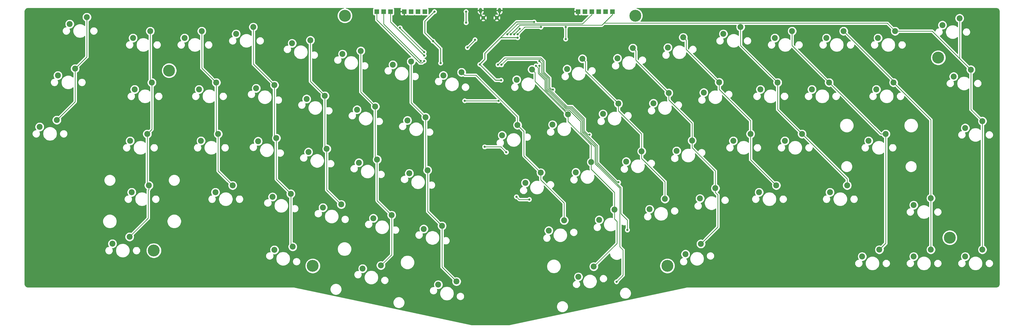
<source format=gtl>
G04 #@! TF.GenerationSoftware,KiCad,Pcbnew,(5.1.4)-1*
G04 #@! TF.CreationDate,2021-05-04T00:29:34+08:00*
G04 #@! TF.ProjectId,arisu,61726973-752e-46b6-9963-61645f706362,1.1*
G04 #@! TF.SameCoordinates,Original*
G04 #@! TF.FileFunction,Copper,L1,Top*
G04 #@! TF.FilePolarity,Positive*
%FSLAX46Y46*%
G04 Gerber Fmt 4.6, Leading zero omitted, Abs format (unit mm)*
G04 Created by KiCad (PCBNEW (5.1.4)-1) date 2021-05-04 00:29:34*
%MOMM*%
%LPD*%
G04 APERTURE LIST*
%ADD10C,2.200000*%
%ADD11C,4.400000*%
%ADD12C,1.450000*%
%ADD13O,1.200000X1.900000*%
%ADD14R,1.700000X1.700000*%
%ADD15C,0.800000*%
%ADD16C,0.375000*%
%ADD17C,0.250000*%
%ADD18C,0.254000*%
G04 APERTURE END LIST*
D10*
X-38338125Y-30400625D03*
X-31988125Y-27860625D03*
X-25241250Y-8810625D03*
X-31591250Y-11350625D03*
X-27225625Y7699375D03*
X-20875625Y10239375D03*
X268106250Y-35560000D03*
X274456250Y-33020000D03*
X160824428Y-85959187D03*
X166507569Y-82154453D03*
X81074142Y-82890303D03*
X87813475Y-81726047D03*
X-4306250Y-54610000D03*
X2043750Y-52070000D03*
X-4893750Y-35560000D03*
X1456250Y-33020000D03*
X253818769Y-54609998D03*
X260168769Y-52069998D03*
X-3210000Y-16510000D03*
X3140000Y-13970000D03*
X-11440000Y-73660000D03*
X-5090000Y-71120000D03*
X48465151Y-75959051D03*
X55204484Y-74794795D03*
X200421064Y-77542674D03*
X206104205Y-73737940D03*
X270980000Y-16510000D03*
X277330000Y-13970000D03*
X2540000Y5080000D03*
X-3810000Y2540000D03*
X21590000Y5080000D03*
X15240000Y2540000D03*
X26950000Y-13970000D03*
X20600000Y-16510000D03*
X27650000Y-33020000D03*
X21300000Y-35560000D03*
X33000000Y-52070000D03*
X26650000Y-54610000D03*
X40640000Y6580385D03*
X34290000Y4040385D03*
X48453034Y-14932945D03*
X41713701Y-16097200D03*
X49150701Y-34556838D03*
X42411368Y-35721093D03*
X54506783Y-55170907D03*
X47767450Y-56335162D03*
X61730692Y1720398D03*
X54991359Y556143D03*
X67086744Y-18893671D03*
X60347411Y-20057926D03*
X67784411Y-38517565D03*
X61045078Y-39681820D03*
X73140493Y-59131633D03*
X66401160Y-60295888D03*
X80364403Y-2240320D03*
X73625070Y-3404575D03*
X85720454Y-22854398D03*
X78981121Y-24018653D03*
X86418121Y-42478292D03*
X79678788Y-43642547D03*
X91774202Y-63092360D03*
X85034869Y-64256615D03*
X98998115Y-6201038D03*
X92258782Y-7365293D03*
X104354164Y-26815125D03*
X97614831Y-27979380D03*
X105051831Y-46439019D03*
X98312498Y-47603274D03*
X110407912Y-67053087D03*
X103668579Y-68217342D03*
X115764049Y-87667116D03*
X109024716Y-88831371D03*
X117631827Y-10161755D03*
X110892494Y-11326010D03*
X138320941Y-29718939D03*
X132637800Y-33523673D03*
X146940062Y-47362491D03*
X141256921Y-51167225D03*
X155559183Y-65006043D03*
X149876042Y-68810777D03*
X143677168Y-9104840D03*
X137994027Y-12909574D03*
X156954652Y-25758221D03*
X151271511Y-29562955D03*
X165573773Y-43401773D03*
X159890632Y-47206507D03*
X174192895Y-61045325D03*
X168509754Y-64850059D03*
X162310880Y-5144122D03*
X156627739Y-8948856D03*
X175588364Y-21797504D03*
X169905223Y-25602238D03*
X184207485Y-39441056D03*
X178524344Y-43245790D03*
X192826606Y-57084608D03*
X187143465Y-60889342D03*
X180944592Y-1183405D03*
X175261451Y-4988139D03*
X194222076Y-17836786D03*
X188538935Y-21641520D03*
X202841197Y-35480338D03*
X197158056Y-39285072D03*
X211460318Y-53123890D03*
X205777177Y-56928624D03*
X199578303Y2777313D03*
X193895162Y-1027421D03*
X212855788Y-13876068D03*
X207172647Y-17680802D03*
X224450000Y-33020000D03*
X218100000Y-35560000D03*
X233975019Y-52069998D03*
X227625019Y-54609998D03*
X220770000Y6580385D03*
X214420000Y4040385D03*
X234460000Y-13970000D03*
X228110000Y-16510000D03*
X243500000Y-33020000D03*
X237150000Y-35560000D03*
X239820000Y5080000D03*
X233470000Y2540000D03*
X253510000Y-13970000D03*
X247160000Y-16510000D03*
X272074949Y-75882503D03*
X265724949Y-78422503D03*
X258870000Y5080000D03*
X252520000Y2540000D03*
X291124949Y-56832503D03*
X284774949Y-59372503D03*
X291124949Y-75882503D03*
X284774949Y-78422503D03*
X277920000Y5080000D03*
X271570000Y2540000D03*
X301732542Y9842491D03*
X295382542Y7302491D03*
X305905000Y-9207516D03*
X299555000Y-11747516D03*
X310174949Y-28257519D03*
X303824949Y-30797519D03*
X310174949Y-75882503D03*
X303824949Y-78422503D03*
D11*
X193720266Y-81888720D03*
X298109949Y-71437503D03*
D12*
X125669855Y10012000D03*
X130669855Y10012000D03*
D13*
X124669855Y12712000D03*
X131669855Y12712000D03*
D14*
X173386000Y12304000D03*
X170846000Y12304000D03*
X168306000Y12304000D03*
X165766000Y12304000D03*
X163226000Y12304000D03*
X160686000Y12304000D03*
X91344000Y12304000D03*
X88804000Y12304000D03*
X86264000Y12304000D03*
X104044000Y12304000D03*
X98964000Y12304000D03*
X101504000Y12304000D03*
X96424000Y12304000D03*
D11*
X9525000Y-9525000D03*
X3857500Y-76200000D03*
X74487220Y10787491D03*
X62619436Y-81889368D03*
X181852785Y10787491D03*
X293840000Y-4762516D03*
D15*
X150526000Y10272000D03*
X135794000Y11288000D03*
X133762000Y11288000D03*
X116490000Y8240000D03*
X122332000Y-16144000D03*
X115728000Y2398000D03*
X115728000Y366000D03*
X136302000Y-11572000D03*
X124364000Y-396000D03*
X135794000Y-1666000D03*
X143668000Y3922000D03*
X124364000Y-5476000D03*
X107092000Y1382000D03*
X107600000Y12304000D03*
X119314002Y8240000D03*
X119284000Y12304000D03*
X109886000Y-6746000D03*
X144430000Y8484021D03*
X138334000Y2652000D03*
X124364000Y-7254000D03*
X132238000Y-13096000D03*
X151410000Y-16618654D03*
X131095000Y-7381000D03*
X118776000Y-20704397D03*
X131299000Y-20716000D03*
X164910000Y-33272036D03*
X126160000Y-37780000D03*
X134160000Y-39780000D03*
X132365000Y-7381000D03*
X146410000Y-6030000D03*
X175660000Y-50915588D03*
X137910000Y-56280000D03*
X142660000Y-57280000D03*
X146410000Y-7780000D03*
X178910000Y-68559140D03*
X145160000Y-7780000D03*
X174910000Y-87770348D03*
X135794000Y3922000D03*
X156114000Y6584010D03*
X156114000Y2144000D03*
X134524000Y3922000D03*
X146970000Y6584010D03*
X138334000Y3922000D03*
X103790000Y-3952000D03*
X102520000Y-5984000D03*
X103790000Y-5984000D03*
X103790000Y-2682000D03*
X94881653Y6330394D03*
X122586000Y1890000D03*
X119792000Y-1031000D03*
X137064000Y3922000D03*
X139096000Y5954000D03*
D16*
X104044000Y4430000D02*
X107092000Y1382000D01*
X104044000Y8748000D02*
X107600000Y12304000D01*
X104044000Y4430000D02*
X104044000Y8748000D01*
X107092000Y1382000D02*
X109886000Y-1412000D01*
X119314002Y12273998D02*
X119284000Y12304000D01*
X119314002Y8240000D02*
X119314002Y12273998D01*
X109886000Y-1412000D02*
X109886000Y-6746000D01*
X144430000Y8484021D02*
X137920519Y8484021D01*
X124364000Y-7254000D02*
X126246498Y-5371502D01*
X138334000Y2652000D02*
X132088498Y2652000D01*
X132088498Y2652000D02*
X137920519Y8484021D01*
X130206000Y-13096000D02*
X124364000Y-7254000D01*
X132238000Y-13096000D02*
X130206000Y-13096000D01*
X126246498Y-3190000D02*
X126246498Y-5371502D01*
X126246498Y-3190000D02*
X132088498Y2652000D01*
D17*
X150998654Y-16618654D02*
X151410000Y-16618654D01*
X150210039Y-15830039D02*
X150998654Y-16618654D01*
X150210039Y-12253276D02*
X150210039Y-15830039D01*
X148110010Y-6020598D02*
X148110010Y-10153247D01*
X146930412Y-4841000D02*
X148110010Y-6020598D01*
X150210039Y-12253276D02*
X148110010Y-10153247D01*
X133635000Y-4841000D02*
X131095000Y-7381000D01*
X146930412Y-4841000D02*
X133635000Y-4841000D01*
X118776000Y-20704397D02*
X131287397Y-20704397D01*
X131287397Y-20704397D02*
X131299000Y-20716000D01*
X149760029Y-12439676D02*
X149760029Y-16017958D01*
X147660000Y-10339647D02*
X149760029Y-12439676D01*
X156570620Y-22828549D02*
X158458549Y-22828549D01*
X149760029Y-16017958D02*
X156570620Y-22828549D01*
X163020370Y-27390370D02*
X163020370Y-31917508D01*
X158458549Y-22828549D02*
X163020370Y-27390370D01*
X164374898Y-33272036D02*
X164910000Y-33272036D01*
X163020370Y-31917508D02*
X164374898Y-33272036D01*
X126160000Y-37780000D02*
X132160000Y-37780000D01*
X132160000Y-37780000D02*
X134160000Y-39780000D01*
X147660000Y-6206998D02*
X147660000Y-10339647D01*
X146758001Y-5304999D02*
X147660000Y-6206998D01*
X134441001Y-5304999D02*
X146758001Y-5304999D01*
X132365000Y-7381000D02*
X134441001Y-5304999D01*
X175199203Y-50915588D02*
X175660000Y-50915588D01*
X167910000Y-43626385D02*
X175199203Y-50915588D01*
X167910000Y-37443548D02*
X167910000Y-43626385D01*
X158158559Y-23278559D02*
X162570360Y-27690360D01*
X162570360Y-32103908D02*
X167910000Y-37443548D01*
X156384220Y-23278559D02*
X158158559Y-23278559D01*
X149310019Y-16204358D02*
X156384220Y-23278559D01*
X162570360Y-27690360D02*
X162570360Y-32103908D01*
X146410000Y-6030000D02*
X147135001Y-6755001D01*
X147135001Y-6755001D02*
X147135001Y-10451058D01*
X147135001Y-10451058D02*
X149310019Y-12626076D01*
X149310019Y-12626076D02*
X149310019Y-16204358D01*
X137910000Y-56280000D02*
X138910000Y-57280000D01*
X138910000Y-57280000D02*
X142660000Y-57280000D01*
X148860009Y-12812476D02*
X146410000Y-10362467D01*
X156197820Y-23728569D02*
X148860009Y-16390758D01*
X146410000Y-10362467D02*
X146410000Y-7780000D01*
X157858569Y-23728569D02*
X156197820Y-23728569D01*
X162120350Y-27990350D02*
X157858569Y-23728569D01*
X162120350Y-32290308D02*
X162120350Y-27990350D01*
X167448784Y-37618742D02*
X162120350Y-32290308D01*
X178910000Y-68559140D02*
X178908583Y-68557723D01*
X178908583Y-64922218D02*
X176572041Y-62585676D01*
X176572041Y-62585676D02*
X176572041Y-52924836D01*
X148860009Y-16390758D02*
X148860009Y-12812476D01*
X178908583Y-68557723D02*
X178908583Y-64922218D01*
X176572041Y-52924836D02*
X167448784Y-43801579D01*
X167448784Y-43801579D02*
X167448784Y-37618742D01*
X145959990Y-8579990D02*
X145160000Y-7780000D01*
X148410000Y-16577159D02*
X148410000Y-12998877D01*
X156011420Y-24178579D02*
X148410000Y-16577159D01*
X157484012Y-24178579D02*
X156011420Y-24178579D01*
X161670340Y-28364907D02*
X157484012Y-24178579D01*
X145959990Y-10548867D02*
X145959990Y-8579990D01*
X161670340Y-32476708D02*
X161670340Y-28364907D01*
X148410000Y-12998877D02*
X145959990Y-10548867D01*
X177331031Y-85349317D02*
X177331031Y-76001452D01*
X174910000Y-87770348D02*
X177331031Y-85349317D01*
X166998774Y-37805142D02*
X161670340Y-32476708D01*
X177331031Y-76001452D02*
X176122031Y-74792452D01*
X176122031Y-74792452D02*
X176122031Y-53111236D01*
X176122031Y-53111236D02*
X166998774Y-43987979D01*
X166998774Y-43987979D02*
X166998774Y-37805142D01*
X310174949Y-28257519D02*
X310174949Y-75882503D01*
X305905000Y-23987570D02*
X310174949Y-28257519D01*
X305905000Y-9207516D02*
X305905000Y-23987570D01*
X301732542Y-5035058D02*
X305905000Y-9207516D01*
X301732542Y9842491D02*
X301732542Y-5035058D01*
X291617484Y5080000D02*
X301732542Y-5035058D01*
X277920000Y5080000D02*
X291617484Y5080000D01*
X139181011Y7309011D02*
X135794000Y3922000D01*
X169491011Y7309011D02*
X139181011Y7309011D01*
X173386000Y12304000D02*
X173386000Y11204000D01*
X173386000Y11204000D02*
X169491011Y7309011D01*
X274994614Y8005386D02*
X277920000Y5080000D01*
X170187386Y8005386D02*
X274994614Y8005386D01*
X144777167Y-13580736D02*
X156954652Y-25758221D01*
X144777167Y-10204839D02*
X144777167Y-13580736D01*
X143677168Y-9104840D02*
X144777167Y-10204839D01*
X165573773Y-37016551D02*
X165573773Y-43401773D01*
X156954652Y-28397430D02*
X165573773Y-37016551D01*
X156954652Y-25758221D02*
X156954652Y-28397430D01*
X174192895Y-54660104D02*
X174192895Y-61045325D01*
X165573773Y-46040982D02*
X174192895Y-54660104D01*
X165573773Y-43401773D02*
X165573773Y-46040982D01*
X175089593Y-73572429D02*
X166507569Y-82154453D01*
X175089593Y-65426409D02*
X175089593Y-73572429D01*
X174192895Y-64529711D02*
X175089593Y-65426409D01*
X174192895Y-61045325D02*
X174192895Y-64529711D01*
X156114000Y6584010D02*
X156114000Y2144000D01*
X138361021Y7759021D02*
X134524000Y3922000D01*
X162321021Y7759021D02*
X138361021Y7759021D01*
X165766000Y11204000D02*
X162321021Y7759021D01*
X165766000Y12304000D02*
X165766000Y11204000D01*
X140996010Y6584010D02*
X138334000Y3922000D01*
X146970000Y6584010D02*
X140996010Y6584010D01*
X91344000Y8494000D02*
X91344000Y12304000D01*
X103790000Y-3952000D02*
X91344000Y8494000D01*
X88804000Y12304000D02*
X88804000Y7732000D01*
X88804000Y7732000D02*
X102520000Y-5984000D01*
X103064999Y-6709001D02*
X103790000Y-5984000D01*
X102171999Y-6709001D02*
X103064999Y-6709001D01*
X86264000Y9198998D02*
X102171999Y-6709001D01*
X86264000Y12304000D02*
X86264000Y9198998D01*
X-25241250Y-21113750D02*
X-25241250Y-8810625D01*
X-31988125Y-27860625D02*
X-25241250Y-21113750D01*
X-20875625Y-4445000D02*
X-20875625Y10239375D01*
X-25241250Y-8810625D02*
X-20875625Y-4445000D01*
X103790000Y-2682000D02*
X94881653Y6226347D01*
X94881653Y6226347D02*
X94881653Y6330394D01*
X2540000Y-13370000D02*
X3140000Y-13970000D01*
X2540000Y5080000D02*
X2540000Y-13370000D01*
X3140000Y-31336250D02*
X1456250Y-33020000D01*
X3140000Y-13970000D02*
X3140000Y-31336250D01*
X1456250Y-51482500D02*
X2043750Y-52070000D01*
X1456250Y-33020000D02*
X1456250Y-51482500D01*
X1828751Y-64201249D02*
X-5090000Y-71120000D01*
X1828751Y-53840633D02*
X1828751Y-64201249D01*
X2043750Y-53625634D02*
X1828751Y-53840633D01*
X2043750Y-52070000D02*
X2043750Y-53625634D01*
X21590000Y-8610000D02*
X26950000Y-13970000D01*
X21590000Y5080000D02*
X21590000Y-8610000D01*
X26950000Y-32320000D02*
X27650000Y-33020000D01*
X26950000Y-13970000D02*
X26950000Y-32320000D01*
X27650000Y-46720000D02*
X33000000Y-52070000D01*
X27650000Y-33020000D02*
X27650000Y-46720000D01*
X40640000Y-7119911D02*
X48453034Y-14932945D01*
X40640000Y6580385D02*
X40640000Y-7119911D01*
X48453034Y-33859171D02*
X49150701Y-34556838D01*
X48453034Y-14932945D02*
X48453034Y-33859171D01*
X49150701Y-49814825D02*
X54506783Y-55170907D01*
X49150701Y-34556838D02*
X49150701Y-49814825D01*
X54506783Y-74097094D02*
X55204484Y-74794795D01*
X54506783Y-55170907D02*
X54506783Y-74097094D01*
X122586000Y1763000D02*
X122586000Y1890000D01*
X119792000Y-1031000D02*
X122586000Y1763000D01*
X67784411Y-53775551D02*
X73140493Y-59131633D01*
X67784411Y-38517565D02*
X67784411Y-53775551D01*
X67086744Y-37819898D02*
X67784411Y-38517565D01*
X67086744Y-18893671D02*
X67086744Y-37819898D01*
X61730692Y-13537619D02*
X67086744Y-18893671D01*
X61730692Y1720398D02*
X61730692Y-13537619D01*
X80364403Y-17498347D02*
X85720454Y-22854398D01*
X80364403Y-2240320D02*
X80364403Y-17498347D01*
X85720454Y-41780625D02*
X86418121Y-42478292D01*
X85720454Y-22854398D02*
X85720454Y-41780625D01*
X86418121Y-57736279D02*
X91774202Y-63092360D01*
X86418121Y-42478292D02*
X86418121Y-57736279D01*
X91774202Y-77765320D02*
X87813475Y-81726047D01*
X91774202Y-63092360D02*
X91774202Y-77765320D01*
X110407912Y-82310979D02*
X115764049Y-87667116D01*
X110407912Y-67053087D02*
X110407912Y-82310979D01*
X105051831Y-61697006D02*
X110407912Y-67053087D01*
X105051831Y-46439019D02*
X105051831Y-61697006D01*
X104354164Y-45741352D02*
X105051831Y-46439019D01*
X104354164Y-26815125D02*
X104354164Y-45741352D01*
X98998115Y-21459076D02*
X104354164Y-26815125D01*
X98998115Y-6201038D02*
X98998115Y-21459076D01*
X163410879Y-9620019D02*
X175588364Y-21797504D01*
X163410879Y-6244121D02*
X163410879Y-9620019D01*
X162310880Y-5144122D02*
X163410879Y-6244121D01*
X184207485Y-33055834D02*
X184207485Y-39441056D01*
X175588364Y-24436713D02*
X184207485Y-33055834D01*
X175588364Y-21797504D02*
X175588364Y-24436713D01*
X192826606Y-50699386D02*
X192826606Y-57084608D01*
X184207485Y-42080265D02*
X192826606Y-50699386D01*
X184207485Y-39441056D02*
X184207485Y-42080265D01*
X182044591Y-5659301D02*
X194222076Y-17836786D01*
X182044591Y-2283404D02*
X182044591Y-5659301D01*
X180944592Y-1183405D02*
X182044591Y-2283404D01*
X202841197Y-29031878D02*
X202841197Y-35480338D01*
X194222076Y-20412757D02*
X202841197Y-29031878D01*
X194222076Y-17836786D02*
X194222076Y-20412757D01*
X211460318Y-46738668D02*
X211460318Y-53123890D01*
X202841197Y-38119547D02*
X211460318Y-46738668D01*
X202841197Y-35480338D02*
X202841197Y-38119547D01*
X212357016Y-67485129D02*
X206104205Y-73737940D01*
X212357016Y-55576222D02*
X212357016Y-67485129D01*
X211460318Y-54679524D02*
X212357016Y-55576222D01*
X211460318Y-53123890D02*
X211460318Y-54679524D01*
X137064000Y3922000D02*
X139096000Y5954000D01*
X200678302Y-1698582D02*
X212855788Y-13876068D01*
X200678302Y1677314D02*
X200678302Y-1698582D01*
X199578303Y2777313D02*
X200678302Y1677314D01*
X224450000Y-28109489D02*
X224450000Y-33020000D01*
X212855788Y-16515277D02*
X224450000Y-28109489D01*
X212855788Y-13876068D02*
X212855788Y-16515277D01*
X224450000Y-42544979D02*
X233975019Y-52069998D01*
X224450000Y-33020000D02*
X224450000Y-42544979D01*
X220770000Y-280000D02*
X234460000Y-13970000D01*
X220770000Y6580385D02*
X220770000Y-280000D01*
X234460000Y-23980000D02*
X243500000Y-33020000D01*
X234460000Y-13970000D02*
X234460000Y-23980000D01*
X260168769Y-49688769D02*
X243500000Y-33020000D01*
X260168769Y-52069998D02*
X260168769Y-49688769D01*
X239820000Y-280000D02*
X253510000Y-13970000D01*
X239820000Y5080000D02*
X239820000Y-280000D01*
X272560000Y-33020000D02*
X274456250Y-33020000D01*
X253510000Y-13970000D02*
X272560000Y-33020000D01*
X274456250Y-73501202D02*
X272074949Y-75882503D01*
X274456250Y-33020000D02*
X274456250Y-73501202D01*
X140686627Y-32084625D02*
X138320941Y-29718939D01*
X140686627Y-41109056D02*
X140686627Y-32084625D01*
X146940062Y-47362491D02*
X140686627Y-41109056D01*
X155559183Y-58620821D02*
X155559183Y-65006043D01*
X146940062Y-50001700D02*
X155559183Y-58620821D01*
X146940062Y-47362491D02*
X146940062Y-50001700D01*
X138320941Y-26664939D02*
X138320941Y-29718939D01*
X122917756Y-11261754D02*
X138320941Y-26664939D01*
X118731826Y-11261754D02*
X122917756Y-11261754D01*
X117631827Y-10161755D02*
X118731826Y-11261754D01*
X277330000Y-13380000D02*
X277330000Y-13970000D01*
X258870000Y5080000D02*
X277330000Y-13380000D01*
X291124949Y-27764949D02*
X291124949Y-56832503D01*
X277330000Y-13970000D02*
X291124949Y-27764949D01*
X291124949Y-56832503D02*
X291124949Y-75882503D01*
D18*
G36*
X73660281Y13513543D02*
G01*
X73144344Y13299835D01*
X72680013Y12989579D01*
X72285132Y12594698D01*
X71974876Y12130367D01*
X71761168Y11614430D01*
X71652220Y11066714D01*
X71652220Y10508268D01*
X71761168Y9960552D01*
X71974876Y9444615D01*
X72285132Y8980284D01*
X72680013Y8585403D01*
X73144344Y8275147D01*
X73660281Y8061439D01*
X74207997Y7952491D01*
X74766443Y7952491D01*
X75314159Y8061439D01*
X75830096Y8275147D01*
X76294427Y8585403D01*
X76689308Y8980284D01*
X76999564Y9444615D01*
X77213272Y9960552D01*
X77322220Y10508268D01*
X77322220Y11066714D01*
X77213272Y11614430D01*
X76999564Y12130367D01*
X76689308Y12594698D01*
X76294427Y12989579D01*
X75830096Y13299835D01*
X75314159Y13513543D01*
X74992672Y13577491D01*
X84940087Y13577491D01*
X84883463Y13508494D01*
X84824498Y13398180D01*
X84788188Y13278482D01*
X84775928Y13154000D01*
X84775928Y11454000D01*
X84788188Y11329518D01*
X84824498Y11209820D01*
X84883463Y11099506D01*
X84962815Y11002815D01*
X85059506Y10923463D01*
X85169820Y10864498D01*
X85289518Y10828188D01*
X85414000Y10815928D01*
X85504000Y10815928D01*
X85504001Y9236330D01*
X85500324Y9198998D01*
X85514998Y9050013D01*
X85558454Y8906752D01*
X85629026Y8774722D01*
X85665519Y8730256D01*
X85724000Y8658997D01*
X85752998Y8635199D01*
X98854234Y-4466038D01*
X98827232Y-4466038D01*
X98492034Y-4532713D01*
X98176284Y-4663501D01*
X97892117Y-4853375D01*
X97650452Y-5095040D01*
X97460578Y-5379207D01*
X97329790Y-5694957D01*
X97263115Y-6030155D01*
X97263115Y-6371921D01*
X97329790Y-6707119D01*
X97460578Y-7022869D01*
X97650452Y-7307036D01*
X97892117Y-7548701D01*
X98176284Y-7738575D01*
X98238115Y-7764186D01*
X98238116Y-21421743D01*
X98234439Y-21459076D01*
X98238116Y-21496409D01*
X98238988Y-21505257D01*
X98249113Y-21608061D01*
X98292569Y-21751322D01*
X98363141Y-21883352D01*
X98388576Y-21914344D01*
X98458115Y-21999077D01*
X98487113Y-22022875D01*
X102711450Y-26247213D01*
X102685839Y-26309044D01*
X102619164Y-26644242D01*
X102619164Y-26986008D01*
X102685839Y-27321206D01*
X102816627Y-27636956D01*
X103006501Y-27921123D01*
X103248166Y-28162788D01*
X103532333Y-28352662D01*
X103594164Y-28378273D01*
X103594165Y-45497652D01*
X103514294Y-45617188D01*
X103383506Y-45932938D01*
X103316831Y-46268136D01*
X103316831Y-46609902D01*
X103383506Y-46945100D01*
X103514294Y-47260850D01*
X103704168Y-47545017D01*
X103945833Y-47786682D01*
X104230000Y-47976556D01*
X104291831Y-48002167D01*
X104291832Y-61659673D01*
X104288155Y-61697006D01*
X104291832Y-61734339D01*
X104302829Y-61845992D01*
X104316011Y-61889448D01*
X104346285Y-61989252D01*
X104416857Y-62121282D01*
X104458504Y-62172028D01*
X104511831Y-62237007D01*
X104540829Y-62260805D01*
X108765198Y-66485176D01*
X108739587Y-66547006D01*
X108672912Y-66882204D01*
X108672912Y-67223970D01*
X108739587Y-67559168D01*
X108870375Y-67874918D01*
X109060249Y-68159085D01*
X109301914Y-68400750D01*
X109586081Y-68590624D01*
X109647912Y-68616235D01*
X109647913Y-82273646D01*
X109644236Y-82310979D01*
X109658910Y-82459964D01*
X109702366Y-82603225D01*
X109772938Y-82735255D01*
X109844113Y-82821981D01*
X109867912Y-82850980D01*
X109896910Y-82874778D01*
X114121335Y-87099204D01*
X114095724Y-87161035D01*
X114029049Y-87496233D01*
X114029049Y-87837999D01*
X114095724Y-88173197D01*
X114226512Y-88488947D01*
X114416386Y-88773114D01*
X114658051Y-89014779D01*
X114942218Y-89204653D01*
X115257968Y-89335441D01*
X115593166Y-89402116D01*
X115934932Y-89402116D01*
X116270130Y-89335441D01*
X116585880Y-89204653D01*
X116870047Y-89014779D01*
X117111712Y-88773114D01*
X117253128Y-88561469D01*
X158625276Y-88561469D01*
X158625276Y-88853989D01*
X158682344Y-89140887D01*
X158794286Y-89411140D01*
X158956801Y-89654361D01*
X159163644Y-89861204D01*
X159406865Y-90023719D01*
X159677118Y-90135661D01*
X159964016Y-90192729D01*
X160256536Y-90192729D01*
X160543434Y-90135661D01*
X160813687Y-90023719D01*
X161056908Y-89861204D01*
X161263751Y-89654361D01*
X161426266Y-89411140D01*
X161538208Y-89140887D01*
X161595276Y-88853989D01*
X161595276Y-88561469D01*
X161538208Y-88274571D01*
X161426266Y-88004318D01*
X161263751Y-87761097D01*
X161163405Y-87660751D01*
X161330509Y-87627512D01*
X161646259Y-87496724D01*
X161802970Y-87392013D01*
X162444266Y-87392013D01*
X162444266Y-87911063D01*
X162545527Y-88420139D01*
X162744159Y-88899679D01*
X163032528Y-89331253D01*
X163399551Y-89698276D01*
X163831125Y-89986645D01*
X164310665Y-90185277D01*
X164819741Y-90286538D01*
X165338791Y-90286538D01*
X165847867Y-90185277D01*
X166327407Y-89986645D01*
X166758981Y-89698276D01*
X167126004Y-89331253D01*
X167414373Y-88899679D01*
X167613005Y-88420139D01*
X167714266Y-87911063D01*
X167714266Y-87392013D01*
X167613005Y-86882937D01*
X167433299Y-86449087D01*
X168563255Y-86449087D01*
X168563255Y-86741607D01*
X168620323Y-87028505D01*
X168732265Y-87298758D01*
X168894780Y-87541979D01*
X169101623Y-87748822D01*
X169344844Y-87911337D01*
X169615097Y-88023279D01*
X169901995Y-88080347D01*
X170194515Y-88080347D01*
X170481413Y-88023279D01*
X170751666Y-87911337D01*
X170994887Y-87748822D01*
X171201730Y-87541979D01*
X171364245Y-87298758D01*
X171476187Y-87028505D01*
X171533255Y-86741607D01*
X171533255Y-86449087D01*
X171476187Y-86162189D01*
X171364245Y-85891936D01*
X171201730Y-85648715D01*
X170994887Y-85441872D01*
X170751666Y-85279357D01*
X170481413Y-85167415D01*
X170194515Y-85110347D01*
X169901995Y-85110347D01*
X169615097Y-85167415D01*
X169344844Y-85279357D01*
X169101623Y-85441872D01*
X168894780Y-85648715D01*
X168732265Y-85891936D01*
X168620323Y-86162189D01*
X168563255Y-86449087D01*
X167433299Y-86449087D01*
X167414373Y-86403397D01*
X167126004Y-85971823D01*
X166758981Y-85604800D01*
X166327407Y-85316431D01*
X165847867Y-85117799D01*
X165338791Y-85016538D01*
X164819741Y-85016538D01*
X164310665Y-85117799D01*
X163831125Y-85316431D01*
X163399551Y-85604800D01*
X163032528Y-85971823D01*
X162744159Y-86403397D01*
X162545527Y-86882937D01*
X162444266Y-87392013D01*
X161802970Y-87392013D01*
X161930426Y-87306850D01*
X162172091Y-87065185D01*
X162361965Y-86781018D01*
X162492753Y-86465268D01*
X162559428Y-86130070D01*
X162559428Y-85788304D01*
X162492753Y-85453106D01*
X162361965Y-85137356D01*
X162172091Y-84853189D01*
X161930426Y-84611524D01*
X161646259Y-84421650D01*
X161330509Y-84290862D01*
X160995311Y-84224187D01*
X160653545Y-84224187D01*
X160318347Y-84290862D01*
X160002597Y-84421650D01*
X159718430Y-84611524D01*
X159476765Y-84853189D01*
X159286891Y-85137356D01*
X159156103Y-85453106D01*
X159089428Y-85788304D01*
X159089428Y-86130070D01*
X159156103Y-86465268D01*
X159286891Y-86781018D01*
X159476765Y-87065185D01*
X159689011Y-87277431D01*
X159677118Y-87279797D01*
X159406865Y-87391739D01*
X159163644Y-87554254D01*
X158956801Y-87761097D01*
X158794286Y-88004318D01*
X158682344Y-88274571D01*
X158625276Y-88561469D01*
X117253128Y-88561469D01*
X117301586Y-88488947D01*
X117432374Y-88173197D01*
X117499049Y-87837999D01*
X117499049Y-87496233D01*
X117432374Y-87161035D01*
X117301586Y-86845285D01*
X117111712Y-86561118D01*
X116870047Y-86319453D01*
X116585880Y-86129579D01*
X116270130Y-85998791D01*
X115934932Y-85932116D01*
X115593166Y-85932116D01*
X115257968Y-85998791D01*
X115196137Y-86024402D01*
X111167912Y-81996178D01*
X111167912Y-81806226D01*
X149091117Y-81806226D01*
X149091117Y-82325276D01*
X149192378Y-82834352D01*
X149391010Y-83313892D01*
X149679379Y-83745466D01*
X150046402Y-84112489D01*
X150477976Y-84400858D01*
X150957516Y-84599490D01*
X151466592Y-84700751D01*
X151985642Y-84700751D01*
X152494718Y-84599490D01*
X152974258Y-84400858D01*
X153405832Y-84112489D01*
X153772855Y-83745466D01*
X154061224Y-83313892D01*
X154259856Y-82834352D01*
X154361117Y-82325276D01*
X154361117Y-81806226D01*
X154259856Y-81297150D01*
X154061224Y-80817610D01*
X153772855Y-80386036D01*
X153405832Y-80019013D01*
X152974258Y-79730644D01*
X152494718Y-79532012D01*
X151985642Y-79430751D01*
X151466592Y-79430751D01*
X150957516Y-79532012D01*
X150477976Y-79730644D01*
X150046402Y-80019013D01*
X149679379Y-80386036D01*
X149391010Y-80817610D01*
X149192378Y-81297150D01*
X149091117Y-81806226D01*
X111167912Y-81806226D01*
X111167912Y-73880704D01*
X111403058Y-73978104D01*
X111689956Y-74035172D01*
X111982476Y-74035172D01*
X112269374Y-73978104D01*
X112539627Y-73866162D01*
X112782848Y-73703647D01*
X112989691Y-73496804D01*
X113152206Y-73253583D01*
X113264148Y-72983330D01*
X113321216Y-72696432D01*
X113321216Y-72403912D01*
X113264148Y-72117014D01*
X113152206Y-71846761D01*
X112989691Y-71603540D01*
X112799210Y-71413059D01*
X147676890Y-71413059D01*
X147676890Y-71705579D01*
X147733958Y-71992477D01*
X147845900Y-72262730D01*
X148008415Y-72505951D01*
X148215258Y-72712794D01*
X148458479Y-72875309D01*
X148728732Y-72987251D01*
X149015630Y-73044319D01*
X149308150Y-73044319D01*
X149595048Y-72987251D01*
X149865301Y-72875309D01*
X150108522Y-72712794D01*
X150315365Y-72505951D01*
X150477880Y-72262730D01*
X150589822Y-71992477D01*
X150646890Y-71705579D01*
X150646890Y-71413059D01*
X150589822Y-71126161D01*
X150477880Y-70855908D01*
X150315365Y-70612687D01*
X150215019Y-70512341D01*
X150382123Y-70479102D01*
X150697873Y-70348314D01*
X150854584Y-70243603D01*
X151495880Y-70243603D01*
X151495880Y-70762653D01*
X151597141Y-71271729D01*
X151795773Y-71751269D01*
X152084142Y-72182843D01*
X152451165Y-72549866D01*
X152882739Y-72838235D01*
X153362279Y-73036867D01*
X153871355Y-73138128D01*
X154390405Y-73138128D01*
X154899481Y-73036867D01*
X155379021Y-72838235D01*
X155810595Y-72549866D01*
X156177618Y-72182843D01*
X156465987Y-71751269D01*
X156664619Y-71271729D01*
X156765880Y-70762653D01*
X156765880Y-70243603D01*
X156664619Y-69734527D01*
X156484913Y-69300677D01*
X157614870Y-69300677D01*
X157614870Y-69593197D01*
X157671938Y-69880095D01*
X157783880Y-70150348D01*
X157946395Y-70393569D01*
X158153238Y-70600412D01*
X158396459Y-70762927D01*
X158666712Y-70874869D01*
X158953610Y-70931937D01*
X159246130Y-70931937D01*
X159533028Y-70874869D01*
X159803281Y-70762927D01*
X160046502Y-70600412D01*
X160253345Y-70393569D01*
X160415860Y-70150348D01*
X160527802Y-69880095D01*
X160584870Y-69593197D01*
X160584870Y-69300677D01*
X160527802Y-69013779D01*
X160415860Y-68743526D01*
X160253345Y-68500305D01*
X160046502Y-68293462D01*
X159803281Y-68130947D01*
X159533028Y-68019005D01*
X159246130Y-67961937D01*
X158953610Y-67961937D01*
X158666712Y-68019005D01*
X158396459Y-68130947D01*
X158153238Y-68293462D01*
X157946395Y-68500305D01*
X157783880Y-68743526D01*
X157671938Y-69013779D01*
X157614870Y-69300677D01*
X156484913Y-69300677D01*
X156465987Y-69254987D01*
X156177618Y-68823413D01*
X155810595Y-68456390D01*
X155379021Y-68168021D01*
X154899481Y-67969389D01*
X154390405Y-67868128D01*
X153871355Y-67868128D01*
X153362279Y-67969389D01*
X152882739Y-68168021D01*
X152451165Y-68456390D01*
X152084142Y-68823413D01*
X151795773Y-69254987D01*
X151597141Y-69734527D01*
X151495880Y-70243603D01*
X150854584Y-70243603D01*
X150982040Y-70158440D01*
X151223705Y-69916775D01*
X151413579Y-69632608D01*
X151544367Y-69316858D01*
X151611042Y-68981660D01*
X151611042Y-68639894D01*
X151544367Y-68304696D01*
X151413579Y-67988946D01*
X151223705Y-67704779D01*
X150982040Y-67463114D01*
X150965918Y-67452341D01*
X166310602Y-67452341D01*
X166310602Y-67744861D01*
X166367670Y-68031759D01*
X166479612Y-68302012D01*
X166642127Y-68545233D01*
X166848970Y-68752076D01*
X167092191Y-68914591D01*
X167362444Y-69026533D01*
X167649342Y-69083601D01*
X167941862Y-69083601D01*
X168228760Y-69026533D01*
X168499013Y-68914591D01*
X168742234Y-68752076D01*
X168949077Y-68545233D01*
X169111592Y-68302012D01*
X169223534Y-68031759D01*
X169280602Y-67744861D01*
X169280602Y-67452341D01*
X169223534Y-67165443D01*
X169111592Y-66895190D01*
X168949077Y-66651969D01*
X168848731Y-66551623D01*
X169015835Y-66518384D01*
X169331585Y-66387596D01*
X169615752Y-66197722D01*
X169857417Y-65956057D01*
X170047291Y-65671890D01*
X170178079Y-65356140D01*
X170244754Y-65020942D01*
X170244754Y-64679176D01*
X170178079Y-64343978D01*
X170047291Y-64028228D01*
X169857417Y-63744061D01*
X169615752Y-63502396D01*
X169331585Y-63312522D01*
X169015835Y-63181734D01*
X168680637Y-63115059D01*
X168338871Y-63115059D01*
X168003673Y-63181734D01*
X167687923Y-63312522D01*
X167403756Y-63502396D01*
X167162091Y-63744061D01*
X166972217Y-64028228D01*
X166841429Y-64343978D01*
X166774754Y-64679176D01*
X166774754Y-65020942D01*
X166841429Y-65356140D01*
X166972217Y-65671890D01*
X167162091Y-65956057D01*
X167374337Y-66168303D01*
X167362444Y-66170669D01*
X167092191Y-66282611D01*
X166848970Y-66445126D01*
X166642127Y-66651969D01*
X166479612Y-66895190D01*
X166367670Y-67165443D01*
X166310602Y-67452341D01*
X150965918Y-67452341D01*
X150697873Y-67273240D01*
X150382123Y-67142452D01*
X150046925Y-67075777D01*
X149705159Y-67075777D01*
X149369961Y-67142452D01*
X149054211Y-67273240D01*
X148770044Y-67463114D01*
X148528379Y-67704779D01*
X148338505Y-67988946D01*
X148207717Y-68304696D01*
X148141042Y-68639894D01*
X148141042Y-68981660D01*
X148207717Y-69316858D01*
X148338505Y-69632608D01*
X148528379Y-69916775D01*
X148740625Y-70129021D01*
X148728732Y-70131387D01*
X148458479Y-70243329D01*
X148215258Y-70405844D01*
X148008415Y-70612687D01*
X147845900Y-70855908D01*
X147733958Y-71126161D01*
X147676890Y-71413059D01*
X112799210Y-71413059D01*
X112782848Y-71396697D01*
X112539627Y-71234182D01*
X112269374Y-71122240D01*
X111982476Y-71065172D01*
X111689956Y-71065172D01*
X111403058Y-71122240D01*
X111167912Y-71219640D01*
X111167912Y-68616235D01*
X111229743Y-68590624D01*
X111513910Y-68400750D01*
X111755575Y-68159085D01*
X111945449Y-67874918D01*
X112076237Y-67559168D01*
X112142912Y-67223970D01*
X112142912Y-66882204D01*
X112076237Y-66547006D01*
X111945449Y-66231256D01*
X111755575Y-65947089D01*
X111513910Y-65705424D01*
X111229743Y-65515550D01*
X110913993Y-65384762D01*
X110578795Y-65318087D01*
X110237029Y-65318087D01*
X109901831Y-65384762D01*
X109840001Y-65410373D01*
X105811831Y-61382205D01*
X105811831Y-56178061D01*
X136875000Y-56178061D01*
X136875000Y-56381939D01*
X136914774Y-56581898D01*
X136992795Y-56770256D01*
X137106063Y-56939774D01*
X137250226Y-57083937D01*
X137419744Y-57197205D01*
X137608102Y-57275226D01*
X137808061Y-57315000D01*
X137870199Y-57315000D01*
X138346201Y-57791003D01*
X138369999Y-57820001D01*
X138398997Y-57843799D01*
X138485724Y-57914974D01*
X138617753Y-57985546D01*
X138761014Y-58029003D01*
X138910000Y-58043677D01*
X138947333Y-58040000D01*
X141956289Y-58040000D01*
X142000226Y-58083937D01*
X142169744Y-58197205D01*
X142358102Y-58275226D01*
X142558061Y-58315000D01*
X142761939Y-58315000D01*
X142961898Y-58275226D01*
X143150256Y-58197205D01*
X143319774Y-58083937D01*
X143463937Y-57939774D01*
X143577205Y-57770256D01*
X143655226Y-57581898D01*
X143695000Y-57381939D01*
X143695000Y-57178061D01*
X143655226Y-56978102D01*
X143577205Y-56789744D01*
X143463937Y-56620226D01*
X143319774Y-56476063D01*
X143150256Y-56362795D01*
X142961898Y-56284774D01*
X142761939Y-56245000D01*
X142558061Y-56245000D01*
X142358102Y-56284774D01*
X142169744Y-56362795D01*
X142000226Y-56476063D01*
X141956289Y-56520000D01*
X139224802Y-56520000D01*
X138945000Y-56240199D01*
X138945000Y-56178061D01*
X138905226Y-55978102D01*
X138827205Y-55789744D01*
X138713937Y-55620226D01*
X138569774Y-55476063D01*
X138400256Y-55362795D01*
X138211898Y-55284774D01*
X138011939Y-55245000D01*
X137808061Y-55245000D01*
X137608102Y-55284774D01*
X137419744Y-55362795D01*
X137250226Y-55476063D01*
X137106063Y-55620226D01*
X136992795Y-55789744D01*
X136914774Y-55978102D01*
X136875000Y-56178061D01*
X105811831Y-56178061D01*
X105811831Y-53769507D01*
X139057769Y-53769507D01*
X139057769Y-54062027D01*
X139114837Y-54348925D01*
X139226779Y-54619178D01*
X139389294Y-54862399D01*
X139596137Y-55069242D01*
X139839358Y-55231757D01*
X140109611Y-55343699D01*
X140396509Y-55400767D01*
X140689029Y-55400767D01*
X140975927Y-55343699D01*
X141246180Y-55231757D01*
X141489401Y-55069242D01*
X141696244Y-54862399D01*
X141858759Y-54619178D01*
X141970701Y-54348925D01*
X142027769Y-54062027D01*
X142027769Y-53769507D01*
X141970701Y-53482609D01*
X141858759Y-53212356D01*
X141696244Y-52969135D01*
X141595898Y-52868789D01*
X141763002Y-52835550D01*
X142078752Y-52704762D01*
X142362919Y-52514888D01*
X142604584Y-52273223D01*
X142794458Y-51989056D01*
X142925246Y-51673306D01*
X142991921Y-51338108D01*
X142991921Y-50996342D01*
X142925246Y-50661144D01*
X142794458Y-50345394D01*
X142604584Y-50061227D01*
X142362919Y-49819562D01*
X142078752Y-49629688D01*
X141763002Y-49498900D01*
X141427804Y-49432225D01*
X141086038Y-49432225D01*
X140750840Y-49498900D01*
X140435090Y-49629688D01*
X140150923Y-49819562D01*
X139909258Y-50061227D01*
X139719384Y-50345394D01*
X139588596Y-50661144D01*
X139521921Y-50996342D01*
X139521921Y-51338108D01*
X139588596Y-51673306D01*
X139719384Y-51989056D01*
X139909258Y-52273223D01*
X140121504Y-52485469D01*
X140109611Y-52487835D01*
X139839358Y-52599777D01*
X139596137Y-52762292D01*
X139389294Y-52969135D01*
X139226779Y-53212356D01*
X139114837Y-53482609D01*
X139057769Y-53769507D01*
X105811831Y-53769507D01*
X105811831Y-53266636D01*
X106046977Y-53364036D01*
X106333875Y-53421104D01*
X106626395Y-53421104D01*
X106913293Y-53364036D01*
X107183546Y-53252094D01*
X107426767Y-53089579D01*
X107633610Y-52882736D01*
X107796125Y-52639515D01*
X107908067Y-52369262D01*
X107965135Y-52082364D01*
X107965135Y-51789844D01*
X107908067Y-51502946D01*
X107796125Y-51232693D01*
X107633610Y-50989472D01*
X107426767Y-50782629D01*
X107183546Y-50620114D01*
X106913293Y-50508172D01*
X106626395Y-50451104D01*
X106333875Y-50451104D01*
X106046977Y-50508172D01*
X105811831Y-50605572D01*
X105811831Y-48002167D01*
X105873662Y-47976556D01*
X106157829Y-47786682D01*
X106399494Y-47545017D01*
X106589368Y-47260850D01*
X106720156Y-46945100D01*
X106786831Y-46609902D01*
X106786831Y-46268136D01*
X106720156Y-45932938D01*
X106589368Y-45617188D01*
X106399494Y-45333021D01*
X106157829Y-45091356D01*
X105873662Y-44901482D01*
X105557912Y-44770694D01*
X105222714Y-44704019D01*
X105114164Y-44704019D01*
X105114164Y-37678061D01*
X125125000Y-37678061D01*
X125125000Y-37881939D01*
X125164774Y-38081898D01*
X125242795Y-38270256D01*
X125356063Y-38439774D01*
X125500226Y-38583937D01*
X125669744Y-38697205D01*
X125858102Y-38775226D01*
X126058061Y-38815000D01*
X126261939Y-38815000D01*
X126461898Y-38775226D01*
X126650256Y-38697205D01*
X126819774Y-38583937D01*
X126863711Y-38540000D01*
X131845199Y-38540000D01*
X133125000Y-39819802D01*
X133125000Y-39881939D01*
X133164774Y-40081898D01*
X133242795Y-40270256D01*
X133356063Y-40439774D01*
X133500226Y-40583937D01*
X133669744Y-40697205D01*
X133858102Y-40775226D01*
X134058061Y-40815000D01*
X134261939Y-40815000D01*
X134461898Y-40775226D01*
X134650256Y-40697205D01*
X134819774Y-40583937D01*
X134963937Y-40439774D01*
X135077205Y-40270256D01*
X135155226Y-40081898D01*
X135195000Y-39881939D01*
X135195000Y-39678061D01*
X135155226Y-39478102D01*
X135077205Y-39289744D01*
X134963937Y-39120226D01*
X134819774Y-38976063D01*
X134650256Y-38862795D01*
X134461898Y-38784774D01*
X134261939Y-38745000D01*
X134199802Y-38745000D01*
X132875386Y-37420584D01*
X133077123Y-37218847D01*
X133239638Y-36975626D01*
X133351580Y-36705373D01*
X133408648Y-36418475D01*
X133408648Y-36125955D01*
X133351580Y-35839057D01*
X133239638Y-35568804D01*
X133077123Y-35325583D01*
X132976777Y-35225237D01*
X133143881Y-35191998D01*
X133459631Y-35061210D01*
X133616342Y-34956499D01*
X134257638Y-34956499D01*
X134257638Y-35475549D01*
X134358899Y-35984625D01*
X134557531Y-36464165D01*
X134845900Y-36895739D01*
X135212923Y-37262762D01*
X135644497Y-37551131D01*
X136124037Y-37749763D01*
X136633113Y-37851024D01*
X137152163Y-37851024D01*
X137661239Y-37749763D01*
X138140779Y-37551131D01*
X138572353Y-37262762D01*
X138939376Y-36895739D01*
X139227745Y-36464165D01*
X139426377Y-35984625D01*
X139527638Y-35475549D01*
X139527638Y-34956499D01*
X139426377Y-34447423D01*
X139227745Y-33967883D01*
X138939376Y-33536309D01*
X138572353Y-33169286D01*
X138140779Y-32880917D01*
X137661239Y-32682285D01*
X137152163Y-32581024D01*
X136633113Y-32581024D01*
X136124037Y-32682285D01*
X135644497Y-32880917D01*
X135212923Y-33169286D01*
X134845900Y-33536309D01*
X134557531Y-33967883D01*
X134358899Y-34447423D01*
X134257638Y-34956499D01*
X133616342Y-34956499D01*
X133743798Y-34871336D01*
X133985463Y-34629671D01*
X134175337Y-34345504D01*
X134306125Y-34029754D01*
X134372800Y-33694556D01*
X134372800Y-33352790D01*
X134306125Y-33017592D01*
X134175337Y-32701842D01*
X133985463Y-32417675D01*
X133743798Y-32176010D01*
X133459631Y-31986136D01*
X133143881Y-31855348D01*
X132808683Y-31788673D01*
X132466917Y-31788673D01*
X132131719Y-31855348D01*
X131815969Y-31986136D01*
X131531802Y-32176010D01*
X131290137Y-32417675D01*
X131100263Y-32701842D01*
X130969475Y-33017592D01*
X130902800Y-33352790D01*
X130902800Y-33694556D01*
X130969475Y-34029754D01*
X131100263Y-34345504D01*
X131290137Y-34629671D01*
X131502383Y-34841917D01*
X131490490Y-34844283D01*
X131220237Y-34956225D01*
X130977016Y-35118740D01*
X130770173Y-35325583D01*
X130607658Y-35568804D01*
X130495716Y-35839057D01*
X130438648Y-36125955D01*
X130438648Y-36418475D01*
X130495716Y-36705373D01*
X130607658Y-36975626D01*
X130637308Y-37020000D01*
X126863711Y-37020000D01*
X126819774Y-36976063D01*
X126650256Y-36862795D01*
X126461898Y-36784774D01*
X126261939Y-36745000D01*
X126058061Y-36745000D01*
X125858102Y-36784774D01*
X125669744Y-36862795D01*
X125500226Y-36976063D01*
X125356063Y-37120226D01*
X125242795Y-37289744D01*
X125164774Y-37478102D01*
X125125000Y-37678061D01*
X105114164Y-37678061D01*
X105114164Y-33642742D01*
X105349310Y-33740142D01*
X105636208Y-33797210D01*
X105928728Y-33797210D01*
X106215626Y-33740142D01*
X106485879Y-33628200D01*
X106729100Y-33465685D01*
X106935943Y-33258842D01*
X107098458Y-33015621D01*
X107210400Y-32745368D01*
X107267468Y-32458470D01*
X107267468Y-32165950D01*
X107210400Y-31879052D01*
X107098458Y-31608799D01*
X106935943Y-31365578D01*
X106729100Y-31158735D01*
X106485879Y-30996220D01*
X106215626Y-30884278D01*
X105928728Y-30827210D01*
X105636208Y-30827210D01*
X105349310Y-30884278D01*
X105114164Y-30981678D01*
X105114164Y-28378273D01*
X105175995Y-28352662D01*
X105460162Y-28162788D01*
X105701827Y-27921123D01*
X105891701Y-27636956D01*
X106022489Y-27321206D01*
X106089164Y-26986008D01*
X106089164Y-26644242D01*
X106022489Y-26309044D01*
X105891701Y-25993294D01*
X105701827Y-25709127D01*
X105460162Y-25467462D01*
X105175995Y-25277588D01*
X104860245Y-25146800D01*
X104525047Y-25080125D01*
X104183281Y-25080125D01*
X103848083Y-25146800D01*
X103786252Y-25172411D01*
X99758115Y-21144275D01*
X99758115Y-13400197D01*
X107637151Y-13400197D01*
X107637151Y-13692717D01*
X107694219Y-13979615D01*
X107806161Y-14249868D01*
X107968676Y-14493089D01*
X108175519Y-14699932D01*
X108418740Y-14862447D01*
X108688993Y-14974389D01*
X108975891Y-15031457D01*
X109268411Y-15031457D01*
X109555309Y-14974389D01*
X109825562Y-14862447D01*
X110068783Y-14699932D01*
X110275626Y-14493089D01*
X110375829Y-14343124D01*
X111456141Y-14343124D01*
X111456141Y-14862174D01*
X111557402Y-15371250D01*
X111756034Y-15850790D01*
X112044403Y-16282364D01*
X112411426Y-16649387D01*
X112843000Y-16937756D01*
X113322540Y-17136388D01*
X113831616Y-17237649D01*
X114350666Y-17237649D01*
X114859742Y-17136388D01*
X115339282Y-16937756D01*
X115770856Y-16649387D01*
X116137879Y-16282364D01*
X116426248Y-15850790D01*
X116566339Y-15512580D01*
X117575131Y-15512580D01*
X117575131Y-15805100D01*
X117632199Y-16091998D01*
X117744141Y-16362251D01*
X117906656Y-16605472D01*
X118113499Y-16812315D01*
X118356720Y-16974830D01*
X118626973Y-17086772D01*
X118913871Y-17143840D01*
X119206391Y-17143840D01*
X119493289Y-17086772D01*
X119763542Y-16974830D01*
X120006763Y-16812315D01*
X120213606Y-16605472D01*
X120376121Y-16362251D01*
X120488063Y-16091998D01*
X120545131Y-15805100D01*
X120545131Y-15512580D01*
X120488063Y-15225682D01*
X120376121Y-14955429D01*
X120213606Y-14712208D01*
X120006763Y-14505365D01*
X119763542Y-14342850D01*
X119493289Y-14230908D01*
X119206391Y-14173840D01*
X118913871Y-14173840D01*
X118626973Y-14230908D01*
X118356720Y-14342850D01*
X118113499Y-14505365D01*
X117906656Y-14712208D01*
X117744141Y-14955429D01*
X117632199Y-15225682D01*
X117575131Y-15512580D01*
X116566339Y-15512580D01*
X116624880Y-15371250D01*
X116726141Y-14862174D01*
X116726141Y-14343124D01*
X116624880Y-13834048D01*
X116426248Y-13354508D01*
X116137879Y-12922934D01*
X115770856Y-12555911D01*
X115339282Y-12267542D01*
X114859742Y-12068910D01*
X114350666Y-11967649D01*
X113831616Y-11967649D01*
X113322540Y-12068910D01*
X112843000Y-12267542D01*
X112411426Y-12555911D01*
X112044403Y-12922934D01*
X111756034Y-13354508D01*
X111557402Y-13834048D01*
X111456141Y-14343124D01*
X110375829Y-14343124D01*
X110438141Y-14249868D01*
X110550083Y-13979615D01*
X110607151Y-13692717D01*
X110607151Y-13400197D01*
X110550083Y-13113299D01*
X110511078Y-13019132D01*
X110721611Y-13061010D01*
X111063377Y-13061010D01*
X111398575Y-12994335D01*
X111714325Y-12863547D01*
X111998492Y-12673673D01*
X112240157Y-12432008D01*
X112430031Y-12147841D01*
X112560819Y-11832091D01*
X112627494Y-11496893D01*
X112627494Y-11155127D01*
X112560819Y-10819929D01*
X112430031Y-10504179D01*
X112240157Y-10220012D01*
X112011017Y-9990872D01*
X115896827Y-9990872D01*
X115896827Y-10332638D01*
X115963502Y-10667836D01*
X116094290Y-10983586D01*
X116284164Y-11267753D01*
X116525829Y-11509418D01*
X116809996Y-11699292D01*
X117125746Y-11830080D01*
X117460944Y-11896755D01*
X117802710Y-11896755D01*
X118137908Y-11830080D01*
X118196677Y-11805737D01*
X118307550Y-11896728D01*
X118439579Y-11967300D01*
X118582840Y-12010757D01*
X118629971Y-12015399D01*
X118731826Y-12025431D01*
X118769159Y-12021754D01*
X122602955Y-12021754D01*
X130525597Y-19944397D01*
X119479711Y-19944397D01*
X119435774Y-19900460D01*
X119266256Y-19787192D01*
X119077898Y-19709171D01*
X118877939Y-19669397D01*
X118674061Y-19669397D01*
X118474102Y-19709171D01*
X118285744Y-19787192D01*
X118116226Y-19900460D01*
X117972063Y-20044623D01*
X117858795Y-20214141D01*
X117780774Y-20402499D01*
X117741000Y-20602458D01*
X117741000Y-20806336D01*
X117780774Y-21006295D01*
X117858795Y-21194653D01*
X117972063Y-21364171D01*
X118116226Y-21508334D01*
X118285744Y-21621602D01*
X118474102Y-21699623D01*
X118674061Y-21739397D01*
X118877939Y-21739397D01*
X119077898Y-21699623D01*
X119266256Y-21621602D01*
X119435774Y-21508334D01*
X119479711Y-21464397D01*
X130583686Y-21464397D01*
X130639226Y-21519937D01*
X130808744Y-21633205D01*
X130997102Y-21711226D01*
X131197061Y-21751000D01*
X131400939Y-21751000D01*
X131600898Y-21711226D01*
X131789256Y-21633205D01*
X131958774Y-21519937D01*
X132029956Y-21448755D01*
X137560941Y-26979741D01*
X137560941Y-28155791D01*
X137499110Y-28181402D01*
X137214943Y-28371276D01*
X136973278Y-28612941D01*
X136783404Y-28897108D01*
X136652616Y-29212858D01*
X136585941Y-29548056D01*
X136585941Y-29889822D01*
X136652616Y-30225020D01*
X136783404Y-30540770D01*
X136973278Y-30824937D01*
X137214943Y-31066602D01*
X137499110Y-31256476D01*
X137814860Y-31387264D01*
X138150058Y-31453939D01*
X138491824Y-31453939D01*
X138827022Y-31387264D01*
X138888853Y-31361653D01*
X139926628Y-32399428D01*
X139926627Y-41071734D01*
X139922951Y-41109056D01*
X139926627Y-41146378D01*
X139926627Y-41146388D01*
X139937624Y-41258041D01*
X139972282Y-41372294D01*
X139981081Y-41401302D01*
X140051653Y-41533332D01*
X140091498Y-41581882D01*
X140146626Y-41649057D01*
X140175630Y-41672860D01*
X145297348Y-46794579D01*
X145271737Y-46856410D01*
X145205062Y-47191608D01*
X145205062Y-47533374D01*
X145271737Y-47868572D01*
X145402525Y-48184322D01*
X145592399Y-48468489D01*
X145834064Y-48710154D01*
X146118231Y-48900028D01*
X146180063Y-48925639D01*
X146180063Y-49964368D01*
X146176386Y-50001700D01*
X146191060Y-50150685D01*
X146234516Y-50293946D01*
X146248136Y-50319427D01*
X145771284Y-50224576D01*
X145252234Y-50224576D01*
X144743158Y-50325837D01*
X144263618Y-50524469D01*
X143832044Y-50812838D01*
X143465021Y-51179861D01*
X143176652Y-51611435D01*
X142978020Y-52090975D01*
X142876759Y-52600051D01*
X142876759Y-53119101D01*
X142978020Y-53628177D01*
X143176652Y-54107717D01*
X143465021Y-54539291D01*
X143832044Y-54906314D01*
X144263618Y-55194683D01*
X144743158Y-55393315D01*
X145252234Y-55494576D01*
X145771284Y-55494576D01*
X146280360Y-55393315D01*
X146759900Y-55194683D01*
X147191474Y-54906314D01*
X147558497Y-54539291D01*
X147846866Y-54107717D01*
X148045498Y-53628177D01*
X148146759Y-53119101D01*
X148146759Y-52600051D01*
X148068084Y-52204523D01*
X154799183Y-58935623D01*
X154799184Y-63442894D01*
X154737352Y-63468506D01*
X154453185Y-63658380D01*
X154211520Y-63900045D01*
X154021646Y-64184212D01*
X153890858Y-64499962D01*
X153824183Y-64835160D01*
X153824183Y-65176926D01*
X153890858Y-65512124D01*
X154021646Y-65827874D01*
X154211520Y-66112041D01*
X154453185Y-66353706D01*
X154737352Y-66543580D01*
X155053102Y-66674368D01*
X155388300Y-66741043D01*
X155730066Y-66741043D01*
X156065264Y-66674368D01*
X156381014Y-66543580D01*
X156665181Y-66353706D01*
X156906846Y-66112041D01*
X157096720Y-65827874D01*
X157227508Y-65512124D01*
X157294183Y-65176926D01*
X157294183Y-64835160D01*
X157227508Y-64499962D01*
X157096720Y-64184212D01*
X156906846Y-63900045D01*
X156665181Y-63658380D01*
X156381014Y-63468506D01*
X156319183Y-63442895D01*
X156319183Y-58658144D01*
X156322859Y-58620821D01*
X156319183Y-58583498D01*
X156319183Y-58583488D01*
X156308186Y-58471835D01*
X156264729Y-58328574D01*
X156194157Y-58196545D01*
X156099184Y-58080820D01*
X156070187Y-58057023D01*
X151147658Y-53134495D01*
X151184160Y-53119375D01*
X151427381Y-52956860D01*
X151634224Y-52750017D01*
X151796739Y-52506796D01*
X151908681Y-52236543D01*
X151965749Y-51949645D01*
X151965749Y-51657125D01*
X151908681Y-51370227D01*
X151796739Y-51099974D01*
X151634224Y-50856753D01*
X151427381Y-50649910D01*
X151184160Y-50487395D01*
X150913907Y-50375453D01*
X150627009Y-50318385D01*
X150334489Y-50318385D01*
X150047591Y-50375453D01*
X149777338Y-50487395D01*
X149534117Y-50649910D01*
X149327274Y-50856753D01*
X149164759Y-51099974D01*
X149149639Y-51136476D01*
X147821952Y-49808789D01*
X157691480Y-49808789D01*
X157691480Y-50101309D01*
X157748548Y-50388207D01*
X157860490Y-50658460D01*
X158023005Y-50901681D01*
X158229848Y-51108524D01*
X158473069Y-51271039D01*
X158743322Y-51382981D01*
X159030220Y-51440049D01*
X159322740Y-51440049D01*
X159609638Y-51382981D01*
X159879891Y-51271039D01*
X160123112Y-51108524D01*
X160329955Y-50901681D01*
X160492470Y-50658460D01*
X160604412Y-50388207D01*
X160661480Y-50101309D01*
X160661480Y-49808789D01*
X160604412Y-49521891D01*
X160492470Y-49251638D01*
X160329955Y-49008417D01*
X160229609Y-48908071D01*
X160396713Y-48874832D01*
X160712463Y-48744044D01*
X160996630Y-48554170D01*
X161238295Y-48312505D01*
X161428169Y-48028338D01*
X161558957Y-47712588D01*
X161625632Y-47377390D01*
X161625632Y-47035624D01*
X161558957Y-46700426D01*
X161428169Y-46384676D01*
X161238295Y-46100509D01*
X160996630Y-45858844D01*
X160712463Y-45668970D01*
X160396713Y-45538182D01*
X160061515Y-45471507D01*
X159719749Y-45471507D01*
X159384551Y-45538182D01*
X159068801Y-45668970D01*
X158784634Y-45858844D01*
X158542969Y-46100509D01*
X158353095Y-46384676D01*
X158222307Y-46700426D01*
X158155632Y-47035624D01*
X158155632Y-47377390D01*
X158222307Y-47712588D01*
X158353095Y-48028338D01*
X158542969Y-48312505D01*
X158755215Y-48524751D01*
X158743322Y-48527117D01*
X158473069Y-48639059D01*
X158229848Y-48801574D01*
X158023005Y-49008417D01*
X157860490Y-49251638D01*
X157748548Y-49521891D01*
X157691480Y-49808789D01*
X147821952Y-49808789D01*
X147700062Y-49686899D01*
X147700062Y-48925639D01*
X147761893Y-48900028D01*
X148046060Y-48710154D01*
X148287725Y-48468489D01*
X148477599Y-48184322D01*
X148608387Y-47868572D01*
X148675062Y-47533374D01*
X148675062Y-47191608D01*
X148608387Y-46856410D01*
X148477599Y-46540660D01*
X148287725Y-46256493D01*
X148046060Y-46014828D01*
X147761893Y-45824954D01*
X147446143Y-45694166D01*
X147110945Y-45627491D01*
X146769179Y-45627491D01*
X146433981Y-45694166D01*
X146372150Y-45719777D01*
X141446627Y-40794255D01*
X141446627Y-35591377D01*
X141715368Y-35644833D01*
X142007888Y-35644833D01*
X142294786Y-35587765D01*
X142565039Y-35475823D01*
X142808260Y-35313308D01*
X143015103Y-35106465D01*
X143177618Y-34863244D01*
X143289560Y-34592991D01*
X143346628Y-34306093D01*
X143346628Y-34013573D01*
X143289560Y-33726675D01*
X143177618Y-33456422D01*
X143015103Y-33213201D01*
X142808260Y-33006358D01*
X142565039Y-32843843D01*
X142294786Y-32731901D01*
X142007888Y-32674833D01*
X141715368Y-32674833D01*
X141446627Y-32728289D01*
X141446627Y-32165237D01*
X149072359Y-32165237D01*
X149072359Y-32457757D01*
X149129427Y-32744655D01*
X149241369Y-33014908D01*
X149403884Y-33258129D01*
X149610727Y-33464972D01*
X149853948Y-33627487D01*
X150124201Y-33739429D01*
X150411099Y-33796497D01*
X150703619Y-33796497D01*
X150990517Y-33739429D01*
X151260770Y-33627487D01*
X151503991Y-33464972D01*
X151710834Y-33258129D01*
X151873349Y-33014908D01*
X151985291Y-32744655D01*
X152042359Y-32457757D01*
X152042359Y-32165237D01*
X151985291Y-31878339D01*
X151873349Y-31608086D01*
X151710834Y-31364865D01*
X151610488Y-31264519D01*
X151777592Y-31231280D01*
X152093342Y-31100492D01*
X152377509Y-30910618D01*
X152619174Y-30668953D01*
X152809048Y-30384786D01*
X152939836Y-30069036D01*
X153006511Y-29733838D01*
X153006511Y-29392072D01*
X152939836Y-29056874D01*
X152809048Y-28741124D01*
X152619174Y-28456957D01*
X152377509Y-28215292D01*
X152093342Y-28025418D01*
X151777592Y-27894630D01*
X151442394Y-27827955D01*
X151100628Y-27827955D01*
X150765430Y-27894630D01*
X150449680Y-28025418D01*
X150165513Y-28215292D01*
X149923848Y-28456957D01*
X149733974Y-28741124D01*
X149603186Y-29056874D01*
X149536511Y-29392072D01*
X149536511Y-29733838D01*
X149603186Y-30069036D01*
X149733974Y-30384786D01*
X149923848Y-30668953D01*
X150136094Y-30881199D01*
X150124201Y-30883565D01*
X149853948Y-30995507D01*
X149610727Y-31158022D01*
X149403884Y-31364865D01*
X149241369Y-31608086D01*
X149129427Y-31878339D01*
X149072359Y-32165237D01*
X141446627Y-32165237D01*
X141446627Y-32121947D01*
X141450303Y-32084624D01*
X141446627Y-32047301D01*
X141446627Y-32047292D01*
X141435630Y-31935639D01*
X141392173Y-31792378D01*
X141321601Y-31660349D01*
X141226628Y-31544624D01*
X141197630Y-31520826D01*
X139963655Y-30286851D01*
X139989266Y-30225020D01*
X140055941Y-29889822D01*
X140055941Y-29548056D01*
X139989266Y-29212858D01*
X139858478Y-28897108D01*
X139668604Y-28612941D01*
X139426939Y-28371276D01*
X139142772Y-28181402D01*
X139080941Y-28155791D01*
X139080941Y-26702261D01*
X139084617Y-26664938D01*
X139080941Y-26627615D01*
X139080941Y-26627606D01*
X139069944Y-26515953D01*
X139026487Y-26372692D01*
X138974335Y-26275124D01*
X138955915Y-26240662D01*
X138884740Y-26153936D01*
X138860942Y-26124938D01*
X138831945Y-26101141D01*
X128242660Y-15511856D01*
X135794875Y-15511856D01*
X135794875Y-15804376D01*
X135851943Y-16091274D01*
X135963885Y-16361527D01*
X136126400Y-16604748D01*
X136333243Y-16811591D01*
X136576464Y-16974106D01*
X136846717Y-17086048D01*
X137133615Y-17143116D01*
X137426135Y-17143116D01*
X137713033Y-17086048D01*
X137983286Y-16974106D01*
X138226507Y-16811591D01*
X138433350Y-16604748D01*
X138595865Y-16361527D01*
X138707807Y-16091274D01*
X138764875Y-15804376D01*
X138764875Y-15511856D01*
X138707807Y-15224958D01*
X138595865Y-14954705D01*
X138433350Y-14711484D01*
X138333004Y-14611138D01*
X138500108Y-14577899D01*
X138815858Y-14447111D01*
X139100025Y-14257237D01*
X139341690Y-14015572D01*
X139531564Y-13731405D01*
X139662352Y-13415655D01*
X139729027Y-13080457D01*
X139729027Y-12738691D01*
X139662352Y-12403493D01*
X139531564Y-12087743D01*
X139341690Y-11803576D01*
X139100025Y-11561911D01*
X138815858Y-11372037D01*
X138500108Y-11241249D01*
X138164910Y-11174574D01*
X137823144Y-11174574D01*
X137487946Y-11241249D01*
X137172196Y-11372037D01*
X136888029Y-11561911D01*
X136646364Y-11803576D01*
X136456490Y-12087743D01*
X136325702Y-12403493D01*
X136259027Y-12738691D01*
X136259027Y-13080457D01*
X136325702Y-13415655D01*
X136456490Y-13731405D01*
X136646364Y-14015572D01*
X136858610Y-14227818D01*
X136846717Y-14230184D01*
X136576464Y-14342126D01*
X136333243Y-14504641D01*
X136126400Y-14711484D01*
X135963885Y-14954705D01*
X135851943Y-15224958D01*
X135794875Y-15511856D01*
X128242660Y-15511856D01*
X123481560Y-10750757D01*
X123457757Y-10721753D01*
X123342032Y-10626780D01*
X123210003Y-10556208D01*
X123066742Y-10512751D01*
X122955089Y-10501754D01*
X122955078Y-10501754D01*
X122917756Y-10498078D01*
X122880434Y-10501754D01*
X119333188Y-10501754D01*
X119366827Y-10332638D01*
X119366827Y-9990872D01*
X119300152Y-9655674D01*
X119169364Y-9339924D01*
X118979490Y-9055757D01*
X118737825Y-8814092D01*
X118453658Y-8624218D01*
X118137908Y-8493430D01*
X117802710Y-8426755D01*
X117460944Y-8426755D01*
X117125746Y-8493430D01*
X116809996Y-8624218D01*
X116525829Y-8814092D01*
X116284164Y-9055757D01*
X116094290Y-9339924D01*
X115963502Y-9655674D01*
X115896827Y-9990872D01*
X112011017Y-9990872D01*
X111998492Y-9978347D01*
X111714325Y-9788473D01*
X111398575Y-9657685D01*
X111063377Y-9591010D01*
X110721611Y-9591010D01*
X110386413Y-9657685D01*
X110070663Y-9788473D01*
X109786496Y-9978347D01*
X109544831Y-10220012D01*
X109354957Y-10504179D01*
X109224169Y-10819929D01*
X109157494Y-11155127D01*
X109157494Y-11496893D01*
X109224169Y-11832091D01*
X109323734Y-12072461D01*
X109268411Y-12061457D01*
X108975891Y-12061457D01*
X108688993Y-12118525D01*
X108418740Y-12230467D01*
X108175519Y-12392982D01*
X107968676Y-12599825D01*
X107806161Y-12843046D01*
X107694219Y-13113299D01*
X107637151Y-13400197D01*
X99758115Y-13400197D01*
X99758115Y-13028655D01*
X99993261Y-13126055D01*
X100280159Y-13183123D01*
X100572679Y-13183123D01*
X100859577Y-13126055D01*
X101129830Y-13014113D01*
X101373051Y-12851598D01*
X101579894Y-12644755D01*
X101742409Y-12401534D01*
X101854351Y-12131281D01*
X101911419Y-11844383D01*
X101911419Y-11551863D01*
X101854351Y-11264965D01*
X101742409Y-10994712D01*
X101579894Y-10751491D01*
X101373051Y-10544648D01*
X101129830Y-10382133D01*
X100859577Y-10270191D01*
X100572679Y-10213123D01*
X100280159Y-10213123D01*
X99993261Y-10270191D01*
X99758115Y-10367591D01*
X99758115Y-7764186D01*
X99819946Y-7738575D01*
X100104113Y-7548701D01*
X100345778Y-7307036D01*
X100535652Y-7022869D01*
X100666440Y-6707119D01*
X100733115Y-6371921D01*
X100733115Y-6344919D01*
X101608200Y-7220004D01*
X101631998Y-7249002D01*
X101660996Y-7272800D01*
X101747722Y-7343975D01*
X101863339Y-7405774D01*
X101879752Y-7414547D01*
X102023013Y-7458004D01*
X102134666Y-7469001D01*
X102134676Y-7469001D01*
X102171999Y-7472677D01*
X102209322Y-7469001D01*
X103027677Y-7469001D01*
X103064999Y-7472677D01*
X103102321Y-7469001D01*
X103102332Y-7469001D01*
X103213985Y-7458004D01*
X103357246Y-7414547D01*
X103489275Y-7343975D01*
X103605000Y-7249002D01*
X103628802Y-7219999D01*
X103829801Y-7019000D01*
X103891939Y-7019000D01*
X104091898Y-6979226D01*
X104280256Y-6901205D01*
X104449774Y-6787937D01*
X104593937Y-6643774D01*
X104707205Y-6474256D01*
X104785226Y-6285898D01*
X104825000Y-6085939D01*
X104825000Y-5882061D01*
X104785226Y-5682102D01*
X104707205Y-5493744D01*
X104593937Y-5324226D01*
X104449774Y-5180063D01*
X104280256Y-5066795D01*
X104091898Y-4988774D01*
X103987459Y-4968000D01*
X104091898Y-4947226D01*
X104280256Y-4869205D01*
X104449774Y-4755937D01*
X104593937Y-4611774D01*
X104707205Y-4442256D01*
X104785226Y-4253898D01*
X104825000Y-4053939D01*
X104825000Y-3850061D01*
X104785226Y-3650102D01*
X104707205Y-3461744D01*
X104610490Y-3317000D01*
X104707205Y-3172256D01*
X104785226Y-2983898D01*
X104825000Y-2783939D01*
X104825000Y-2580061D01*
X104785226Y-2380102D01*
X104707205Y-2191744D01*
X104593937Y-2022226D01*
X104449774Y-1878063D01*
X104280256Y-1764795D01*
X104091898Y-1686774D01*
X103891939Y-1647000D01*
X103829802Y-1647000D01*
X95916653Y6266148D01*
X95916653Y6432333D01*
X95876879Y6632292D01*
X95798858Y6820650D01*
X95685590Y6990168D01*
X95541427Y7134331D01*
X95371909Y7247599D01*
X95183551Y7325620D01*
X94983592Y7365394D01*
X94779714Y7365394D01*
X94579755Y7325620D01*
X94391397Y7247599D01*
X94221879Y7134331D01*
X94077716Y6990168D01*
X94015599Y6897203D01*
X92104000Y8808801D01*
X92104000Y10815928D01*
X92194000Y10815928D01*
X92318482Y10828188D01*
X92438180Y10864498D01*
X92548494Y10923463D01*
X92645185Y11002815D01*
X92724537Y11099506D01*
X92783502Y11209820D01*
X92819812Y11329518D01*
X92832072Y11454000D01*
X94935928Y11454000D01*
X94948188Y11329518D01*
X94984498Y11209820D01*
X95043463Y11099506D01*
X95122815Y11002815D01*
X95219506Y10923463D01*
X95329820Y10864498D01*
X95449518Y10828188D01*
X95574000Y10815928D01*
X96138250Y10819000D01*
X96297000Y10977750D01*
X96297000Y12177000D01*
X95097750Y12177000D01*
X94939000Y12018250D01*
X94935928Y11454000D01*
X92832072Y11454000D01*
X92832072Y13154000D01*
X92819812Y13278482D01*
X92783502Y13398180D01*
X92724537Y13508494D01*
X92667913Y13577491D01*
X95100087Y13577491D01*
X95043463Y13508494D01*
X94984498Y13398180D01*
X94948188Y13278482D01*
X94935928Y13154000D01*
X94939000Y12589750D01*
X95097750Y12431000D01*
X96297000Y12431000D01*
X96297000Y12451000D01*
X96551000Y12451000D01*
X96551000Y12431000D01*
X96571000Y12431000D01*
X96571000Y12177000D01*
X96551000Y12177000D01*
X96551000Y10977750D01*
X96709750Y10819000D01*
X97274000Y10815928D01*
X97398482Y10828188D01*
X97518180Y10864498D01*
X97628494Y10923463D01*
X97694000Y10977222D01*
X97759506Y10923463D01*
X97869820Y10864498D01*
X97989518Y10828188D01*
X98114000Y10815928D01*
X99814000Y10815928D01*
X99938482Y10828188D01*
X100058180Y10864498D01*
X100168494Y10923463D01*
X100234000Y10977222D01*
X100299506Y10923463D01*
X100409820Y10864498D01*
X100529518Y10828188D01*
X100654000Y10815928D01*
X102354000Y10815928D01*
X102478482Y10828188D01*
X102598180Y10864498D01*
X102708494Y10923463D01*
X102774000Y10977222D01*
X102839506Y10923463D01*
X102949820Y10864498D01*
X103069518Y10828188D01*
X103194000Y10815928D01*
X104894000Y10815928D01*
X104954718Y10821908D01*
X103490971Y9358161D01*
X103459592Y9332409D01*
X103356809Y9207167D01*
X103352443Y9198998D01*
X103280433Y9064279D01*
X103233402Y8909238D01*
X103217521Y8748000D01*
X103221501Y8707592D01*
X103221500Y4470399D01*
X103217521Y4430000D01*
X103233402Y4268762D01*
X103249939Y4214246D01*
X103280433Y4113721D01*
X103356808Y3970834D01*
X103459591Y3845591D01*
X103490975Y3819835D01*
X106063518Y1247291D01*
X106096774Y1080102D01*
X106174795Y891744D01*
X106288063Y722226D01*
X106432226Y578063D01*
X106601744Y464795D01*
X106790102Y386774D01*
X106957292Y353518D01*
X109063500Y-1752691D01*
X109063501Y-6114006D01*
X108968795Y-6255744D01*
X108890774Y-6444102D01*
X108851000Y-6644061D01*
X108851000Y-6847939D01*
X108890774Y-7047898D01*
X108968795Y-7236256D01*
X109082063Y-7405774D01*
X109226226Y-7549937D01*
X109395744Y-7663205D01*
X109584102Y-7741226D01*
X109784061Y-7781000D01*
X109987939Y-7781000D01*
X110187898Y-7741226D01*
X110376256Y-7663205D01*
X110545774Y-7549937D01*
X110689937Y-7405774D01*
X110803205Y-7236256D01*
X110881226Y-7047898D01*
X110921000Y-6847939D01*
X110921000Y-6644061D01*
X110881226Y-6444102D01*
X110803205Y-6255744D01*
X110708500Y-6114008D01*
X110708500Y-1452398D01*
X110712479Y-1412000D01*
X110696598Y-1250762D01*
X110649567Y-1095720D01*
X110573192Y-952833D01*
X110553683Y-929061D01*
X118757000Y-929061D01*
X118757000Y-1132939D01*
X118796774Y-1332898D01*
X118874795Y-1521256D01*
X118988063Y-1690774D01*
X119132226Y-1834937D01*
X119301744Y-1948205D01*
X119490102Y-2026226D01*
X119690061Y-2066000D01*
X119893939Y-2066000D01*
X120093898Y-2026226D01*
X120282256Y-1948205D01*
X120451774Y-1834937D01*
X120595937Y-1690774D01*
X120709205Y-1521256D01*
X120787226Y-1332898D01*
X120827000Y-1132939D01*
X120827000Y-1070801D01*
X122768907Y871105D01*
X122887898Y894774D01*
X123076256Y972795D01*
X123245774Y1086063D01*
X123389937Y1230226D01*
X123503205Y1399744D01*
X123581226Y1588102D01*
X123621000Y1788061D01*
X123621000Y1991939D01*
X123581226Y2191898D01*
X123503205Y2380256D01*
X123389937Y2549774D01*
X123245774Y2693937D01*
X123076256Y2807205D01*
X122887898Y2885226D01*
X122687939Y2925000D01*
X122484061Y2925000D01*
X122284102Y2885226D01*
X122095744Y2807205D01*
X121926226Y2693937D01*
X121782063Y2549774D01*
X121668795Y2380256D01*
X121590774Y2191898D01*
X121551000Y1991939D01*
X121551000Y1802802D01*
X119752199Y4000D01*
X119690061Y4000D01*
X119490102Y-35774D01*
X119301744Y-113795D01*
X119132226Y-227063D01*
X118988063Y-371226D01*
X118874795Y-540744D01*
X118796774Y-729102D01*
X118757000Y-929061D01*
X110553683Y-929061D01*
X110496161Y-858970D01*
X110470409Y-827591D01*
X110439031Y-801840D01*
X108120482Y1516708D01*
X108087226Y1683898D01*
X108009205Y1872256D01*
X107895937Y2041774D01*
X107751774Y2185937D01*
X107582256Y2299205D01*
X107393898Y2377226D01*
X107226709Y2410482D01*
X104866500Y4770690D01*
X104866500Y8407310D01*
X107734708Y11275518D01*
X107901898Y11308774D01*
X108090256Y11386795D01*
X108259774Y11500063D01*
X108403937Y11644226D01*
X108517205Y11813744D01*
X108595226Y12002102D01*
X108635000Y12202061D01*
X108635000Y12405939D01*
X118249000Y12405939D01*
X118249000Y12202061D01*
X118288774Y12002102D01*
X118366795Y11813744D01*
X118480063Y11644226D01*
X118491503Y11632786D01*
X118491502Y8871993D01*
X118396797Y8730256D01*
X118318776Y8541898D01*
X118279002Y8341939D01*
X118279002Y8138061D01*
X118318776Y7938102D01*
X118396797Y7749744D01*
X118510065Y7580226D01*
X118654228Y7436063D01*
X118823746Y7322795D01*
X119012104Y7244774D01*
X119212063Y7205000D01*
X119415941Y7205000D01*
X119615900Y7244774D01*
X119804258Y7322795D01*
X119973776Y7436063D01*
X120117939Y7580226D01*
X120231207Y7749744D01*
X120309228Y7938102D01*
X120349002Y8138061D01*
X120349002Y8341939D01*
X120309228Y8541898D01*
X120231207Y8730256D01*
X120136502Y8871992D01*
X120136502Y9072867D01*
X124910327Y9072867D01*
X124972820Y8836550D01*
X125215533Y8723150D01*
X125475704Y8659281D01*
X125743337Y8647396D01*
X126008146Y8687952D01*
X126259955Y8779391D01*
X126366890Y8836550D01*
X126429383Y9072867D01*
X129910327Y9072867D01*
X129972820Y8836550D01*
X130215533Y8723150D01*
X130475704Y8659281D01*
X130743337Y8647396D01*
X131008146Y8687952D01*
X131259955Y8779391D01*
X131366890Y8836550D01*
X131429383Y9072867D01*
X130669855Y9832395D01*
X129910327Y9072867D01*
X126429383Y9072867D01*
X125669855Y9832395D01*
X124910327Y9072867D01*
X120136502Y9072867D01*
X120136502Y9938518D01*
X124305251Y9938518D01*
X124345807Y9673709D01*
X124437246Y9421900D01*
X124494405Y9314965D01*
X124730722Y9252472D01*
X125490250Y10012000D01*
X125849460Y10012000D01*
X126608988Y9252472D01*
X126845305Y9314965D01*
X126958705Y9557678D01*
X127022574Y9817849D01*
X127027932Y9938518D01*
X129305251Y9938518D01*
X129345807Y9673709D01*
X129437246Y9421900D01*
X129494405Y9314965D01*
X129730722Y9252472D01*
X130490250Y10012000D01*
X130849460Y10012000D01*
X131608988Y9252472D01*
X131845305Y9314965D01*
X131958705Y9557678D01*
X132022574Y9817849D01*
X132034459Y10085482D01*
X131993903Y10350291D01*
X131902464Y10602100D01*
X131845305Y10709035D01*
X131608988Y10771528D01*
X130849460Y10012000D01*
X130490250Y10012000D01*
X129730722Y10771528D01*
X129494405Y10709035D01*
X129381005Y10466322D01*
X129317136Y10206151D01*
X129305251Y9938518D01*
X127027932Y9938518D01*
X127034459Y10085482D01*
X126993903Y10350291D01*
X126902464Y10602100D01*
X126845305Y10709035D01*
X126608988Y10771528D01*
X125849460Y10012000D01*
X125490250Y10012000D01*
X124730722Y10771528D01*
X124494405Y10709035D01*
X124381005Y10466322D01*
X124317136Y10206151D01*
X124305251Y9938518D01*
X120136502Y9938518D01*
X120136502Y11716909D01*
X120201205Y11813744D01*
X120279226Y12002102D01*
X120319000Y12202061D01*
X120319000Y12405939D01*
X120283383Y12585000D01*
X123434855Y12585000D01*
X123434855Y12235000D01*
X123483362Y11996504D01*
X123577465Y11772054D01*
X123713548Y11570275D01*
X123886381Y11398922D01*
X124089322Y11264579D01*
X124314573Y11172409D01*
X124352246Y11168538D01*
X124542855Y11293269D01*
X124542855Y12585000D01*
X124796855Y12585000D01*
X124796855Y11293269D01*
X124970717Y11179497D01*
X124910327Y10951133D01*
X125669855Y10191605D01*
X126429383Y10951133D01*
X129910327Y10951133D01*
X130669855Y10191605D01*
X131429383Y10951133D01*
X131368993Y11179497D01*
X131542855Y11293269D01*
X131542855Y12585000D01*
X131796855Y12585000D01*
X131796855Y11293269D01*
X131987464Y11168538D01*
X132025137Y11172409D01*
X132250388Y11264579D01*
X132453329Y11398922D01*
X132508882Y11454000D01*
X159197928Y11454000D01*
X159210188Y11329518D01*
X159246498Y11209820D01*
X159305463Y11099506D01*
X159384815Y11002815D01*
X159481506Y10923463D01*
X159591820Y10864498D01*
X159711518Y10828188D01*
X159836000Y10815928D01*
X160400250Y10819000D01*
X160559000Y10977750D01*
X160559000Y12177000D01*
X159359750Y12177000D01*
X159201000Y12018250D01*
X159197928Y11454000D01*
X132508882Y11454000D01*
X132626162Y11570275D01*
X132762245Y11772054D01*
X132856348Y11996504D01*
X132904855Y12235000D01*
X132904855Y12585000D01*
X131796855Y12585000D01*
X131542855Y12585000D01*
X130434855Y12585000D01*
X130434855Y12235000D01*
X130483362Y11996504D01*
X130577465Y11772054D01*
X130713548Y11570275D01*
X130886381Y11398922D01*
X130981691Y11335829D01*
X130864006Y11364719D01*
X130596373Y11376604D01*
X130331564Y11336048D01*
X130079755Y11244609D01*
X129972820Y11187450D01*
X129910327Y10951133D01*
X126429383Y10951133D01*
X126366890Y11187450D01*
X126124177Y11300850D01*
X125864006Y11364719D01*
X125596373Y11376604D01*
X125366413Y11341385D01*
X125453329Y11398922D01*
X125626162Y11570275D01*
X125762245Y11772054D01*
X125856348Y11996504D01*
X125904855Y12235000D01*
X125904855Y12585000D01*
X124796855Y12585000D01*
X124542855Y12585000D01*
X123434855Y12585000D01*
X120283383Y12585000D01*
X120279226Y12605898D01*
X120201205Y12794256D01*
X120087937Y12963774D01*
X119943774Y13107937D01*
X119774256Y13221205D01*
X119585898Y13299226D01*
X119385939Y13339000D01*
X119182061Y13339000D01*
X118982102Y13299226D01*
X118793744Y13221205D01*
X118624226Y13107937D01*
X118480063Y12963774D01*
X118366795Y12794256D01*
X118288774Y12605898D01*
X118249000Y12405939D01*
X108635000Y12405939D01*
X108595226Y12605898D01*
X108517205Y12794256D01*
X108403937Y12963774D01*
X108259774Y13107937D01*
X108090256Y13221205D01*
X107901898Y13299226D01*
X107701939Y13339000D01*
X107498061Y13339000D01*
X107298102Y13299226D01*
X107109744Y13221205D01*
X106940226Y13107937D01*
X106796063Y12963774D01*
X106682795Y12794256D01*
X106604774Y12605898D01*
X106571518Y12438708D01*
X105526092Y11393282D01*
X105532072Y11454000D01*
X105532072Y13154000D01*
X105519812Y13278482D01*
X105483502Y13398180D01*
X105424537Y13508494D01*
X105367913Y13577491D01*
X123546249Y13577491D01*
X123483362Y13427496D01*
X123434855Y13189000D01*
X123434855Y12839000D01*
X124542855Y12839000D01*
X124542855Y12859000D01*
X124796855Y12859000D01*
X124796855Y12839000D01*
X125904855Y12839000D01*
X125904855Y13189000D01*
X125856348Y13427496D01*
X125793461Y13577491D01*
X130546249Y13577491D01*
X130483362Y13427496D01*
X130434855Y13189000D01*
X130434855Y12839000D01*
X131542855Y12839000D01*
X131542855Y12859000D01*
X131796855Y12859000D01*
X131796855Y12839000D01*
X132904855Y12839000D01*
X132904855Y13189000D01*
X132856348Y13427496D01*
X132793461Y13577491D01*
X159362087Y13577491D01*
X159305463Y13508494D01*
X159246498Y13398180D01*
X159210188Y13278482D01*
X159197928Y13154000D01*
X159201000Y12589750D01*
X159359750Y12431000D01*
X160559000Y12431000D01*
X160559000Y12451000D01*
X160813000Y12451000D01*
X160813000Y12431000D01*
X160833000Y12431000D01*
X160833000Y12177000D01*
X160813000Y12177000D01*
X160813000Y10977750D01*
X160971750Y10819000D01*
X161536000Y10815928D01*
X161660482Y10828188D01*
X161780180Y10864498D01*
X161890494Y10923463D01*
X161956000Y10977222D01*
X162021506Y10923463D01*
X162131820Y10864498D01*
X162251518Y10828188D01*
X162376000Y10815928D01*
X164076000Y10815928D01*
X164200482Y10828188D01*
X164320180Y10864498D01*
X164387887Y10900689D01*
X162006220Y8519021D01*
X145465000Y8519021D01*
X145465000Y8585960D01*
X145425226Y8785919D01*
X145347205Y8974277D01*
X145233937Y9143795D01*
X145089774Y9287958D01*
X144920256Y9401226D01*
X144731898Y9479247D01*
X144531939Y9519021D01*
X144328061Y9519021D01*
X144128102Y9479247D01*
X143939744Y9401226D01*
X143798008Y9306521D01*
X137960909Y9306521D01*
X137920518Y9310499D01*
X137880127Y9306521D01*
X137880121Y9306521D01*
X137775899Y9296256D01*
X137759280Y9294619D01*
X137737322Y9287958D01*
X137604239Y9247588D01*
X137461352Y9171213D01*
X137336110Y9068430D01*
X137310354Y9037046D01*
X131535473Y3262165D01*
X131504089Y3236409D01*
X131478337Y3205030D01*
X125693473Y-2579835D01*
X125662089Y-2605591D01*
X125559306Y-2730834D01*
X125482932Y-2873720D01*
X125482931Y-2873721D01*
X125435900Y-3028762D01*
X125420019Y-3190000D01*
X125423998Y-3230399D01*
X125423999Y-5030811D01*
X124229292Y-6225518D01*
X124062102Y-6258774D01*
X123873744Y-6336795D01*
X123704226Y-6450063D01*
X123560063Y-6594226D01*
X123446795Y-6763744D01*
X123368774Y-6952102D01*
X123329000Y-7152061D01*
X123329000Y-7355939D01*
X123368774Y-7555898D01*
X123446795Y-7744256D01*
X123560063Y-7913774D01*
X123704226Y-8057937D01*
X123873744Y-8171205D01*
X124062102Y-8249226D01*
X124229292Y-8282482D01*
X129595839Y-13649030D01*
X129621591Y-13680409D01*
X129652970Y-13706161D01*
X129746833Y-13783192D01*
X129889720Y-13859567D01*
X130044762Y-13906598D01*
X130206000Y-13922479D01*
X130246398Y-13918500D01*
X131606008Y-13918500D01*
X131747744Y-14013205D01*
X131936102Y-14091226D01*
X132136061Y-14131000D01*
X132339939Y-14131000D01*
X132539898Y-14091226D01*
X132728256Y-14013205D01*
X132897774Y-13899937D01*
X133041937Y-13755774D01*
X133155205Y-13586256D01*
X133233226Y-13397898D01*
X133273000Y-13197939D01*
X133273000Y-12994061D01*
X133233226Y-12794102D01*
X133155205Y-12605744D01*
X133041937Y-12436226D01*
X132897774Y-12292063D01*
X132728256Y-12178795D01*
X132539898Y-12100774D01*
X132339939Y-12061000D01*
X132136061Y-12061000D01*
X131936102Y-12100774D01*
X131747744Y-12178795D01*
X131606008Y-12273500D01*
X130546691Y-12273500D01*
X125552252Y-7279061D01*
X130060000Y-7279061D01*
X130060000Y-7482939D01*
X130099774Y-7682898D01*
X130177795Y-7871256D01*
X130291063Y-8040774D01*
X130435226Y-8184937D01*
X130604744Y-8298205D01*
X130793102Y-8376226D01*
X130993061Y-8416000D01*
X131196939Y-8416000D01*
X131396898Y-8376226D01*
X131585256Y-8298205D01*
X131730000Y-8201490D01*
X131874744Y-8298205D01*
X132063102Y-8376226D01*
X132263061Y-8416000D01*
X132466939Y-8416000D01*
X132666898Y-8376226D01*
X132855256Y-8298205D01*
X133024774Y-8184937D01*
X133168937Y-8040774D01*
X133282205Y-7871256D01*
X133360226Y-7682898D01*
X133400000Y-7482939D01*
X133400000Y-7420801D01*
X134755803Y-6064999D01*
X145375000Y-6064999D01*
X145375000Y-6131939D01*
X145414774Y-6331898D01*
X145492795Y-6520256D01*
X145606063Y-6689774D01*
X145750226Y-6833937D01*
X145856580Y-6905000D01*
X145785000Y-6952828D01*
X145650256Y-6862795D01*
X145461898Y-6784774D01*
X145261939Y-6745000D01*
X145058061Y-6745000D01*
X144858102Y-6784774D01*
X144669744Y-6862795D01*
X144500226Y-6976063D01*
X144356063Y-7120226D01*
X144242795Y-7289744D01*
X144182095Y-7436285D01*
X143848051Y-7369840D01*
X143506285Y-7369840D01*
X143171087Y-7436515D01*
X142855337Y-7567303D01*
X142571170Y-7757177D01*
X142329505Y-7998842D01*
X142139631Y-8283009D01*
X142008843Y-8598759D01*
X141942168Y-8933957D01*
X141942168Y-9275723D01*
X142008843Y-9610921D01*
X142139631Y-9926671D01*
X142329505Y-10210838D01*
X142571170Y-10452503D01*
X142855337Y-10642377D01*
X143171087Y-10773165D01*
X143506285Y-10839840D01*
X143848051Y-10839840D01*
X144017167Y-10806201D01*
X144017168Y-12643775D01*
X143928580Y-12555187D01*
X143497006Y-12266818D01*
X143017466Y-12068186D01*
X142508390Y-11966925D01*
X141989340Y-11966925D01*
X141480264Y-12068186D01*
X141000724Y-12266818D01*
X140569150Y-12555187D01*
X140202127Y-12922210D01*
X139913758Y-13353784D01*
X139715126Y-13833324D01*
X139613865Y-14342400D01*
X139613865Y-14861450D01*
X139715126Y-15370526D01*
X139913758Y-15850066D01*
X140202127Y-16281640D01*
X140569150Y-16648663D01*
X141000724Y-16937032D01*
X141480264Y-17135664D01*
X141989340Y-17236925D01*
X142508390Y-17236925D01*
X143017466Y-17135664D01*
X143497006Y-16937032D01*
X143928580Y-16648663D01*
X144295603Y-16281640D01*
X144583972Y-15850066D01*
X144782604Y-15370526D01*
X144883865Y-14861450D01*
X144883865Y-14762235D01*
X155311938Y-25190310D01*
X155286327Y-25252140D01*
X155219652Y-25587338D01*
X155219652Y-25929104D01*
X155286327Y-26264302D01*
X155417115Y-26580052D01*
X155606989Y-26864219D01*
X155848654Y-27105884D01*
X156132821Y-27295758D01*
X156194653Y-27321369D01*
X156194653Y-28360098D01*
X156190976Y-28397430D01*
X156194653Y-28434763D01*
X156202453Y-28513951D01*
X156205650Y-28546415D01*
X156249106Y-28689676D01*
X156262726Y-28715157D01*
X155785874Y-28620306D01*
X155266824Y-28620306D01*
X154757748Y-28721567D01*
X154278208Y-28920199D01*
X153846634Y-29208568D01*
X153479611Y-29575591D01*
X153191242Y-30007165D01*
X152992610Y-30486705D01*
X152891349Y-30995781D01*
X152891349Y-31514831D01*
X152992610Y-32023907D01*
X153191242Y-32503447D01*
X153479611Y-32935021D01*
X153846634Y-33302044D01*
X154278208Y-33590413D01*
X154757748Y-33789045D01*
X155266824Y-33890306D01*
X155785874Y-33890306D01*
X156294950Y-33789045D01*
X156774490Y-33590413D01*
X157206064Y-33302044D01*
X157573087Y-32935021D01*
X157861456Y-32503447D01*
X158060088Y-32023907D01*
X158161349Y-31514831D01*
X158161349Y-30995781D01*
X158082674Y-30600253D01*
X164813773Y-37331353D01*
X164813774Y-41838624D01*
X164751942Y-41864236D01*
X164467775Y-42054110D01*
X164226110Y-42295775D01*
X164036236Y-42579942D01*
X163905448Y-42895692D01*
X163838773Y-43230890D01*
X163838773Y-43572656D01*
X163905448Y-43907854D01*
X164036236Y-44223604D01*
X164226110Y-44507771D01*
X164467775Y-44749436D01*
X164751942Y-44939310D01*
X164813774Y-44964921D01*
X164813774Y-46003650D01*
X164810097Y-46040982D01*
X164824771Y-46189967D01*
X164868227Y-46333228D01*
X164881847Y-46358709D01*
X164404995Y-46263858D01*
X163885945Y-46263858D01*
X163376869Y-46365119D01*
X162897329Y-46563751D01*
X162465755Y-46852120D01*
X162098732Y-47219143D01*
X161810363Y-47650717D01*
X161611731Y-48130257D01*
X161510470Y-48639333D01*
X161510470Y-49158383D01*
X161611731Y-49667459D01*
X161810363Y-50146999D01*
X162098732Y-50578573D01*
X162465755Y-50945596D01*
X162897329Y-51233965D01*
X163376869Y-51432597D01*
X163885945Y-51533858D01*
X164404995Y-51533858D01*
X164914071Y-51432597D01*
X165393611Y-51233965D01*
X165825185Y-50945596D01*
X166192208Y-50578573D01*
X166480577Y-50146999D01*
X166679209Y-49667459D01*
X166780470Y-49158383D01*
X166780470Y-48639333D01*
X166701795Y-48243805D01*
X173432895Y-54974906D01*
X173432896Y-59482176D01*
X173371064Y-59507788D01*
X173086897Y-59697662D01*
X172845232Y-59939327D01*
X172655358Y-60223494D01*
X172524570Y-60539244D01*
X172457895Y-60874442D01*
X172457895Y-61216208D01*
X172524570Y-61551406D01*
X172655358Y-61867156D01*
X172845232Y-62151323D01*
X173086897Y-62392988D01*
X173371064Y-62582862D01*
X173432895Y-62608473D01*
X173432896Y-63988721D01*
X173024117Y-63907410D01*
X172505067Y-63907410D01*
X171995991Y-64008671D01*
X171516451Y-64207303D01*
X171084877Y-64495672D01*
X170717854Y-64862695D01*
X170429485Y-65294269D01*
X170230853Y-65773809D01*
X170129592Y-66282885D01*
X170129592Y-66801935D01*
X170230853Y-67311011D01*
X170429485Y-67790551D01*
X170717854Y-68222125D01*
X171084877Y-68589148D01*
X171516451Y-68877517D01*
X171995991Y-69076149D01*
X172505067Y-69177410D01*
X173024117Y-69177410D01*
X173533193Y-69076149D01*
X174012733Y-68877517D01*
X174329593Y-68665797D01*
X174329594Y-73257626D01*
X167075481Y-80511739D01*
X167013650Y-80486128D01*
X166678452Y-80419453D01*
X166336686Y-80419453D01*
X166001488Y-80486128D01*
X165685738Y-80616916D01*
X165401571Y-80806790D01*
X165159906Y-81048455D01*
X164970032Y-81332622D01*
X164839244Y-81648372D01*
X164772569Y-81983570D01*
X164772569Y-82325336D01*
X164839244Y-82660534D01*
X164970032Y-82976284D01*
X165159906Y-83260451D01*
X165401571Y-83502116D01*
X165685738Y-83691990D01*
X166001488Y-83822778D01*
X166336686Y-83889453D01*
X166678452Y-83889453D01*
X167013650Y-83822778D01*
X167329400Y-83691990D01*
X167613567Y-83502116D01*
X167855232Y-83260451D01*
X168045106Y-82976284D01*
X168175894Y-82660534D01*
X168242569Y-82325336D01*
X168242569Y-81983570D01*
X168175894Y-81648372D01*
X168150283Y-81586541D01*
X172371030Y-77365794D01*
X172371030Y-77376978D01*
X172472291Y-77886054D01*
X172670923Y-78365594D01*
X172959292Y-78797168D01*
X173326315Y-79164191D01*
X173757889Y-79452560D01*
X174237429Y-79651192D01*
X174746505Y-79752453D01*
X175265555Y-79752453D01*
X175774631Y-79651192D01*
X176254171Y-79452560D01*
X176571032Y-79240840D01*
X176571031Y-85034515D01*
X174870199Y-86735348D01*
X174808061Y-86735348D01*
X174608102Y-86775122D01*
X174419744Y-86853143D01*
X174250226Y-86966411D01*
X174106063Y-87110574D01*
X173992795Y-87280092D01*
X173914774Y-87468450D01*
X173875000Y-87668409D01*
X173875000Y-87872287D01*
X173914774Y-88072246D01*
X173992795Y-88260604D01*
X174106063Y-88430122D01*
X174250226Y-88574285D01*
X174419744Y-88687553D01*
X174608102Y-88765574D01*
X174808061Y-88805348D01*
X175011939Y-88805348D01*
X175211898Y-88765574D01*
X175400256Y-88687553D01*
X175569774Y-88574285D01*
X175713937Y-88430122D01*
X175827205Y-88260604D01*
X175905226Y-88072246D01*
X175945000Y-87872287D01*
X175945000Y-87810149D01*
X177842035Y-85913115D01*
X177871032Y-85889318D01*
X177948272Y-85795201D01*
X177966005Y-85773594D01*
X178036577Y-85641564D01*
X178047729Y-85604800D01*
X178080034Y-85498303D01*
X178091031Y-85386650D01*
X178091031Y-85386640D01*
X178094707Y-85349317D01*
X178091031Y-85311994D01*
X178091031Y-81609497D01*
X190885266Y-81609497D01*
X190885266Y-82167943D01*
X190994214Y-82715659D01*
X191207922Y-83231596D01*
X191518178Y-83695927D01*
X191913059Y-84090808D01*
X192377390Y-84401064D01*
X192893327Y-84614772D01*
X193441043Y-84723720D01*
X193999489Y-84723720D01*
X194547205Y-84614772D01*
X195063142Y-84401064D01*
X195527473Y-84090808D01*
X195922354Y-83695927D01*
X196232610Y-83231596D01*
X196446318Y-82715659D01*
X196555266Y-82167943D01*
X196555266Y-81609497D01*
X196446318Y-81061781D01*
X196232610Y-80545844D01*
X195964746Y-80144957D01*
X198221912Y-80144957D01*
X198221912Y-80437477D01*
X198278980Y-80724375D01*
X198390922Y-80994628D01*
X198553437Y-81237849D01*
X198760280Y-81444692D01*
X199003501Y-81607207D01*
X199273754Y-81719149D01*
X199560652Y-81776217D01*
X199853172Y-81776217D01*
X200140070Y-81719149D01*
X200410323Y-81607207D01*
X200653544Y-81444692D01*
X200860387Y-81237849D01*
X201022902Y-80994628D01*
X201134844Y-80724375D01*
X201191912Y-80437477D01*
X201191912Y-80144957D01*
X201134844Y-79858059D01*
X201022902Y-79587806D01*
X200860387Y-79344585D01*
X200760040Y-79244238D01*
X200927145Y-79210999D01*
X201242895Y-79080211D01*
X201399604Y-78975501D01*
X202040902Y-78975501D01*
X202040902Y-79494551D01*
X202142163Y-80003627D01*
X202340795Y-80483167D01*
X202629164Y-80914741D01*
X202996187Y-81281764D01*
X203427761Y-81570133D01*
X203907301Y-81768765D01*
X204416377Y-81870026D01*
X204935427Y-81870026D01*
X205444503Y-81768765D01*
X205924043Y-81570133D01*
X206355617Y-81281764D01*
X206722640Y-80914741D01*
X206788454Y-80816243D01*
X262969949Y-80816243D01*
X262969949Y-81108763D01*
X263027017Y-81395661D01*
X263138959Y-81665914D01*
X263301474Y-81909135D01*
X263508317Y-82115978D01*
X263751538Y-82278493D01*
X264021791Y-82390435D01*
X264308689Y-82447503D01*
X264601209Y-82447503D01*
X264888107Y-82390435D01*
X265158360Y-82278493D01*
X265401581Y-82115978D01*
X265608424Y-81909135D01*
X265770939Y-81665914D01*
X265882881Y-81395661D01*
X265939949Y-81108763D01*
X265939949Y-80816243D01*
X265917420Y-80702978D01*
X266899949Y-80702978D01*
X266899949Y-81222028D01*
X267001210Y-81731104D01*
X267199842Y-82210644D01*
X267488211Y-82642218D01*
X267855234Y-83009241D01*
X268286808Y-83297610D01*
X268766348Y-83496242D01*
X269275424Y-83597503D01*
X269794474Y-83597503D01*
X270303550Y-83496242D01*
X270783090Y-83297610D01*
X271214664Y-83009241D01*
X271581687Y-82642218D01*
X271870056Y-82210644D01*
X272068688Y-81731104D01*
X272169949Y-81222028D01*
X272169949Y-80816243D01*
X273129949Y-80816243D01*
X273129949Y-81108763D01*
X273187017Y-81395661D01*
X273298959Y-81665914D01*
X273461474Y-81909135D01*
X273668317Y-82115978D01*
X273911538Y-82278493D01*
X274181791Y-82390435D01*
X274468689Y-82447503D01*
X274761209Y-82447503D01*
X275048107Y-82390435D01*
X275318360Y-82278493D01*
X275561581Y-82115978D01*
X275768424Y-81909135D01*
X275930939Y-81665914D01*
X276042881Y-81395661D01*
X276099949Y-81108763D01*
X276099949Y-80816243D01*
X282019949Y-80816243D01*
X282019949Y-81108763D01*
X282077017Y-81395661D01*
X282188959Y-81665914D01*
X282351474Y-81909135D01*
X282558317Y-82115978D01*
X282801538Y-82278493D01*
X283071791Y-82390435D01*
X283358689Y-82447503D01*
X283651209Y-82447503D01*
X283938107Y-82390435D01*
X284208360Y-82278493D01*
X284451581Y-82115978D01*
X284658424Y-81909135D01*
X284820939Y-81665914D01*
X284932881Y-81395661D01*
X284989949Y-81108763D01*
X284989949Y-80816243D01*
X284967420Y-80702978D01*
X285949949Y-80702978D01*
X285949949Y-81222028D01*
X286051210Y-81731104D01*
X286249842Y-82210644D01*
X286538211Y-82642218D01*
X286905234Y-83009241D01*
X287336808Y-83297610D01*
X287816348Y-83496242D01*
X288325424Y-83597503D01*
X288844474Y-83597503D01*
X289353550Y-83496242D01*
X289833090Y-83297610D01*
X290264664Y-83009241D01*
X290631687Y-82642218D01*
X290920056Y-82210644D01*
X291118688Y-81731104D01*
X291219949Y-81222028D01*
X291219949Y-80816243D01*
X292179949Y-80816243D01*
X292179949Y-81108763D01*
X292237017Y-81395661D01*
X292348959Y-81665914D01*
X292511474Y-81909135D01*
X292718317Y-82115978D01*
X292961538Y-82278493D01*
X293231791Y-82390435D01*
X293518689Y-82447503D01*
X293811209Y-82447503D01*
X294098107Y-82390435D01*
X294368360Y-82278493D01*
X294611581Y-82115978D01*
X294818424Y-81909135D01*
X294980939Y-81665914D01*
X295092881Y-81395661D01*
X295149949Y-81108763D01*
X295149949Y-80816243D01*
X301069949Y-80816243D01*
X301069949Y-81108763D01*
X301127017Y-81395661D01*
X301238959Y-81665914D01*
X301401474Y-81909135D01*
X301608317Y-82115978D01*
X301851538Y-82278493D01*
X302121791Y-82390435D01*
X302408689Y-82447503D01*
X302701209Y-82447503D01*
X302988107Y-82390435D01*
X303258360Y-82278493D01*
X303501581Y-82115978D01*
X303708424Y-81909135D01*
X303870939Y-81665914D01*
X303982881Y-81395661D01*
X304039949Y-81108763D01*
X304039949Y-80816243D01*
X304017420Y-80702978D01*
X304999949Y-80702978D01*
X304999949Y-81222028D01*
X305101210Y-81731104D01*
X305299842Y-82210644D01*
X305588211Y-82642218D01*
X305955234Y-83009241D01*
X306386808Y-83297610D01*
X306866348Y-83496242D01*
X307375424Y-83597503D01*
X307894474Y-83597503D01*
X308403550Y-83496242D01*
X308883090Y-83297610D01*
X309314664Y-83009241D01*
X309681687Y-82642218D01*
X309970056Y-82210644D01*
X310168688Y-81731104D01*
X310269949Y-81222028D01*
X310269949Y-80816243D01*
X311229949Y-80816243D01*
X311229949Y-81108763D01*
X311287017Y-81395661D01*
X311398959Y-81665914D01*
X311561474Y-81909135D01*
X311768317Y-82115978D01*
X312011538Y-82278493D01*
X312281791Y-82390435D01*
X312568689Y-82447503D01*
X312861209Y-82447503D01*
X313148107Y-82390435D01*
X313418360Y-82278493D01*
X313661581Y-82115978D01*
X313868424Y-81909135D01*
X314030939Y-81665914D01*
X314142881Y-81395661D01*
X314199949Y-81108763D01*
X314199949Y-80816243D01*
X314142881Y-80529345D01*
X314030939Y-80259092D01*
X313868424Y-80015871D01*
X313661581Y-79809028D01*
X313418360Y-79646513D01*
X313148107Y-79534571D01*
X312861209Y-79477503D01*
X312568689Y-79477503D01*
X312281791Y-79534571D01*
X312011538Y-79646513D01*
X311768317Y-79809028D01*
X311561474Y-80015871D01*
X311398959Y-80259092D01*
X311287017Y-80529345D01*
X311229949Y-80816243D01*
X310269949Y-80816243D01*
X310269949Y-80702978D01*
X310168688Y-80193902D01*
X309970056Y-79714362D01*
X309681687Y-79282788D01*
X309314664Y-78915765D01*
X308883090Y-78627396D01*
X308403550Y-78428764D01*
X307894474Y-78327503D01*
X307375424Y-78327503D01*
X306866348Y-78428764D01*
X306386808Y-78627396D01*
X305955234Y-78915765D01*
X305588211Y-79282788D01*
X305299842Y-79714362D01*
X305101210Y-80193902D01*
X304999949Y-80702978D01*
X304017420Y-80702978D01*
X303982881Y-80529345D01*
X303870939Y-80259092D01*
X303803059Y-80157503D01*
X303995832Y-80157503D01*
X304331030Y-80090828D01*
X304646780Y-79960040D01*
X304930947Y-79770166D01*
X305172612Y-79528501D01*
X305362486Y-79244334D01*
X305493274Y-78928584D01*
X305559949Y-78593386D01*
X305559949Y-78251620D01*
X305493274Y-77916422D01*
X305362486Y-77600672D01*
X305172612Y-77316505D01*
X304930947Y-77074840D01*
X304646780Y-76884966D01*
X304331030Y-76754178D01*
X303995832Y-76687503D01*
X303654066Y-76687503D01*
X303318868Y-76754178D01*
X303003118Y-76884966D01*
X302718951Y-77074840D01*
X302477286Y-77316505D01*
X302287412Y-77600672D01*
X302156624Y-77916422D01*
X302089949Y-78251620D01*
X302089949Y-78593386D01*
X302156624Y-78928584D01*
X302287412Y-79244334D01*
X302443210Y-79477503D01*
X302408689Y-79477503D01*
X302121791Y-79534571D01*
X301851538Y-79646513D01*
X301608317Y-79809028D01*
X301401474Y-80015871D01*
X301238959Y-80259092D01*
X301127017Y-80529345D01*
X301069949Y-80816243D01*
X295149949Y-80816243D01*
X295092881Y-80529345D01*
X294980939Y-80259092D01*
X294818424Y-80015871D01*
X294611581Y-79809028D01*
X294368360Y-79646513D01*
X294098107Y-79534571D01*
X293811209Y-79477503D01*
X293518689Y-79477503D01*
X293231791Y-79534571D01*
X292961538Y-79646513D01*
X292718317Y-79809028D01*
X292511474Y-80015871D01*
X292348959Y-80259092D01*
X292237017Y-80529345D01*
X292179949Y-80816243D01*
X291219949Y-80816243D01*
X291219949Y-80702978D01*
X291118688Y-80193902D01*
X290920056Y-79714362D01*
X290631687Y-79282788D01*
X290264664Y-78915765D01*
X289833090Y-78627396D01*
X289353550Y-78428764D01*
X288844474Y-78327503D01*
X288325424Y-78327503D01*
X287816348Y-78428764D01*
X287336808Y-78627396D01*
X286905234Y-78915765D01*
X286538211Y-79282788D01*
X286249842Y-79714362D01*
X286051210Y-80193902D01*
X285949949Y-80702978D01*
X284967420Y-80702978D01*
X284932881Y-80529345D01*
X284820939Y-80259092D01*
X284753059Y-80157503D01*
X284945832Y-80157503D01*
X285281030Y-80090828D01*
X285596780Y-79960040D01*
X285880947Y-79770166D01*
X286122612Y-79528501D01*
X286312486Y-79244334D01*
X286443274Y-78928584D01*
X286509949Y-78593386D01*
X286509949Y-78251620D01*
X286443274Y-77916422D01*
X286312486Y-77600672D01*
X286122612Y-77316505D01*
X285880947Y-77074840D01*
X285596780Y-76884966D01*
X285281030Y-76754178D01*
X284945832Y-76687503D01*
X284604066Y-76687503D01*
X284268868Y-76754178D01*
X283953118Y-76884966D01*
X283668951Y-77074840D01*
X283427286Y-77316505D01*
X283237412Y-77600672D01*
X283106624Y-77916422D01*
X283039949Y-78251620D01*
X283039949Y-78593386D01*
X283106624Y-78928584D01*
X283237412Y-79244334D01*
X283393210Y-79477503D01*
X283358689Y-79477503D01*
X283071791Y-79534571D01*
X282801538Y-79646513D01*
X282558317Y-79809028D01*
X282351474Y-80015871D01*
X282188959Y-80259092D01*
X282077017Y-80529345D01*
X282019949Y-80816243D01*
X276099949Y-80816243D01*
X276042881Y-80529345D01*
X275930939Y-80259092D01*
X275768424Y-80015871D01*
X275561581Y-79809028D01*
X275318360Y-79646513D01*
X275048107Y-79534571D01*
X274761209Y-79477503D01*
X274468689Y-79477503D01*
X274181791Y-79534571D01*
X273911538Y-79646513D01*
X273668317Y-79809028D01*
X273461474Y-80015871D01*
X273298959Y-80259092D01*
X273187017Y-80529345D01*
X273129949Y-80816243D01*
X272169949Y-80816243D01*
X272169949Y-80702978D01*
X272068688Y-80193902D01*
X271870056Y-79714362D01*
X271581687Y-79282788D01*
X271214664Y-78915765D01*
X270783090Y-78627396D01*
X270303550Y-78428764D01*
X269794474Y-78327503D01*
X269275424Y-78327503D01*
X268766348Y-78428764D01*
X268286808Y-78627396D01*
X267855234Y-78915765D01*
X267488211Y-79282788D01*
X267199842Y-79714362D01*
X267001210Y-80193902D01*
X266899949Y-80702978D01*
X265917420Y-80702978D01*
X265882881Y-80529345D01*
X265770939Y-80259092D01*
X265703059Y-80157503D01*
X265895832Y-80157503D01*
X266231030Y-80090828D01*
X266546780Y-79960040D01*
X266830947Y-79770166D01*
X267072612Y-79528501D01*
X267262486Y-79244334D01*
X267393274Y-78928584D01*
X267459949Y-78593386D01*
X267459949Y-78251620D01*
X267393274Y-77916422D01*
X267262486Y-77600672D01*
X267072612Y-77316505D01*
X266830947Y-77074840D01*
X266546780Y-76884966D01*
X266231030Y-76754178D01*
X265895832Y-76687503D01*
X265554066Y-76687503D01*
X265218868Y-76754178D01*
X264903118Y-76884966D01*
X264618951Y-77074840D01*
X264377286Y-77316505D01*
X264187412Y-77600672D01*
X264056624Y-77916422D01*
X263989949Y-78251620D01*
X263989949Y-78593386D01*
X264056624Y-78928584D01*
X264187412Y-79244334D01*
X264343210Y-79477503D01*
X264308689Y-79477503D01*
X264021791Y-79534571D01*
X263751538Y-79646513D01*
X263508317Y-79809028D01*
X263301474Y-80015871D01*
X263138959Y-80259092D01*
X263027017Y-80529345D01*
X262969949Y-80816243D01*
X206788454Y-80816243D01*
X207011009Y-80483167D01*
X207209641Y-80003627D01*
X207310902Y-79494551D01*
X207310902Y-78975501D01*
X207209641Y-78466425D01*
X207029935Y-78032574D01*
X208159892Y-78032574D01*
X208159892Y-78325094D01*
X208216960Y-78611992D01*
X208328902Y-78882245D01*
X208491417Y-79125466D01*
X208698260Y-79332309D01*
X208941481Y-79494824D01*
X209211734Y-79606766D01*
X209498632Y-79663834D01*
X209791152Y-79663834D01*
X210078050Y-79606766D01*
X210348303Y-79494824D01*
X210591524Y-79332309D01*
X210798367Y-79125466D01*
X210960882Y-78882245D01*
X211072824Y-78611992D01*
X211129892Y-78325094D01*
X211129892Y-78032574D01*
X211072824Y-77745676D01*
X210960882Y-77475423D01*
X210798367Y-77232202D01*
X210591524Y-77025359D01*
X210348303Y-76862844D01*
X210078050Y-76750902D01*
X209791152Y-76693834D01*
X209498632Y-76693834D01*
X209211734Y-76750902D01*
X208941481Y-76862844D01*
X208698260Y-77025359D01*
X208491417Y-77232202D01*
X208328902Y-77475423D01*
X208216960Y-77745676D01*
X208159892Y-78032574D01*
X207029935Y-78032574D01*
X207011009Y-77986885D01*
X206722640Y-77555311D01*
X206355617Y-77188288D01*
X205924043Y-76899919D01*
X205444503Y-76701287D01*
X204935427Y-76600026D01*
X204416377Y-76600026D01*
X203907301Y-76701287D01*
X203427761Y-76899919D01*
X202996187Y-77188288D01*
X202629164Y-77555311D01*
X202340795Y-77986885D01*
X202142163Y-78466425D01*
X202040902Y-78975501D01*
X201399604Y-78975501D01*
X201527062Y-78890337D01*
X201768727Y-78648672D01*
X201958601Y-78364505D01*
X202089389Y-78048755D01*
X202156064Y-77713557D01*
X202156064Y-77371791D01*
X202089389Y-77036593D01*
X201958601Y-76720843D01*
X201768727Y-76436676D01*
X201527062Y-76195011D01*
X201242895Y-76005137D01*
X200927145Y-75874349D01*
X200591947Y-75807674D01*
X200250181Y-75807674D01*
X199914983Y-75874349D01*
X199599233Y-76005137D01*
X199315066Y-76195011D01*
X199073401Y-76436676D01*
X198883527Y-76720843D01*
X198752739Y-77036593D01*
X198686064Y-77371791D01*
X198686064Y-77713557D01*
X198752739Y-78048755D01*
X198883527Y-78364505D01*
X199073401Y-78648672D01*
X199285648Y-78860919D01*
X199273754Y-78863285D01*
X199003501Y-78975227D01*
X198760280Y-79137742D01*
X198553437Y-79344585D01*
X198390922Y-79587806D01*
X198278980Y-79858059D01*
X198221912Y-80144957D01*
X195964746Y-80144957D01*
X195922354Y-80081513D01*
X195527473Y-79686632D01*
X195063142Y-79376376D01*
X194547205Y-79162668D01*
X193999489Y-79053720D01*
X193441043Y-79053720D01*
X192893327Y-79162668D01*
X192377390Y-79376376D01*
X191913059Y-79686632D01*
X191518178Y-80081513D01*
X191207922Y-80545844D01*
X190994214Y-81061781D01*
X190885266Y-81609497D01*
X178091031Y-81609497D01*
X178091031Y-76038774D01*
X178094707Y-76001451D01*
X178091031Y-75964128D01*
X178091031Y-75964119D01*
X178080034Y-75852466D01*
X178036577Y-75709205D01*
X177966005Y-75577176D01*
X177871032Y-75461451D01*
X177842034Y-75437653D01*
X176882031Y-74477651D01*
X176882031Y-66703225D01*
X177030171Y-66802209D01*
X177300424Y-66914151D01*
X177587322Y-66971219D01*
X177879842Y-66971219D01*
X178148583Y-66917763D01*
X178148583Y-67856846D01*
X178106063Y-67899366D01*
X177992795Y-68068884D01*
X177914774Y-68257242D01*
X177875000Y-68457201D01*
X177875000Y-68661079D01*
X177914774Y-68861038D01*
X177992795Y-69049396D01*
X178106063Y-69218914D01*
X178250226Y-69363077D01*
X178419744Y-69476345D01*
X178608102Y-69554366D01*
X178808061Y-69594140D01*
X179011939Y-69594140D01*
X179211898Y-69554366D01*
X179400256Y-69476345D01*
X179569774Y-69363077D01*
X179713937Y-69218914D01*
X179827205Y-69049396D01*
X179905226Y-68861038D01*
X179945000Y-68661079D01*
X179945000Y-68457201D01*
X179905226Y-68257242D01*
X179827205Y-68068884D01*
X179713937Y-67899366D01*
X179668583Y-67854012D01*
X179668583Y-64959540D01*
X179672259Y-64922217D01*
X179668583Y-64884894D01*
X179668583Y-64884885D01*
X179657586Y-64773232D01*
X179614129Y-64629971D01*
X179543557Y-64497942D01*
X179501128Y-64446242D01*
X179472382Y-64411214D01*
X179472378Y-64411210D01*
X179448584Y-64382217D01*
X179419591Y-64358423D01*
X178552792Y-63491624D01*
X184944313Y-63491624D01*
X184944313Y-63784144D01*
X185001381Y-64071042D01*
X185113323Y-64341295D01*
X185275838Y-64584516D01*
X185482681Y-64791359D01*
X185725902Y-64953874D01*
X185996155Y-65065816D01*
X186283053Y-65122884D01*
X186575573Y-65122884D01*
X186862471Y-65065816D01*
X187132724Y-64953874D01*
X187375945Y-64791359D01*
X187582788Y-64584516D01*
X187745303Y-64341295D01*
X187857245Y-64071042D01*
X187914313Y-63784144D01*
X187914313Y-63491624D01*
X187857245Y-63204726D01*
X187745303Y-62934473D01*
X187582788Y-62691252D01*
X187482442Y-62590906D01*
X187649546Y-62557667D01*
X187965296Y-62426879D01*
X188122007Y-62322168D01*
X188763303Y-62322168D01*
X188763303Y-62841218D01*
X188864564Y-63350294D01*
X189063196Y-63829834D01*
X189351565Y-64261408D01*
X189718588Y-64628431D01*
X190150162Y-64916800D01*
X190629702Y-65115432D01*
X191138778Y-65216693D01*
X191657828Y-65216693D01*
X192166904Y-65115432D01*
X192646444Y-64916800D01*
X193078018Y-64628431D01*
X193445041Y-64261408D01*
X193733410Y-63829834D01*
X193932042Y-63350294D01*
X194033303Y-62841218D01*
X194033303Y-62322168D01*
X193932042Y-61813092D01*
X193752336Y-61379242D01*
X194882293Y-61379242D01*
X194882293Y-61671762D01*
X194939361Y-61958660D01*
X195051303Y-62228913D01*
X195213818Y-62472134D01*
X195420661Y-62678977D01*
X195663882Y-62841492D01*
X195934135Y-62953434D01*
X196221033Y-63010502D01*
X196513553Y-63010502D01*
X196800451Y-62953434D01*
X197070704Y-62841492D01*
X197313925Y-62678977D01*
X197520768Y-62472134D01*
X197683283Y-62228913D01*
X197795225Y-61958660D01*
X197852293Y-61671762D01*
X197852293Y-61379242D01*
X197795225Y-61092344D01*
X197683283Y-60822091D01*
X197520768Y-60578870D01*
X197313925Y-60372027D01*
X197070704Y-60209512D01*
X196800451Y-60097570D01*
X196513553Y-60040502D01*
X196221033Y-60040502D01*
X195934135Y-60097570D01*
X195663882Y-60209512D01*
X195420661Y-60372027D01*
X195213818Y-60578870D01*
X195051303Y-60822091D01*
X194939361Y-61092344D01*
X194882293Y-61379242D01*
X193752336Y-61379242D01*
X193733410Y-61333552D01*
X193445041Y-60901978D01*
X193078018Y-60534955D01*
X192646444Y-60246586D01*
X192166904Y-60047954D01*
X191657828Y-59946693D01*
X191138778Y-59946693D01*
X190629702Y-60047954D01*
X190150162Y-60246586D01*
X189718588Y-60534955D01*
X189351565Y-60901978D01*
X189063196Y-61333552D01*
X188864564Y-61813092D01*
X188763303Y-62322168D01*
X188122007Y-62322168D01*
X188249463Y-62237005D01*
X188491128Y-61995340D01*
X188681002Y-61711173D01*
X188811790Y-61395423D01*
X188878465Y-61060225D01*
X188878465Y-60718459D01*
X188811790Y-60383261D01*
X188681002Y-60067511D01*
X188491128Y-59783344D01*
X188249463Y-59541679D01*
X188233341Y-59530906D01*
X203578025Y-59530906D01*
X203578025Y-59823426D01*
X203635093Y-60110324D01*
X203747035Y-60380577D01*
X203909550Y-60623798D01*
X204116393Y-60830641D01*
X204359614Y-60993156D01*
X204629867Y-61105098D01*
X204916765Y-61162166D01*
X205209285Y-61162166D01*
X205496183Y-61105098D01*
X205766436Y-60993156D01*
X206009657Y-60830641D01*
X206216500Y-60623798D01*
X206379015Y-60380577D01*
X206490957Y-60110324D01*
X206548025Y-59823426D01*
X206548025Y-59530906D01*
X206490957Y-59244008D01*
X206379015Y-58973755D01*
X206216500Y-58730534D01*
X206116154Y-58630188D01*
X206283258Y-58596949D01*
X206599008Y-58466161D01*
X206883175Y-58276287D01*
X207124840Y-58034622D01*
X207314714Y-57750455D01*
X207445502Y-57434705D01*
X207512177Y-57099507D01*
X207512177Y-56757741D01*
X207445502Y-56422543D01*
X207314714Y-56106793D01*
X207124840Y-55822626D01*
X206883175Y-55580961D01*
X206599008Y-55391087D01*
X206283258Y-55260299D01*
X205948060Y-55193624D01*
X205606294Y-55193624D01*
X205271096Y-55260299D01*
X204955346Y-55391087D01*
X204671179Y-55580961D01*
X204429514Y-55822626D01*
X204239640Y-56106793D01*
X204108852Y-56422543D01*
X204042177Y-56757741D01*
X204042177Y-57099507D01*
X204108852Y-57434705D01*
X204239640Y-57750455D01*
X204429514Y-58034622D01*
X204641760Y-58246868D01*
X204629867Y-58249234D01*
X204359614Y-58361176D01*
X204116393Y-58523691D01*
X203909550Y-58730534D01*
X203747035Y-58973755D01*
X203635093Y-59244008D01*
X203578025Y-59530906D01*
X188233341Y-59530906D01*
X187965296Y-59351805D01*
X187649546Y-59221017D01*
X187314348Y-59154342D01*
X186972582Y-59154342D01*
X186637384Y-59221017D01*
X186321634Y-59351805D01*
X186037467Y-59541679D01*
X185795802Y-59783344D01*
X185605928Y-60067511D01*
X185475140Y-60383261D01*
X185408465Y-60718459D01*
X185408465Y-61060225D01*
X185475140Y-61395423D01*
X185605928Y-61711173D01*
X185795802Y-61995340D01*
X186008048Y-62207586D01*
X185996155Y-62209952D01*
X185725902Y-62321894D01*
X185482681Y-62484409D01*
X185275838Y-62691252D01*
X185113323Y-62934473D01*
X185001381Y-63204726D01*
X184944313Y-63491624D01*
X178552792Y-63491624D01*
X177332041Y-62270875D01*
X177332041Y-52962161D01*
X177335717Y-52924836D01*
X177332041Y-52887511D01*
X177332041Y-52887503D01*
X177321044Y-52775850D01*
X177277587Y-52632589D01*
X177207015Y-52500560D01*
X177112042Y-52384835D01*
X177083044Y-52361037D01*
X176380653Y-51658646D01*
X176463937Y-51575362D01*
X176577205Y-51405844D01*
X176655226Y-51217486D01*
X176695000Y-51017527D01*
X176695000Y-50813649D01*
X176655226Y-50613690D01*
X176577205Y-50425332D01*
X176463937Y-50255814D01*
X176319774Y-50111651D01*
X176150256Y-49998383D01*
X175961898Y-49920362D01*
X175761939Y-49880588D01*
X175558061Y-49880588D01*
X175358102Y-49920362D01*
X175302012Y-49943595D01*
X171206489Y-45848072D01*
X176325192Y-45848072D01*
X176325192Y-46140592D01*
X176382260Y-46427490D01*
X176494202Y-46697743D01*
X176656717Y-46940964D01*
X176863560Y-47147807D01*
X177106781Y-47310322D01*
X177377034Y-47422264D01*
X177663932Y-47479332D01*
X177956452Y-47479332D01*
X178243350Y-47422264D01*
X178513603Y-47310322D01*
X178756824Y-47147807D01*
X178963667Y-46940964D01*
X179126182Y-46697743D01*
X179238124Y-46427490D01*
X179295192Y-46140592D01*
X179295192Y-45848072D01*
X179238124Y-45561174D01*
X179126182Y-45290921D01*
X178963667Y-45047700D01*
X178863321Y-44947354D01*
X179030425Y-44914115D01*
X179346175Y-44783327D01*
X179630342Y-44593453D01*
X179872007Y-44351788D01*
X180061881Y-44067621D01*
X180192669Y-43751871D01*
X180259344Y-43416673D01*
X180259344Y-43074907D01*
X180192669Y-42739709D01*
X180061881Y-42423959D01*
X179872007Y-42139792D01*
X179630342Y-41898127D01*
X179346175Y-41708253D01*
X179030425Y-41577465D01*
X178695227Y-41510790D01*
X178353461Y-41510790D01*
X178018263Y-41577465D01*
X177702513Y-41708253D01*
X177418346Y-41898127D01*
X177176681Y-42139792D01*
X176986807Y-42423959D01*
X176856019Y-42739709D01*
X176789344Y-43074907D01*
X176789344Y-43416673D01*
X176856019Y-43751871D01*
X176986807Y-44067621D01*
X177176681Y-44351788D01*
X177388927Y-44564034D01*
X177377034Y-44566400D01*
X177106781Y-44678342D01*
X176863560Y-44840857D01*
X176656717Y-45047700D01*
X176494202Y-45290921D01*
X176382260Y-45561174D01*
X176325192Y-45848072D01*
X171206489Y-45848072D01*
X168670000Y-43311584D01*
X168670000Y-37480870D01*
X168673676Y-37443547D01*
X168670000Y-37406224D01*
X168670000Y-37406215D01*
X168659003Y-37294562D01*
X168615546Y-37151301D01*
X168544974Y-37019272D01*
X168450001Y-36903547D01*
X168421004Y-36879750D01*
X165593500Y-34052247D01*
X165713937Y-33931810D01*
X165827205Y-33762292D01*
X165905226Y-33573934D01*
X165945000Y-33373975D01*
X165945000Y-33170097D01*
X165905226Y-32970138D01*
X165827205Y-32781780D01*
X165713937Y-32612262D01*
X165569774Y-32468099D01*
X165400256Y-32354831D01*
X165211898Y-32276810D01*
X165011939Y-32237036D01*
X164808061Y-32237036D01*
X164608102Y-32276810D01*
X164499471Y-32321807D01*
X163780370Y-31602707D01*
X163780370Y-28204520D01*
X167706071Y-28204520D01*
X167706071Y-28497040D01*
X167763139Y-28783938D01*
X167875081Y-29054191D01*
X168037596Y-29297412D01*
X168244439Y-29504255D01*
X168487660Y-29666770D01*
X168757913Y-29778712D01*
X169044811Y-29835780D01*
X169337331Y-29835780D01*
X169624229Y-29778712D01*
X169894482Y-29666770D01*
X170137703Y-29504255D01*
X170344546Y-29297412D01*
X170507061Y-29054191D01*
X170619003Y-28783938D01*
X170676071Y-28497040D01*
X170676071Y-28204520D01*
X170619003Y-27917622D01*
X170507061Y-27647369D01*
X170344546Y-27404148D01*
X170244200Y-27303802D01*
X170411304Y-27270563D01*
X170727054Y-27139775D01*
X171011221Y-26949901D01*
X171252886Y-26708236D01*
X171442760Y-26424069D01*
X171573548Y-26108319D01*
X171640223Y-25773121D01*
X171640223Y-25431355D01*
X171573548Y-25096157D01*
X171442760Y-24780407D01*
X171252886Y-24496240D01*
X171011221Y-24254575D01*
X170727054Y-24064701D01*
X170411304Y-23933913D01*
X170076106Y-23867238D01*
X169734340Y-23867238D01*
X169399142Y-23933913D01*
X169083392Y-24064701D01*
X168799225Y-24254575D01*
X168557560Y-24496240D01*
X168367686Y-24780407D01*
X168236898Y-25096157D01*
X168170223Y-25431355D01*
X168170223Y-25773121D01*
X168236898Y-26108319D01*
X168367686Y-26424069D01*
X168557560Y-26708236D01*
X168769806Y-26920482D01*
X168757913Y-26922848D01*
X168487660Y-27034790D01*
X168244439Y-27197305D01*
X168037596Y-27404148D01*
X167875081Y-27647369D01*
X167763139Y-27917622D01*
X167706071Y-28204520D01*
X163780370Y-28204520D01*
X163780370Y-27427692D01*
X163784046Y-27390369D01*
X163780370Y-27353046D01*
X163780370Y-27353037D01*
X163769373Y-27241384D01*
X163725916Y-27098123D01*
X163721154Y-27089214D01*
X163655344Y-26966093D01*
X163584169Y-26879367D01*
X163560371Y-26850369D01*
X163531374Y-26826572D01*
X159022353Y-22317552D01*
X158998550Y-22288548D01*
X158882825Y-22193575D01*
X158750796Y-22123003D01*
X158607535Y-22079546D01*
X158495882Y-22068549D01*
X158495871Y-22068549D01*
X158458549Y-22064873D01*
X158421227Y-22068549D01*
X156885422Y-22068549D01*
X152154619Y-17337746D01*
X152213937Y-17278428D01*
X152327205Y-17108910D01*
X152405226Y-16920552D01*
X152445000Y-16720593D01*
X152445000Y-16516715D01*
X152405226Y-16316756D01*
X152327205Y-16128398D01*
X152213937Y-15958880D01*
X152069774Y-15814717D01*
X151900256Y-15701449D01*
X151711898Y-15623428D01*
X151511939Y-15583654D01*
X151308061Y-15583654D01*
X151108102Y-15623428D01*
X151086979Y-15632178D01*
X150970039Y-15515238D01*
X150970039Y-12290598D01*
X150973715Y-12253275D01*
X150970039Y-12215952D01*
X150970039Y-12215943D01*
X150959042Y-12104290D01*
X150915585Y-11961029D01*
X150845013Y-11829000D01*
X150798855Y-11772756D01*
X150773838Y-11742272D01*
X150773834Y-11742268D01*
X150750040Y-11713275D01*
X150721048Y-11689482D01*
X150582704Y-11551138D01*
X154428587Y-11551138D01*
X154428587Y-11843658D01*
X154485655Y-12130556D01*
X154597597Y-12400809D01*
X154760112Y-12644030D01*
X154966955Y-12850873D01*
X155210176Y-13013388D01*
X155480429Y-13125330D01*
X155767327Y-13182398D01*
X156059847Y-13182398D01*
X156346745Y-13125330D01*
X156616998Y-13013388D01*
X156860219Y-12850873D01*
X157067062Y-12644030D01*
X157229577Y-12400809D01*
X157341519Y-12130556D01*
X157398587Y-11843658D01*
X157398587Y-11551138D01*
X157341519Y-11264240D01*
X157229577Y-10993987D01*
X157067062Y-10750766D01*
X156966716Y-10650420D01*
X157133820Y-10617181D01*
X157449570Y-10486393D01*
X157606281Y-10381682D01*
X158247577Y-10381682D01*
X158247577Y-10900732D01*
X158348838Y-11409808D01*
X158547470Y-11889348D01*
X158835839Y-12320922D01*
X159202862Y-12687945D01*
X159634436Y-12976314D01*
X160113976Y-13174946D01*
X160623052Y-13276207D01*
X161142102Y-13276207D01*
X161651178Y-13174946D01*
X162130718Y-12976314D01*
X162562292Y-12687945D01*
X162929315Y-12320922D01*
X163217684Y-11889348D01*
X163416316Y-11409808D01*
X163517577Y-10900732D01*
X163517577Y-10801518D01*
X173945650Y-21229593D01*
X173920039Y-21291423D01*
X173853364Y-21626621D01*
X173853364Y-21968387D01*
X173920039Y-22303585D01*
X174050827Y-22619335D01*
X174240701Y-22903502D01*
X174482366Y-23145167D01*
X174766533Y-23335041D01*
X174828365Y-23360652D01*
X174828365Y-24399381D01*
X174824688Y-24436713D01*
X174828365Y-24474046D01*
X174830158Y-24492245D01*
X174839362Y-24585698D01*
X174882818Y-24728959D01*
X174896438Y-24754440D01*
X174419586Y-24659589D01*
X173900536Y-24659589D01*
X173391460Y-24760850D01*
X172911920Y-24959482D01*
X172480346Y-25247851D01*
X172113323Y-25614874D01*
X171824954Y-26046448D01*
X171626322Y-26525988D01*
X171525061Y-27035064D01*
X171525061Y-27554114D01*
X171626322Y-28063190D01*
X171824954Y-28542730D01*
X172113323Y-28974304D01*
X172480346Y-29341327D01*
X172911920Y-29629696D01*
X173391460Y-29828328D01*
X173900536Y-29929589D01*
X174419586Y-29929589D01*
X174928662Y-29828328D01*
X175408202Y-29629696D01*
X175839776Y-29341327D01*
X176206799Y-28974304D01*
X176495168Y-28542730D01*
X176693800Y-28063190D01*
X176795061Y-27554114D01*
X176795061Y-27035064D01*
X176716386Y-26639536D01*
X183447485Y-33370636D01*
X183447486Y-37877907D01*
X183385654Y-37903519D01*
X183101487Y-38093393D01*
X182859822Y-38335058D01*
X182669948Y-38619225D01*
X182539160Y-38934975D01*
X182472485Y-39270173D01*
X182472485Y-39611939D01*
X182539160Y-39947137D01*
X182669948Y-40262887D01*
X182859822Y-40547054D01*
X183101487Y-40788719D01*
X183385654Y-40978593D01*
X183447486Y-41004204D01*
X183447486Y-42042933D01*
X183443809Y-42080265D01*
X183458483Y-42229250D01*
X183501939Y-42372511D01*
X183515559Y-42397992D01*
X183038707Y-42303141D01*
X182519657Y-42303141D01*
X182010581Y-42404402D01*
X181531041Y-42603034D01*
X181099467Y-42891403D01*
X180732444Y-43258426D01*
X180444075Y-43690000D01*
X180245443Y-44169540D01*
X180144182Y-44678616D01*
X180144182Y-45197666D01*
X180245443Y-45706742D01*
X180444075Y-46186282D01*
X180732444Y-46617856D01*
X181099467Y-46984879D01*
X181531041Y-47273248D01*
X182010581Y-47471880D01*
X182519657Y-47573141D01*
X183038707Y-47573141D01*
X183547783Y-47471880D01*
X184027323Y-47273248D01*
X184458897Y-46984879D01*
X184825920Y-46617856D01*
X185114289Y-46186282D01*
X185312921Y-45706742D01*
X185414182Y-45197666D01*
X185414182Y-44678616D01*
X185335507Y-44283088D01*
X192066606Y-51014188D01*
X192066607Y-55521459D01*
X192004775Y-55547071D01*
X191720608Y-55736945D01*
X191478943Y-55978610D01*
X191289069Y-56262777D01*
X191158281Y-56578527D01*
X191091606Y-56913725D01*
X191091606Y-57255491D01*
X191158281Y-57590689D01*
X191289069Y-57906439D01*
X191478943Y-58190606D01*
X191720608Y-58432271D01*
X192004775Y-58622145D01*
X192320525Y-58752933D01*
X192655723Y-58819608D01*
X192997489Y-58819608D01*
X193332687Y-58752933D01*
X193648437Y-58622145D01*
X193932604Y-58432271D01*
X194174269Y-58190606D01*
X194364143Y-57906439D01*
X194494931Y-57590689D01*
X194561606Y-57255491D01*
X194561606Y-56913725D01*
X194494931Y-56578527D01*
X194364143Y-56262777D01*
X194174269Y-55978610D01*
X193932604Y-55736945D01*
X193648437Y-55547071D01*
X193586606Y-55521460D01*
X193586606Y-50736709D01*
X193590282Y-50699386D01*
X193586606Y-50662063D01*
X193586606Y-50662053D01*
X193575609Y-50550400D01*
X193532152Y-50407139D01*
X193461580Y-50275110D01*
X193366607Y-50159385D01*
X193337610Y-50135588D01*
X188415081Y-45213060D01*
X188451583Y-45197940D01*
X188694804Y-45035425D01*
X188901647Y-44828582D01*
X189064162Y-44585361D01*
X189176104Y-44315108D01*
X189233172Y-44028210D01*
X189233172Y-43735690D01*
X189176104Y-43448792D01*
X189064162Y-43178539D01*
X188901647Y-42935318D01*
X188694804Y-42728475D01*
X188451583Y-42565960D01*
X188181330Y-42454018D01*
X187894432Y-42396950D01*
X187601912Y-42396950D01*
X187315014Y-42454018D01*
X187044761Y-42565960D01*
X186801540Y-42728475D01*
X186594697Y-42935318D01*
X186432182Y-43178539D01*
X186417062Y-43215041D01*
X185089375Y-41887354D01*
X194958904Y-41887354D01*
X194958904Y-42179874D01*
X195015972Y-42466772D01*
X195127914Y-42737025D01*
X195290429Y-42980246D01*
X195497272Y-43187089D01*
X195740493Y-43349604D01*
X196010746Y-43461546D01*
X196297644Y-43518614D01*
X196590164Y-43518614D01*
X196877062Y-43461546D01*
X197147315Y-43349604D01*
X197390536Y-43187089D01*
X197597379Y-42980246D01*
X197759894Y-42737025D01*
X197871836Y-42466772D01*
X197928904Y-42179874D01*
X197928904Y-41887354D01*
X197871836Y-41600456D01*
X197759894Y-41330203D01*
X197597379Y-41086982D01*
X197497033Y-40986636D01*
X197664137Y-40953397D01*
X197979887Y-40822609D01*
X198264054Y-40632735D01*
X198505719Y-40391070D01*
X198695593Y-40106903D01*
X198826381Y-39791153D01*
X198893056Y-39455955D01*
X198893056Y-39114189D01*
X198826381Y-38778991D01*
X198695593Y-38463241D01*
X198505719Y-38179074D01*
X198264054Y-37937409D01*
X197979887Y-37747535D01*
X197664137Y-37616747D01*
X197328939Y-37550072D01*
X196987173Y-37550072D01*
X196651975Y-37616747D01*
X196336225Y-37747535D01*
X196052058Y-37937409D01*
X195810393Y-38179074D01*
X195620519Y-38463241D01*
X195489731Y-38778991D01*
X195423056Y-39114189D01*
X195423056Y-39455955D01*
X195489731Y-39791153D01*
X195620519Y-40106903D01*
X195810393Y-40391070D01*
X196022639Y-40603316D01*
X196010746Y-40605682D01*
X195740493Y-40717624D01*
X195497272Y-40880139D01*
X195290429Y-41086982D01*
X195127914Y-41330203D01*
X195015972Y-41600456D01*
X194958904Y-41887354D01*
X185089375Y-41887354D01*
X184967485Y-41765464D01*
X184967485Y-41004204D01*
X185029316Y-40978593D01*
X185313483Y-40788719D01*
X185555148Y-40547054D01*
X185745022Y-40262887D01*
X185875810Y-39947137D01*
X185942485Y-39611939D01*
X185942485Y-39270173D01*
X185875810Y-38934975D01*
X185745022Y-38619225D01*
X185555148Y-38335058D01*
X185313483Y-38093393D01*
X185029316Y-37903519D01*
X184967485Y-37877908D01*
X184967485Y-33093157D01*
X184971161Y-33055834D01*
X184967485Y-33018511D01*
X184967485Y-33018501D01*
X184956488Y-32906848D01*
X184913031Y-32763587D01*
X184842459Y-32631558D01*
X184747486Y-32515833D01*
X184718489Y-32492036D01*
X179795960Y-27569508D01*
X179832462Y-27554388D01*
X180075683Y-27391873D01*
X180282526Y-27185030D01*
X180445041Y-26941809D01*
X180556983Y-26671556D01*
X180614051Y-26384658D01*
X180614051Y-26092138D01*
X180556983Y-25805240D01*
X180445041Y-25534987D01*
X180282526Y-25291766D01*
X180075683Y-25084923D01*
X179832462Y-24922408D01*
X179562209Y-24810466D01*
X179275311Y-24753398D01*
X178982791Y-24753398D01*
X178695893Y-24810466D01*
X178425640Y-24922408D01*
X178182419Y-25084923D01*
X177975576Y-25291766D01*
X177813061Y-25534987D01*
X177797941Y-25571489D01*
X176470254Y-24243802D01*
X186339783Y-24243802D01*
X186339783Y-24536322D01*
X186396851Y-24823220D01*
X186508793Y-25093473D01*
X186671308Y-25336694D01*
X186878151Y-25543537D01*
X187121372Y-25706052D01*
X187391625Y-25817994D01*
X187678523Y-25875062D01*
X187971043Y-25875062D01*
X188257941Y-25817994D01*
X188528194Y-25706052D01*
X188771415Y-25543537D01*
X188978258Y-25336694D01*
X189140773Y-25093473D01*
X189252715Y-24823220D01*
X189309783Y-24536322D01*
X189309783Y-24243802D01*
X189252715Y-23956904D01*
X189140773Y-23686651D01*
X188978258Y-23443430D01*
X188877912Y-23343084D01*
X189045016Y-23309845D01*
X189360766Y-23179057D01*
X189644933Y-22989183D01*
X189886598Y-22747518D01*
X190076472Y-22463351D01*
X190207260Y-22147601D01*
X190273935Y-21812403D01*
X190273935Y-21470637D01*
X190207260Y-21135439D01*
X190076472Y-20819689D01*
X189886598Y-20535522D01*
X189644933Y-20293857D01*
X189360766Y-20103983D01*
X189045016Y-19973195D01*
X188709818Y-19906520D01*
X188368052Y-19906520D01*
X188032854Y-19973195D01*
X187717104Y-20103983D01*
X187432937Y-20293857D01*
X187191272Y-20535522D01*
X187001398Y-20819689D01*
X186870610Y-21135439D01*
X186803935Y-21470637D01*
X186803935Y-21812403D01*
X186870610Y-22147601D01*
X187001398Y-22463351D01*
X187191272Y-22747518D01*
X187403518Y-22959764D01*
X187391625Y-22962130D01*
X187121372Y-23074072D01*
X186878151Y-23236587D01*
X186671308Y-23443430D01*
X186508793Y-23686651D01*
X186396851Y-23956904D01*
X186339783Y-24243802D01*
X176470254Y-24243802D01*
X176348364Y-24121912D01*
X176348364Y-23360652D01*
X176410195Y-23335041D01*
X176694362Y-23145167D01*
X176936027Y-22903502D01*
X177125901Y-22619335D01*
X177256689Y-22303585D01*
X177323364Y-21968387D01*
X177323364Y-21626621D01*
X177256689Y-21291423D01*
X177125901Y-20975673D01*
X176936027Y-20691506D01*
X176694362Y-20449841D01*
X176410195Y-20259967D01*
X176094445Y-20129179D01*
X175759247Y-20062504D01*
X175417481Y-20062504D01*
X175082283Y-20129179D01*
X175020453Y-20154790D01*
X165935677Y-11070016D01*
X165997827Y-11070016D01*
X166284725Y-11012948D01*
X166554978Y-10901006D01*
X166798199Y-10738491D01*
X167005042Y-10531648D01*
X167167557Y-10288427D01*
X167279499Y-10018174D01*
X167336567Y-9731276D01*
X167336567Y-9438756D01*
X167279499Y-9151858D01*
X167167557Y-8881605D01*
X167005042Y-8638384D01*
X166798199Y-8431541D01*
X166554978Y-8269026D01*
X166284725Y-8157084D01*
X165997827Y-8100016D01*
X165705307Y-8100016D01*
X165418409Y-8157084D01*
X165148156Y-8269026D01*
X164904935Y-8431541D01*
X164698092Y-8638384D01*
X164535577Y-8881605D01*
X164423635Y-9151858D01*
X164366567Y-9438756D01*
X164366567Y-9500906D01*
X164170879Y-9305218D01*
X164170879Y-7590421D01*
X173062299Y-7590421D01*
X173062299Y-7882941D01*
X173119367Y-8169839D01*
X173231309Y-8440092D01*
X173393824Y-8683313D01*
X173600667Y-8890156D01*
X173843888Y-9052671D01*
X174114141Y-9164613D01*
X174401039Y-9221681D01*
X174693559Y-9221681D01*
X174980457Y-9164613D01*
X175250710Y-9052671D01*
X175493931Y-8890156D01*
X175700774Y-8683313D01*
X175863289Y-8440092D01*
X175975231Y-8169839D01*
X176032299Y-7882941D01*
X176032299Y-7590421D01*
X175975231Y-7303523D01*
X175863289Y-7033270D01*
X175700774Y-6790049D01*
X175600428Y-6689703D01*
X175767532Y-6656464D01*
X176083282Y-6525676D01*
X176239993Y-6420965D01*
X176881289Y-6420965D01*
X176881289Y-6940015D01*
X176982550Y-7449091D01*
X177181182Y-7928631D01*
X177469551Y-8360205D01*
X177836574Y-8727228D01*
X178268148Y-9015597D01*
X178747688Y-9214229D01*
X179256764Y-9315490D01*
X179775814Y-9315490D01*
X180284890Y-9214229D01*
X180764430Y-9015597D01*
X181196004Y-8727228D01*
X181563027Y-8360205D01*
X181851396Y-7928631D01*
X182050028Y-7449091D01*
X182151289Y-6940015D01*
X182151289Y-6840800D01*
X192579362Y-17268875D01*
X192553751Y-17330705D01*
X192487076Y-17665903D01*
X192487076Y-18007669D01*
X192553751Y-18342867D01*
X192684539Y-18658617D01*
X192874413Y-18942784D01*
X193116078Y-19184449D01*
X193400245Y-19374323D01*
X193462077Y-19399935D01*
X193462077Y-20375425D01*
X193458400Y-20412757D01*
X193462077Y-20450090D01*
X193472451Y-20555412D01*
X193473074Y-20561742D01*
X193516530Y-20705003D01*
X193568801Y-20802794D01*
X193562374Y-20800132D01*
X193053298Y-20698871D01*
X192534248Y-20698871D01*
X192025172Y-20800132D01*
X191545632Y-20998764D01*
X191114058Y-21287133D01*
X190747035Y-21654156D01*
X190458666Y-22085730D01*
X190260034Y-22565270D01*
X190158773Y-23074346D01*
X190158773Y-23593396D01*
X190260034Y-24102472D01*
X190458666Y-24582012D01*
X190747035Y-25013586D01*
X191114058Y-25380609D01*
X191545632Y-25668978D01*
X192025172Y-25867610D01*
X192534248Y-25968871D01*
X193053298Y-25968871D01*
X193562374Y-25867610D01*
X194041914Y-25668978D01*
X194473488Y-25380609D01*
X194840511Y-25013586D01*
X195128880Y-24582012D01*
X195327512Y-24102472D01*
X195428773Y-23593396D01*
X195428773Y-23074346D01*
X195334396Y-22599878D01*
X202081197Y-29346680D01*
X202081198Y-33917189D01*
X202019366Y-33942801D01*
X201735199Y-34132675D01*
X201493534Y-34374340D01*
X201303660Y-34658507D01*
X201172872Y-34974257D01*
X201106197Y-35309455D01*
X201106197Y-35651221D01*
X201172872Y-35986419D01*
X201303660Y-36302169D01*
X201493534Y-36586336D01*
X201735199Y-36828001D01*
X202019366Y-37017875D01*
X202081198Y-37043486D01*
X202081198Y-38082215D01*
X202077521Y-38119547D01*
X202081198Y-38156880D01*
X202088343Y-38229418D01*
X202092195Y-38268532D01*
X202135651Y-38411793D01*
X202149271Y-38437274D01*
X201672419Y-38342423D01*
X201153369Y-38342423D01*
X200644293Y-38443684D01*
X200164753Y-38642316D01*
X199733179Y-38930685D01*
X199366156Y-39297708D01*
X199077787Y-39729282D01*
X198879155Y-40208822D01*
X198777894Y-40717898D01*
X198777894Y-41236948D01*
X198879155Y-41746024D01*
X199077787Y-42225564D01*
X199366156Y-42657138D01*
X199733179Y-43024161D01*
X200164753Y-43312530D01*
X200644293Y-43511162D01*
X201153369Y-43612423D01*
X201672419Y-43612423D01*
X202181495Y-43511162D01*
X202661035Y-43312530D01*
X203092609Y-43024161D01*
X203459632Y-42657138D01*
X203748001Y-42225564D01*
X203946633Y-41746024D01*
X204047894Y-41236948D01*
X204047894Y-40717898D01*
X203969219Y-40322370D01*
X210700318Y-47053470D01*
X210700319Y-51560741D01*
X210638487Y-51586353D01*
X210354320Y-51776227D01*
X210112655Y-52017892D01*
X209922781Y-52302059D01*
X209791993Y-52617809D01*
X209725318Y-52953007D01*
X209725318Y-53294773D01*
X209791993Y-53629971D01*
X209922781Y-53945721D01*
X210112655Y-54229888D01*
X210354320Y-54471553D01*
X210638487Y-54661427D01*
X210697257Y-54685770D01*
X210711316Y-54828509D01*
X210754772Y-54971770D01*
X210825344Y-55103800D01*
X210864857Y-55151946D01*
X210920318Y-55219525D01*
X210949316Y-55243323D01*
X211597016Y-55891025D01*
X211597016Y-56497587D01*
X211280156Y-56285868D01*
X210800616Y-56087236D01*
X210291540Y-55985975D01*
X209772490Y-55985975D01*
X209263414Y-56087236D01*
X208783874Y-56285868D01*
X208352300Y-56574237D01*
X207985277Y-56941260D01*
X207696908Y-57372834D01*
X207498276Y-57852374D01*
X207397015Y-58361450D01*
X207397015Y-58880500D01*
X207498276Y-59389576D01*
X207696908Y-59869116D01*
X207985277Y-60300690D01*
X208352300Y-60667713D01*
X208783874Y-60956082D01*
X209263414Y-61154714D01*
X209772490Y-61255975D01*
X210291540Y-61255975D01*
X210800616Y-61154714D01*
X211280156Y-60956082D01*
X211597016Y-60744362D01*
X211597017Y-67170326D01*
X206672117Y-72095226D01*
X206610286Y-72069615D01*
X206275088Y-72002940D01*
X205933322Y-72002940D01*
X205598124Y-72069615D01*
X205282374Y-72200403D01*
X204998207Y-72390277D01*
X204756542Y-72631942D01*
X204566668Y-72916109D01*
X204435880Y-73231859D01*
X204369205Y-73567057D01*
X204369205Y-73908823D01*
X204435880Y-74244021D01*
X204566668Y-74559771D01*
X204756542Y-74843938D01*
X204998207Y-75085603D01*
X205282374Y-75275477D01*
X205598124Y-75406265D01*
X205933322Y-75472940D01*
X206275088Y-75472940D01*
X206610286Y-75406265D01*
X206926036Y-75275477D01*
X207210203Y-75085603D01*
X207451868Y-74843938D01*
X207641742Y-74559771D01*
X207772530Y-74244021D01*
X207839205Y-73908823D01*
X207839205Y-73567057D01*
X207772530Y-73231859D01*
X207746919Y-73170028D01*
X212868019Y-68048928D01*
X212897017Y-68025130D01*
X212926712Y-67988946D01*
X212991990Y-67909406D01*
X213062562Y-67777376D01*
X213082617Y-67711261D01*
X213106019Y-67634115D01*
X213117016Y-67522462D01*
X213117016Y-67522453D01*
X213120692Y-67485130D01*
X213117016Y-67447807D01*
X213117016Y-57418524D01*
X213516005Y-57418524D01*
X213516005Y-57711044D01*
X213573073Y-57997942D01*
X213685015Y-58268195D01*
X213847530Y-58511416D01*
X214054373Y-58718259D01*
X214297594Y-58880774D01*
X214567847Y-58992716D01*
X214854745Y-59049784D01*
X215147265Y-59049784D01*
X215434163Y-58992716D01*
X215704416Y-58880774D01*
X215947637Y-58718259D01*
X216154480Y-58511416D01*
X216316995Y-58268195D01*
X216428937Y-57997942D01*
X216486005Y-57711044D01*
X216486005Y-57418524D01*
X216428937Y-57131626D01*
X216375965Y-57003738D01*
X224870019Y-57003738D01*
X224870019Y-57296258D01*
X224927087Y-57583156D01*
X225039029Y-57853409D01*
X225201544Y-58096630D01*
X225408387Y-58303473D01*
X225651608Y-58465988D01*
X225921861Y-58577930D01*
X226208759Y-58634998D01*
X226501279Y-58634998D01*
X226788177Y-58577930D01*
X227058430Y-58465988D01*
X227301651Y-58303473D01*
X227508494Y-58096630D01*
X227671009Y-57853409D01*
X227782951Y-57583156D01*
X227840019Y-57296258D01*
X227840019Y-57003738D01*
X227817490Y-56890473D01*
X228800019Y-56890473D01*
X228800019Y-57409523D01*
X228901280Y-57918599D01*
X229099912Y-58398139D01*
X229388281Y-58829713D01*
X229755304Y-59196736D01*
X230186878Y-59485105D01*
X230666418Y-59683737D01*
X231175494Y-59784998D01*
X231694544Y-59784998D01*
X232203620Y-59683737D01*
X232683160Y-59485105D01*
X233114734Y-59196736D01*
X233481757Y-58829713D01*
X233770126Y-58398139D01*
X233968758Y-57918599D01*
X234070019Y-57409523D01*
X234070019Y-57003738D01*
X235030019Y-57003738D01*
X235030019Y-57296258D01*
X235087087Y-57583156D01*
X235199029Y-57853409D01*
X235361544Y-58096630D01*
X235568387Y-58303473D01*
X235811608Y-58465988D01*
X236081861Y-58577930D01*
X236368759Y-58634998D01*
X236661279Y-58634998D01*
X236948177Y-58577930D01*
X237218430Y-58465988D01*
X237461651Y-58303473D01*
X237668494Y-58096630D01*
X237831009Y-57853409D01*
X237942951Y-57583156D01*
X238000019Y-57296258D01*
X238000019Y-57003738D01*
X251063769Y-57003738D01*
X251063769Y-57296258D01*
X251120837Y-57583156D01*
X251232779Y-57853409D01*
X251395294Y-58096630D01*
X251602137Y-58303473D01*
X251845358Y-58465988D01*
X252115611Y-58577930D01*
X252402509Y-58634998D01*
X252695029Y-58634998D01*
X252981927Y-58577930D01*
X253252180Y-58465988D01*
X253495401Y-58303473D01*
X253702244Y-58096630D01*
X253864759Y-57853409D01*
X253976701Y-57583156D01*
X254033769Y-57296258D01*
X254033769Y-57003738D01*
X254011240Y-56890473D01*
X254993769Y-56890473D01*
X254993769Y-57409523D01*
X255095030Y-57918599D01*
X255293662Y-58398139D01*
X255582031Y-58829713D01*
X255949054Y-59196736D01*
X256380628Y-59485105D01*
X256860168Y-59683737D01*
X257369244Y-59784998D01*
X257888294Y-59784998D01*
X258397370Y-59683737D01*
X258876910Y-59485105D01*
X259308484Y-59196736D01*
X259675507Y-58829713D01*
X259963876Y-58398139D01*
X260162508Y-57918599D01*
X260263769Y-57409523D01*
X260263769Y-57003738D01*
X261223769Y-57003738D01*
X261223769Y-57296258D01*
X261280837Y-57583156D01*
X261392779Y-57853409D01*
X261555294Y-58096630D01*
X261762137Y-58303473D01*
X262005358Y-58465988D01*
X262275611Y-58577930D01*
X262562509Y-58634998D01*
X262855029Y-58634998D01*
X263141927Y-58577930D01*
X263412180Y-58465988D01*
X263655401Y-58303473D01*
X263862244Y-58096630D01*
X264024759Y-57853409D01*
X264136701Y-57583156D01*
X264193769Y-57296258D01*
X264193769Y-57003738D01*
X264136701Y-56716840D01*
X264024759Y-56446587D01*
X263862244Y-56203366D01*
X263655401Y-55996523D01*
X263412180Y-55834008D01*
X263141927Y-55722066D01*
X262855029Y-55664998D01*
X262562509Y-55664998D01*
X262275611Y-55722066D01*
X262005358Y-55834008D01*
X261762137Y-55996523D01*
X261555294Y-56203366D01*
X261392779Y-56446587D01*
X261280837Y-56716840D01*
X261223769Y-57003738D01*
X260263769Y-57003738D01*
X260263769Y-56890473D01*
X260162508Y-56381397D01*
X259963876Y-55901857D01*
X259675507Y-55470283D01*
X259308484Y-55103260D01*
X258876910Y-54814891D01*
X258397370Y-54616259D01*
X257888294Y-54514998D01*
X257369244Y-54514998D01*
X256860168Y-54616259D01*
X256380628Y-54814891D01*
X255949054Y-55103260D01*
X255582031Y-55470283D01*
X255293662Y-55901857D01*
X255095030Y-56381397D01*
X254993769Y-56890473D01*
X254011240Y-56890473D01*
X253976701Y-56716840D01*
X253864759Y-56446587D01*
X253796879Y-56344998D01*
X253989652Y-56344998D01*
X254324850Y-56278323D01*
X254640600Y-56147535D01*
X254924767Y-55957661D01*
X255166432Y-55715996D01*
X255356306Y-55431829D01*
X255487094Y-55116079D01*
X255553769Y-54780881D01*
X255553769Y-54439115D01*
X255487094Y-54103917D01*
X255356306Y-53788167D01*
X255166432Y-53504000D01*
X254924767Y-53262335D01*
X254640600Y-53072461D01*
X254324850Y-52941673D01*
X253989652Y-52874998D01*
X253647886Y-52874998D01*
X253312688Y-52941673D01*
X252996938Y-53072461D01*
X252712771Y-53262335D01*
X252471106Y-53504000D01*
X252281232Y-53788167D01*
X252150444Y-54103917D01*
X252083769Y-54439115D01*
X252083769Y-54780881D01*
X252150444Y-55116079D01*
X252281232Y-55431829D01*
X252437030Y-55664998D01*
X252402509Y-55664998D01*
X252115611Y-55722066D01*
X251845358Y-55834008D01*
X251602137Y-55996523D01*
X251395294Y-56203366D01*
X251232779Y-56446587D01*
X251120837Y-56716840D01*
X251063769Y-57003738D01*
X238000019Y-57003738D01*
X237942951Y-56716840D01*
X237831009Y-56446587D01*
X237668494Y-56203366D01*
X237461651Y-55996523D01*
X237218430Y-55834008D01*
X236948177Y-55722066D01*
X236661279Y-55664998D01*
X236368759Y-55664998D01*
X236081861Y-55722066D01*
X235811608Y-55834008D01*
X235568387Y-55996523D01*
X235361544Y-56203366D01*
X235199029Y-56446587D01*
X235087087Y-56716840D01*
X235030019Y-57003738D01*
X234070019Y-57003738D01*
X234070019Y-56890473D01*
X233968758Y-56381397D01*
X233770126Y-55901857D01*
X233481757Y-55470283D01*
X233114734Y-55103260D01*
X232683160Y-54814891D01*
X232203620Y-54616259D01*
X231694544Y-54514998D01*
X231175494Y-54514998D01*
X230666418Y-54616259D01*
X230186878Y-54814891D01*
X229755304Y-55103260D01*
X229388281Y-55470283D01*
X229099912Y-55901857D01*
X228901280Y-56381397D01*
X228800019Y-56890473D01*
X227817490Y-56890473D01*
X227782951Y-56716840D01*
X227671009Y-56446587D01*
X227603129Y-56344998D01*
X227795902Y-56344998D01*
X228131100Y-56278323D01*
X228446850Y-56147535D01*
X228731017Y-55957661D01*
X228972682Y-55715996D01*
X229162556Y-55431829D01*
X229293344Y-55116079D01*
X229360019Y-54780881D01*
X229360019Y-54439115D01*
X229293344Y-54103917D01*
X229162556Y-53788167D01*
X228972682Y-53504000D01*
X228731017Y-53262335D01*
X228446850Y-53072461D01*
X228131100Y-52941673D01*
X227795902Y-52874998D01*
X227454136Y-52874998D01*
X227118938Y-52941673D01*
X226803188Y-53072461D01*
X226519021Y-53262335D01*
X226277356Y-53504000D01*
X226087482Y-53788167D01*
X225956694Y-54103917D01*
X225890019Y-54439115D01*
X225890019Y-54780881D01*
X225956694Y-55116079D01*
X226087482Y-55431829D01*
X226243280Y-55664998D01*
X226208759Y-55664998D01*
X225921861Y-55722066D01*
X225651608Y-55834008D01*
X225408387Y-55996523D01*
X225201544Y-56203366D01*
X225039029Y-56446587D01*
X224927087Y-56716840D01*
X224870019Y-57003738D01*
X216375965Y-57003738D01*
X216316995Y-56861373D01*
X216154480Y-56618152D01*
X215947637Y-56411309D01*
X215704416Y-56248794D01*
X215434163Y-56136852D01*
X215147265Y-56079784D01*
X214854745Y-56079784D01*
X214567847Y-56136852D01*
X214297594Y-56248794D01*
X214054373Y-56411309D01*
X213847530Y-56618152D01*
X213685015Y-56861373D01*
X213573073Y-57131626D01*
X213516005Y-57418524D01*
X213117016Y-57418524D01*
X213117016Y-55613544D01*
X213120692Y-55576221D01*
X213117016Y-55538898D01*
X213117016Y-55538889D01*
X213106019Y-55427236D01*
X213062562Y-55283975D01*
X212991990Y-55151946D01*
X212976913Y-55133575D01*
X212920815Y-55065218D01*
X212920811Y-55065214D01*
X212897017Y-55036221D01*
X212868025Y-55012428D01*
X212422946Y-54567350D01*
X212566316Y-54471553D01*
X212807981Y-54229888D01*
X212997855Y-53945721D01*
X213128643Y-53629971D01*
X213195318Y-53294773D01*
X213195318Y-52953007D01*
X213128643Y-52617809D01*
X212997855Y-52302059D01*
X212807981Y-52017892D01*
X212566316Y-51776227D01*
X212282149Y-51586353D01*
X212220318Y-51560742D01*
X212220318Y-46775991D01*
X212223994Y-46738668D01*
X212220318Y-46701345D01*
X212220318Y-46701335D01*
X212209321Y-46589682D01*
X212165864Y-46446421D01*
X212095292Y-46314392D01*
X212000319Y-46198667D01*
X211971322Y-46174870D01*
X207048793Y-41252342D01*
X207085295Y-41237222D01*
X207328516Y-41074707D01*
X207535359Y-40867864D01*
X207697874Y-40624643D01*
X207809816Y-40354390D01*
X207866884Y-40067492D01*
X207866884Y-39774972D01*
X207809816Y-39488074D01*
X207697874Y-39217821D01*
X207535359Y-38974600D01*
X207328516Y-38767757D01*
X207085295Y-38605242D01*
X206815042Y-38493300D01*
X206528144Y-38436232D01*
X206235624Y-38436232D01*
X205948726Y-38493300D01*
X205678473Y-38605242D01*
X205435252Y-38767757D01*
X205228409Y-38974600D01*
X205065894Y-39217821D01*
X205050774Y-39254323D01*
X203750191Y-37953740D01*
X215345000Y-37953740D01*
X215345000Y-38246260D01*
X215402068Y-38533158D01*
X215514010Y-38803411D01*
X215676525Y-39046632D01*
X215883368Y-39253475D01*
X216126589Y-39415990D01*
X216396842Y-39527932D01*
X216683740Y-39585000D01*
X216976260Y-39585000D01*
X217263158Y-39527932D01*
X217533411Y-39415990D01*
X217776632Y-39253475D01*
X217983475Y-39046632D01*
X218145990Y-38803411D01*
X218257932Y-38533158D01*
X218315000Y-38246260D01*
X218315000Y-37953740D01*
X218257932Y-37666842D01*
X218145990Y-37396589D01*
X218078110Y-37295000D01*
X218270883Y-37295000D01*
X218606081Y-37228325D01*
X218921831Y-37097537D01*
X219205998Y-36907663D01*
X219447663Y-36665998D01*
X219637537Y-36381831D01*
X219768325Y-36066081D01*
X219835000Y-35730883D01*
X219835000Y-35389117D01*
X219768325Y-35053919D01*
X219637537Y-34738169D01*
X219447663Y-34454002D01*
X219205998Y-34212337D01*
X218921831Y-34022463D01*
X218606081Y-33891675D01*
X218270883Y-33825000D01*
X217929117Y-33825000D01*
X217593919Y-33891675D01*
X217278169Y-34022463D01*
X216994002Y-34212337D01*
X216752337Y-34454002D01*
X216562463Y-34738169D01*
X216431675Y-35053919D01*
X216365000Y-35389117D01*
X216365000Y-35730883D01*
X216431675Y-36066081D01*
X216562463Y-36381831D01*
X216718261Y-36615000D01*
X216683740Y-36615000D01*
X216396842Y-36672068D01*
X216126589Y-36784010D01*
X215883368Y-36946525D01*
X215676525Y-37153368D01*
X215514010Y-37396589D01*
X215402068Y-37666842D01*
X215345000Y-37953740D01*
X203750191Y-37953740D01*
X203601197Y-37804746D01*
X203601197Y-37043486D01*
X203663028Y-37017875D01*
X203947195Y-36828001D01*
X204188860Y-36586336D01*
X204378734Y-36302169D01*
X204509522Y-35986419D01*
X204576197Y-35651221D01*
X204576197Y-35309455D01*
X204509522Y-34974257D01*
X204378734Y-34658507D01*
X204188860Y-34374340D01*
X203947195Y-34132675D01*
X203663028Y-33942801D01*
X203601197Y-33917190D01*
X203601197Y-29069201D01*
X203604873Y-29031878D01*
X203601197Y-28994555D01*
X203601197Y-28994545D01*
X203590200Y-28882892D01*
X203546743Y-28739631D01*
X203476171Y-28607602D01*
X203381198Y-28491877D01*
X203352201Y-28468080D01*
X198473138Y-23589017D01*
X198709395Y-23431155D01*
X198916238Y-23224312D01*
X199078753Y-22981091D01*
X199190695Y-22710838D01*
X199247763Y-22423940D01*
X199247763Y-22131420D01*
X199190695Y-21844522D01*
X199078753Y-21574269D01*
X198916238Y-21331048D01*
X198709395Y-21124205D01*
X198466174Y-20961690D01*
X198195921Y-20849748D01*
X197909023Y-20792680D01*
X197616503Y-20792680D01*
X197329605Y-20849748D01*
X197059352Y-20961690D01*
X196816131Y-21124205D01*
X196609288Y-21331048D01*
X196451426Y-21567306D01*
X195167204Y-20283084D01*
X204973495Y-20283084D01*
X204973495Y-20575604D01*
X205030563Y-20862502D01*
X205142505Y-21132755D01*
X205305020Y-21375976D01*
X205511863Y-21582819D01*
X205755084Y-21745334D01*
X206025337Y-21857276D01*
X206312235Y-21914344D01*
X206604755Y-21914344D01*
X206891653Y-21857276D01*
X207161906Y-21745334D01*
X207405127Y-21582819D01*
X207611970Y-21375976D01*
X207774485Y-21132755D01*
X207886427Y-20862502D01*
X207943495Y-20575604D01*
X207943495Y-20283084D01*
X207886427Y-19996186D01*
X207774485Y-19725933D01*
X207611970Y-19482712D01*
X207511624Y-19382366D01*
X207678728Y-19349127D01*
X207994478Y-19218339D01*
X208278645Y-19028465D01*
X208520310Y-18786800D01*
X208710184Y-18502633D01*
X208840972Y-18186883D01*
X208907647Y-17851685D01*
X208907647Y-17509919D01*
X208840972Y-17174721D01*
X208710184Y-16858971D01*
X208520310Y-16574804D01*
X208278645Y-16333139D01*
X207994478Y-16143265D01*
X207678728Y-16012477D01*
X207343530Y-15945802D01*
X207001764Y-15945802D01*
X206666566Y-16012477D01*
X206350816Y-16143265D01*
X206066649Y-16333139D01*
X205824984Y-16574804D01*
X205635110Y-16858971D01*
X205504322Y-17174721D01*
X205437647Y-17509919D01*
X205437647Y-17851685D01*
X205504322Y-18186883D01*
X205635110Y-18502633D01*
X205824984Y-18786800D01*
X206037230Y-18999046D01*
X206025337Y-19001412D01*
X205755084Y-19113354D01*
X205511863Y-19275869D01*
X205305020Y-19482712D01*
X205142505Y-19725933D01*
X205030563Y-19996186D01*
X204973495Y-20283084D01*
X195167204Y-20283084D01*
X194982076Y-20097956D01*
X194982076Y-19399934D01*
X195043907Y-19374323D01*
X195328074Y-19184449D01*
X195569739Y-18942784D01*
X195759613Y-18658617D01*
X195890401Y-18342867D01*
X195957076Y-18007669D01*
X195957076Y-17665903D01*
X195890401Y-17330705D01*
X195759613Y-17014955D01*
X195569739Y-16730788D01*
X195328074Y-16489123D01*
X195043907Y-16299249D01*
X194728157Y-16168461D01*
X194392959Y-16101786D01*
X194051193Y-16101786D01*
X193715995Y-16168461D01*
X193654165Y-16194072D01*
X184569390Y-7109299D01*
X184631539Y-7109299D01*
X184918437Y-7052231D01*
X185188690Y-6940289D01*
X185431911Y-6777774D01*
X185638754Y-6570931D01*
X185801269Y-6327710D01*
X185913211Y-6057457D01*
X185970279Y-5770559D01*
X185970279Y-5478039D01*
X185913211Y-5191141D01*
X185801269Y-4920888D01*
X185638754Y-4677667D01*
X185431911Y-4470824D01*
X185188690Y-4308309D01*
X184918437Y-4196367D01*
X184631539Y-4139299D01*
X184339019Y-4139299D01*
X184052121Y-4196367D01*
X183781868Y-4308309D01*
X183538647Y-4470824D01*
X183331804Y-4677667D01*
X183169289Y-4920888D01*
X183057347Y-5191141D01*
X183000279Y-5478039D01*
X183000279Y-5540188D01*
X182804591Y-5344500D01*
X182804591Y-3629703D01*
X191696010Y-3629703D01*
X191696010Y-3922223D01*
X191753078Y-4209121D01*
X191865020Y-4479374D01*
X192027535Y-4722595D01*
X192234378Y-4929438D01*
X192477599Y-5091953D01*
X192747852Y-5203895D01*
X193034750Y-5260963D01*
X193327270Y-5260963D01*
X193614168Y-5203895D01*
X193884421Y-5091953D01*
X194127642Y-4929438D01*
X194334485Y-4722595D01*
X194497000Y-4479374D01*
X194608942Y-4209121D01*
X194666010Y-3922223D01*
X194666010Y-3629703D01*
X194608942Y-3342805D01*
X194497000Y-3072552D01*
X194334485Y-2829331D01*
X194234139Y-2728985D01*
X194401243Y-2695746D01*
X194716993Y-2564958D01*
X194873704Y-2460247D01*
X195515000Y-2460247D01*
X195515000Y-2979297D01*
X195616261Y-3488373D01*
X195814893Y-3967913D01*
X196103262Y-4399487D01*
X196470285Y-4766510D01*
X196901859Y-5054879D01*
X197381399Y-5253511D01*
X197890475Y-5354772D01*
X198409525Y-5354772D01*
X198918601Y-5253511D01*
X199398141Y-5054879D01*
X199829715Y-4766510D01*
X200196738Y-4399487D01*
X200485107Y-3967913D01*
X200683739Y-3488373D01*
X200785000Y-2979297D01*
X200785000Y-2880081D01*
X211213074Y-13308156D01*
X211187463Y-13369987D01*
X211120788Y-13705185D01*
X211120788Y-14046951D01*
X211187463Y-14382149D01*
X211318251Y-14697899D01*
X211508125Y-14982066D01*
X211749790Y-15223731D01*
X212033957Y-15413605D01*
X212095789Y-15439216D01*
X212095789Y-16477945D01*
X212092112Y-16515277D01*
X212106786Y-16664262D01*
X212150242Y-16807523D01*
X212163862Y-16833004D01*
X211687010Y-16738153D01*
X211167960Y-16738153D01*
X210658884Y-16839414D01*
X210179344Y-17038046D01*
X209747770Y-17326415D01*
X209380747Y-17693438D01*
X209092378Y-18125012D01*
X208893746Y-18604552D01*
X208792485Y-19113628D01*
X208792485Y-19632678D01*
X208893746Y-20141754D01*
X209092378Y-20621294D01*
X209380747Y-21052868D01*
X209747770Y-21419891D01*
X210179344Y-21708260D01*
X210658884Y-21906892D01*
X211167960Y-22008153D01*
X211687010Y-22008153D01*
X212196086Y-21906892D01*
X212675626Y-21708260D01*
X213107200Y-21419891D01*
X213474223Y-21052868D01*
X213762592Y-20621294D01*
X213961224Y-20141754D01*
X214062485Y-19632678D01*
X214062485Y-19113628D01*
X213983810Y-18718100D01*
X223690000Y-28424291D01*
X223690001Y-31456851D01*
X223628169Y-31482463D01*
X223344002Y-31672337D01*
X223102337Y-31914002D01*
X222912463Y-32198169D01*
X222781675Y-32513919D01*
X222715000Y-32849117D01*
X222715000Y-33190883D01*
X222781675Y-33526081D01*
X222912463Y-33841831D01*
X223102337Y-34125998D01*
X223344002Y-34367663D01*
X223628169Y-34557537D01*
X223690000Y-34583148D01*
X223690000Y-36153547D01*
X223589715Y-36053262D01*
X223158141Y-35764893D01*
X222678601Y-35566261D01*
X222169525Y-35465000D01*
X221650475Y-35465000D01*
X221141399Y-35566261D01*
X220661859Y-35764893D01*
X220230285Y-36053262D01*
X219863262Y-36420285D01*
X219574893Y-36851859D01*
X219376261Y-37331399D01*
X219275000Y-37840475D01*
X219275000Y-38359525D01*
X219376261Y-38868601D01*
X219574893Y-39348141D01*
X219863262Y-39779715D01*
X220230285Y-40146738D01*
X220661859Y-40435107D01*
X221141399Y-40633739D01*
X221650475Y-40735000D01*
X222169525Y-40735000D01*
X222678601Y-40633739D01*
X223158141Y-40435107D01*
X223589715Y-40146738D01*
X223690001Y-40046452D01*
X223690001Y-42507647D01*
X223686324Y-42544979D01*
X223690001Y-42582312D01*
X223700998Y-42693965D01*
X223707451Y-42715239D01*
X223744454Y-42837225D01*
X223815026Y-42969255D01*
X223886005Y-43055742D01*
X223910000Y-43084980D01*
X223938998Y-43108778D01*
X232332305Y-51502086D01*
X232306694Y-51563917D01*
X232240019Y-51899115D01*
X232240019Y-52240881D01*
X232306694Y-52576079D01*
X232437482Y-52891829D01*
X232627356Y-53175996D01*
X232869021Y-53417661D01*
X233153188Y-53607535D01*
X233468938Y-53738323D01*
X233804136Y-53804998D01*
X234145902Y-53804998D01*
X234481100Y-53738323D01*
X234796850Y-53607535D01*
X235081017Y-53417661D01*
X235322682Y-53175996D01*
X235512556Y-52891829D01*
X235643344Y-52576079D01*
X235710019Y-52240881D01*
X235710019Y-51899115D01*
X235643344Y-51563917D01*
X235512556Y-51248167D01*
X235322682Y-50964000D01*
X235081017Y-50722335D01*
X234796850Y-50532461D01*
X234481100Y-50401673D01*
X234145902Y-50334998D01*
X233804136Y-50334998D01*
X233468938Y-50401673D01*
X233407107Y-50427284D01*
X225210000Y-42230178D01*
X225210000Y-37953740D01*
X225505000Y-37953740D01*
X225505000Y-38246260D01*
X225562068Y-38533158D01*
X225674010Y-38803411D01*
X225836525Y-39046632D01*
X226043368Y-39253475D01*
X226286589Y-39415990D01*
X226556842Y-39527932D01*
X226843740Y-39585000D01*
X227136260Y-39585000D01*
X227423158Y-39527932D01*
X227693411Y-39415990D01*
X227936632Y-39253475D01*
X228143475Y-39046632D01*
X228305990Y-38803411D01*
X228417932Y-38533158D01*
X228475000Y-38246260D01*
X228475000Y-37953740D01*
X234395000Y-37953740D01*
X234395000Y-38246260D01*
X234452068Y-38533158D01*
X234564010Y-38803411D01*
X234726525Y-39046632D01*
X234933368Y-39253475D01*
X235176589Y-39415990D01*
X235446842Y-39527932D01*
X235733740Y-39585000D01*
X236026260Y-39585000D01*
X236313158Y-39527932D01*
X236583411Y-39415990D01*
X236826632Y-39253475D01*
X237033475Y-39046632D01*
X237195990Y-38803411D01*
X237307932Y-38533158D01*
X237365000Y-38246260D01*
X237365000Y-37953740D01*
X237342471Y-37840475D01*
X238325000Y-37840475D01*
X238325000Y-38359525D01*
X238426261Y-38868601D01*
X238624893Y-39348141D01*
X238913262Y-39779715D01*
X239280285Y-40146738D01*
X239711859Y-40435107D01*
X240191399Y-40633739D01*
X240700475Y-40735000D01*
X241219525Y-40735000D01*
X241728601Y-40633739D01*
X242208141Y-40435107D01*
X242639715Y-40146738D01*
X243006738Y-39779715D01*
X243295107Y-39348141D01*
X243493739Y-38868601D01*
X243595000Y-38359525D01*
X243595000Y-37840475D01*
X243493739Y-37331399D01*
X243295107Y-36851859D01*
X243006738Y-36420285D01*
X242639715Y-36053262D01*
X242208141Y-35764893D01*
X241728601Y-35566261D01*
X241219525Y-35465000D01*
X240700475Y-35465000D01*
X240191399Y-35566261D01*
X239711859Y-35764893D01*
X239280285Y-36053262D01*
X238913262Y-36420285D01*
X238624893Y-36851859D01*
X238426261Y-37331399D01*
X238325000Y-37840475D01*
X237342471Y-37840475D01*
X237307932Y-37666842D01*
X237195990Y-37396589D01*
X237128110Y-37295000D01*
X237320883Y-37295000D01*
X237656081Y-37228325D01*
X237971831Y-37097537D01*
X238255998Y-36907663D01*
X238497663Y-36665998D01*
X238687537Y-36381831D01*
X238818325Y-36066081D01*
X238885000Y-35730883D01*
X238885000Y-35389117D01*
X238818325Y-35053919D01*
X238687537Y-34738169D01*
X238497663Y-34454002D01*
X238255998Y-34212337D01*
X237971831Y-34022463D01*
X237656081Y-33891675D01*
X237320883Y-33825000D01*
X236979117Y-33825000D01*
X236643919Y-33891675D01*
X236328169Y-34022463D01*
X236044002Y-34212337D01*
X235802337Y-34454002D01*
X235612463Y-34738169D01*
X235481675Y-35053919D01*
X235415000Y-35389117D01*
X235415000Y-35730883D01*
X235481675Y-36066081D01*
X235612463Y-36381831D01*
X235768261Y-36615000D01*
X235733740Y-36615000D01*
X235446842Y-36672068D01*
X235176589Y-36784010D01*
X234933368Y-36946525D01*
X234726525Y-37153368D01*
X234564010Y-37396589D01*
X234452068Y-37666842D01*
X234395000Y-37953740D01*
X228475000Y-37953740D01*
X228417932Y-37666842D01*
X228305990Y-37396589D01*
X228143475Y-37153368D01*
X227936632Y-36946525D01*
X227693411Y-36784010D01*
X227423158Y-36672068D01*
X227136260Y-36615000D01*
X226843740Y-36615000D01*
X226556842Y-36672068D01*
X226286589Y-36784010D01*
X226043368Y-36946525D01*
X225836525Y-37153368D01*
X225674010Y-37396589D01*
X225562068Y-37666842D01*
X225505000Y-37953740D01*
X225210000Y-37953740D01*
X225210000Y-34583148D01*
X225271831Y-34557537D01*
X225555998Y-34367663D01*
X225797663Y-34125998D01*
X225987537Y-33841831D01*
X226118325Y-33526081D01*
X226185000Y-33190883D01*
X226185000Y-32849117D01*
X226118325Y-32513919D01*
X225987537Y-32198169D01*
X225797663Y-31914002D01*
X225555998Y-31672337D01*
X225271831Y-31482463D01*
X225210000Y-31456852D01*
X225210000Y-28146812D01*
X225213676Y-28109489D01*
X225210000Y-28072166D01*
X225210000Y-28072156D01*
X225199003Y-27960503D01*
X225155546Y-27817242D01*
X225084974Y-27685213D01*
X224990001Y-27569488D01*
X224961004Y-27545691D01*
X217063384Y-19648072D01*
X217099886Y-19632952D01*
X217343107Y-19470437D01*
X217549950Y-19263594D01*
X217712465Y-19020373D01*
X217760775Y-18903740D01*
X225355000Y-18903740D01*
X225355000Y-19196260D01*
X225412068Y-19483158D01*
X225524010Y-19753411D01*
X225686525Y-19996632D01*
X225893368Y-20203475D01*
X226136589Y-20365990D01*
X226406842Y-20477932D01*
X226693740Y-20535000D01*
X226986260Y-20535000D01*
X227273158Y-20477932D01*
X227543411Y-20365990D01*
X227786632Y-20203475D01*
X227993475Y-19996632D01*
X228155990Y-19753411D01*
X228267932Y-19483158D01*
X228325000Y-19196260D01*
X228325000Y-18903740D01*
X228267932Y-18616842D01*
X228155990Y-18346589D01*
X228088110Y-18245000D01*
X228280883Y-18245000D01*
X228616081Y-18178325D01*
X228931831Y-18047537D01*
X229215998Y-17857663D01*
X229457663Y-17615998D01*
X229647537Y-17331831D01*
X229778325Y-17016081D01*
X229845000Y-16680883D01*
X229845000Y-16339117D01*
X229778325Y-16003919D01*
X229647537Y-15688169D01*
X229457663Y-15404002D01*
X229215998Y-15162337D01*
X228931831Y-14972463D01*
X228616081Y-14841675D01*
X228280883Y-14775000D01*
X227939117Y-14775000D01*
X227603919Y-14841675D01*
X227288169Y-14972463D01*
X227004002Y-15162337D01*
X226762337Y-15404002D01*
X226572463Y-15688169D01*
X226441675Y-16003919D01*
X226375000Y-16339117D01*
X226375000Y-16680883D01*
X226441675Y-17016081D01*
X226572463Y-17331831D01*
X226728261Y-17565000D01*
X226693740Y-17565000D01*
X226406842Y-17622068D01*
X226136589Y-17734010D01*
X225893368Y-17896525D01*
X225686525Y-18103368D01*
X225524010Y-18346589D01*
X225412068Y-18616842D01*
X225355000Y-18903740D01*
X217760775Y-18903740D01*
X217824407Y-18750120D01*
X217881475Y-18463222D01*
X217881475Y-18170702D01*
X217824407Y-17883804D01*
X217712465Y-17613551D01*
X217549950Y-17370330D01*
X217343107Y-17163487D01*
X217099886Y-17000972D01*
X216829633Y-16889030D01*
X216542735Y-16831962D01*
X216250215Y-16831962D01*
X215963317Y-16889030D01*
X215693064Y-17000972D01*
X215449843Y-17163487D01*
X215243000Y-17370330D01*
X215080485Y-17613551D01*
X215065365Y-17650053D01*
X213615788Y-16200476D01*
X213615788Y-15439216D01*
X213677619Y-15413605D01*
X213961786Y-15223731D01*
X214203451Y-14982066D01*
X214393325Y-14697899D01*
X214524113Y-14382149D01*
X214590788Y-14046951D01*
X214590788Y-13705185D01*
X214524113Y-13369987D01*
X214393325Y-13054237D01*
X214203451Y-12770070D01*
X213961786Y-12528405D01*
X213677619Y-12338531D01*
X213361869Y-12207743D01*
X213026671Y-12141068D01*
X212684905Y-12141068D01*
X212349707Y-12207743D01*
X212287876Y-12233354D01*
X203203102Y-3148581D01*
X203265250Y-3148581D01*
X203552148Y-3091513D01*
X203822401Y-2979571D01*
X204065622Y-2817056D01*
X204272465Y-2610213D01*
X204434980Y-2366992D01*
X204546922Y-2096739D01*
X204603990Y-1809841D01*
X204603990Y-1517321D01*
X204546922Y-1230423D01*
X204434980Y-960170D01*
X204272465Y-716949D01*
X204065622Y-510106D01*
X203822401Y-347591D01*
X203552148Y-235649D01*
X203265250Y-178581D01*
X202972730Y-178581D01*
X202685832Y-235649D01*
X202415579Y-347591D01*
X202172358Y-510106D01*
X201965515Y-716949D01*
X201803000Y-960170D01*
X201691058Y-1230423D01*
X201633990Y-1517321D01*
X201633990Y-1579469D01*
X201438302Y-1383781D01*
X201438302Y1639981D01*
X201438958Y1646645D01*
X211665000Y1646645D01*
X211665000Y1354125D01*
X211722068Y1067227D01*
X211834010Y796974D01*
X211996525Y553753D01*
X212203368Y346910D01*
X212446589Y184395D01*
X212716842Y72453D01*
X213003740Y15385D01*
X213296260Y15385D01*
X213583158Y72453D01*
X213853411Y184395D01*
X214096632Y346910D01*
X214303475Y553753D01*
X214465990Y796974D01*
X214577932Y1067227D01*
X214635000Y1354125D01*
X214635000Y1646645D01*
X214577932Y1933543D01*
X214465990Y2203796D01*
X214398110Y2305385D01*
X214590883Y2305385D01*
X214926081Y2372060D01*
X215241831Y2502848D01*
X215525998Y2692722D01*
X215767663Y2934387D01*
X215957537Y3218554D01*
X216088325Y3534304D01*
X216155000Y3869502D01*
X216155000Y4211268D01*
X216088325Y4546466D01*
X215957537Y4862216D01*
X215767663Y5146383D01*
X215525998Y5388048D01*
X215241831Y5577922D01*
X214926081Y5708710D01*
X214590883Y5775385D01*
X214249117Y5775385D01*
X213913919Y5708710D01*
X213598169Y5577922D01*
X213314002Y5388048D01*
X213072337Y5146383D01*
X212882463Y4862216D01*
X212751675Y4546466D01*
X212685000Y4211268D01*
X212685000Y3869502D01*
X212751675Y3534304D01*
X212882463Y3218554D01*
X213038261Y2985385D01*
X213003740Y2985385D01*
X212716842Y2928317D01*
X212446589Y2816375D01*
X212203368Y2653860D01*
X211996525Y2447017D01*
X211834010Y2203796D01*
X211722068Y1933543D01*
X211665000Y1646645D01*
X201438958Y1646645D01*
X201441979Y1677314D01*
X201437217Y1725668D01*
X201427305Y1826300D01*
X201383848Y1969561D01*
X201313276Y2101590D01*
X201222285Y2212463D01*
X201246628Y2271232D01*
X201313303Y2606430D01*
X201313303Y2948196D01*
X201246628Y3283394D01*
X201115840Y3599144D01*
X200925966Y3883311D01*
X200684301Y4124976D01*
X200400134Y4314850D01*
X200084384Y4445638D01*
X199749186Y4512313D01*
X199407420Y4512313D01*
X199072222Y4445638D01*
X198756472Y4314850D01*
X198472305Y4124976D01*
X198230640Y3883311D01*
X198040766Y3599144D01*
X197909978Y3283394D01*
X197843303Y2948196D01*
X197843303Y2606430D01*
X197909978Y2271232D01*
X198040766Y1955482D01*
X198230640Y1671315D01*
X198472305Y1429650D01*
X198756472Y1239776D01*
X199072222Y1108988D01*
X199407420Y1042313D01*
X199749186Y1042313D01*
X199918302Y1075952D01*
X199918303Y-761622D01*
X199829715Y-673034D01*
X199398141Y-384665D01*
X198918601Y-186033D01*
X198409525Y-84772D01*
X197890475Y-84772D01*
X197381399Y-186033D01*
X196901859Y-384665D01*
X196470285Y-673034D01*
X196103262Y-1040057D01*
X195814893Y-1471631D01*
X195616261Y-1951171D01*
X195515000Y-2460247D01*
X194873704Y-2460247D01*
X195001160Y-2375084D01*
X195242825Y-2133419D01*
X195432699Y-1849252D01*
X195563487Y-1533502D01*
X195630162Y-1198304D01*
X195630162Y-856538D01*
X195563487Y-521340D01*
X195432699Y-205590D01*
X195242825Y78577D01*
X195001160Y320242D01*
X194716993Y510116D01*
X194401243Y640904D01*
X194066045Y707579D01*
X193724279Y707579D01*
X193389081Y640904D01*
X193073331Y510116D01*
X192789164Y320242D01*
X192547499Y78577D01*
X192357625Y-205590D01*
X192226837Y-521340D01*
X192160162Y-856538D01*
X192160162Y-1198304D01*
X192226837Y-1533502D01*
X192357625Y-1849252D01*
X192547499Y-2133419D01*
X192759745Y-2345665D01*
X192747852Y-2348031D01*
X192477599Y-2459973D01*
X192234378Y-2622488D01*
X192027535Y-2829331D01*
X191865020Y-3072552D01*
X191753078Y-3342805D01*
X191696010Y-3629703D01*
X182804591Y-3629703D01*
X182804591Y-2320737D01*
X182808268Y-2283404D01*
X182793594Y-2134418D01*
X182750137Y-1991157D01*
X182679565Y-1859128D01*
X182608390Y-1772401D01*
X182588574Y-1748255D01*
X182612917Y-1689486D01*
X182679592Y-1354288D01*
X182679592Y-1012522D01*
X182612917Y-677324D01*
X182482129Y-361574D01*
X182292255Y-77407D01*
X182050590Y164258D01*
X181766423Y354132D01*
X181450673Y484920D01*
X181115475Y551595D01*
X180773709Y551595D01*
X180438511Y484920D01*
X180122761Y354132D01*
X179838594Y164258D01*
X179596929Y-77407D01*
X179407055Y-361574D01*
X179276267Y-677324D01*
X179209592Y-1012522D01*
X179209592Y-1354288D01*
X179276267Y-1689486D01*
X179407055Y-2005236D01*
X179596929Y-2289403D01*
X179838594Y-2531068D01*
X180122761Y-2720942D01*
X180438511Y-2851730D01*
X180773709Y-2918405D01*
X181115475Y-2918405D01*
X181284591Y-2884766D01*
X181284592Y-4722340D01*
X181196004Y-4633752D01*
X180764430Y-4345383D01*
X180284890Y-4146751D01*
X179775814Y-4045490D01*
X179256764Y-4045490D01*
X178747688Y-4146751D01*
X178268148Y-4345383D01*
X177836574Y-4633752D01*
X177469551Y-5000775D01*
X177181182Y-5432349D01*
X176982550Y-5911889D01*
X176881289Y-6420965D01*
X176239993Y-6420965D01*
X176367449Y-6335802D01*
X176609114Y-6094137D01*
X176798988Y-5809970D01*
X176929776Y-5494220D01*
X176996451Y-5159022D01*
X176996451Y-4817256D01*
X176929776Y-4482058D01*
X176798988Y-4166308D01*
X176609114Y-3882141D01*
X176367449Y-3640476D01*
X176083282Y-3450602D01*
X175767532Y-3319814D01*
X175432334Y-3253139D01*
X175090568Y-3253139D01*
X174755370Y-3319814D01*
X174439620Y-3450602D01*
X174155453Y-3640476D01*
X173913788Y-3882141D01*
X173723914Y-4166308D01*
X173593126Y-4482058D01*
X173526451Y-4817256D01*
X173526451Y-5159022D01*
X173593126Y-5494220D01*
X173723914Y-5809970D01*
X173913788Y-6094137D01*
X174126034Y-6306383D01*
X174114141Y-6308749D01*
X173843888Y-6420691D01*
X173600667Y-6583206D01*
X173393824Y-6790049D01*
X173231309Y-7033270D01*
X173119367Y-7303523D01*
X173062299Y-7590421D01*
X164170879Y-7590421D01*
X164170879Y-6281454D01*
X164174556Y-6244121D01*
X164159882Y-6095135D01*
X164116425Y-5951874D01*
X164045853Y-5819845D01*
X163974678Y-5733118D01*
X163954862Y-5708972D01*
X163979205Y-5650203D01*
X164045880Y-5315005D01*
X164045880Y-4973239D01*
X163979205Y-4638041D01*
X163848417Y-4322291D01*
X163658543Y-4038124D01*
X163416878Y-3796459D01*
X163132711Y-3606585D01*
X162816961Y-3475797D01*
X162481763Y-3409122D01*
X162139997Y-3409122D01*
X161804799Y-3475797D01*
X161489049Y-3606585D01*
X161204882Y-3796459D01*
X160963217Y-4038124D01*
X160773343Y-4322291D01*
X160642555Y-4638041D01*
X160575880Y-4973239D01*
X160575880Y-5315005D01*
X160642555Y-5650203D01*
X160773343Y-5965953D01*
X160963217Y-6250120D01*
X161204882Y-6491785D01*
X161489049Y-6681659D01*
X161804799Y-6812447D01*
X162139997Y-6879122D01*
X162481763Y-6879122D01*
X162650879Y-6845483D01*
X162650880Y-8683057D01*
X162562292Y-8594469D01*
X162130718Y-8306100D01*
X161651178Y-8107468D01*
X161142102Y-8006207D01*
X160623052Y-8006207D01*
X160113976Y-8107468D01*
X159634436Y-8306100D01*
X159202862Y-8594469D01*
X158835839Y-8961492D01*
X158547470Y-9393066D01*
X158348838Y-9872606D01*
X158247577Y-10381682D01*
X157606281Y-10381682D01*
X157733737Y-10296519D01*
X157975402Y-10054854D01*
X158165276Y-9770687D01*
X158296064Y-9454937D01*
X158362739Y-9119739D01*
X158362739Y-8777973D01*
X158296064Y-8442775D01*
X158165276Y-8127025D01*
X157975402Y-7842858D01*
X157733737Y-7601193D01*
X157449570Y-7411319D01*
X157133820Y-7280531D01*
X156798622Y-7213856D01*
X156456856Y-7213856D01*
X156121658Y-7280531D01*
X155805908Y-7411319D01*
X155521741Y-7601193D01*
X155280076Y-7842858D01*
X155090202Y-8127025D01*
X154959414Y-8442775D01*
X154892739Y-8777973D01*
X154892739Y-9119739D01*
X154959414Y-9454937D01*
X155090202Y-9770687D01*
X155280076Y-10054854D01*
X155492322Y-10267100D01*
X155480429Y-10269466D01*
X155210176Y-10381408D01*
X154966955Y-10543923D01*
X154760112Y-10750766D01*
X154597597Y-10993987D01*
X154485655Y-11264240D01*
X154428587Y-11551138D01*
X150582704Y-11551138D01*
X148870010Y-9838446D01*
X148870010Y-6057920D01*
X148873686Y-6020597D01*
X148870010Y-5983274D01*
X148870010Y-5983265D01*
X148859013Y-5871612D01*
X148815556Y-5728351D01*
X148744984Y-5596322D01*
X148725043Y-5572024D01*
X148673809Y-5509594D01*
X148673805Y-5509590D01*
X148650011Y-5480597D01*
X148621019Y-5456804D01*
X147494215Y-4330002D01*
X147470413Y-4300999D01*
X147354688Y-4206026D01*
X147222659Y-4135454D01*
X147079398Y-4091997D01*
X146967745Y-4081000D01*
X146967734Y-4081000D01*
X146930412Y-4077324D01*
X146893090Y-4081000D01*
X133672322Y-4081000D01*
X133634999Y-4077324D01*
X133597676Y-4081000D01*
X133597667Y-4081000D01*
X133486014Y-4091997D01*
X133342753Y-4135454D01*
X133210724Y-4206026D01*
X133210722Y-4206027D01*
X133210723Y-4206027D01*
X133123996Y-4277201D01*
X133123992Y-4277205D01*
X133094999Y-4300999D01*
X133071205Y-4329992D01*
X131055199Y-6346000D01*
X130993061Y-6346000D01*
X130793102Y-6385774D01*
X130604744Y-6463795D01*
X130435226Y-6577063D01*
X130291063Y-6721226D01*
X130177795Y-6890744D01*
X130099774Y-7079102D01*
X130060000Y-7279061D01*
X125552252Y-7279061D01*
X125527190Y-7254000D01*
X126799523Y-5981667D01*
X126830907Y-5955911D01*
X126933690Y-5830669D01*
X127010065Y-5687782D01*
X127052908Y-5546546D01*
X127057096Y-5532741D01*
X127060765Y-5495492D01*
X127068998Y-5411900D01*
X127068998Y-5411894D01*
X127072976Y-5371503D01*
X127068998Y-5331112D01*
X127068998Y-3530690D01*
X132429189Y1829500D01*
X137702008Y1829500D01*
X137843744Y1734795D01*
X138032102Y1656774D01*
X138232061Y1617000D01*
X138435939Y1617000D01*
X138635898Y1656774D01*
X138824256Y1734795D01*
X138993774Y1848063D01*
X139137937Y1992226D01*
X139251205Y2161744D01*
X139329226Y2350102D01*
X139369000Y2550061D01*
X139369000Y2753939D01*
X139329226Y2953898D01*
X139251205Y3142256D01*
X139154490Y3287000D01*
X139251205Y3431744D01*
X139329226Y3620102D01*
X139369000Y3820061D01*
X139369000Y3882199D01*
X141310812Y5824010D01*
X146266289Y5824010D01*
X146310226Y5780073D01*
X146479744Y5666805D01*
X146668102Y5588784D01*
X146868061Y5549010D01*
X147071939Y5549010D01*
X147271898Y5588784D01*
X147460256Y5666805D01*
X147629774Y5780073D01*
X147773937Y5924236D01*
X147887205Y6093754D01*
X147965226Y6282112D01*
X148005000Y6482071D01*
X148005000Y6549011D01*
X155079000Y6549011D01*
X155079000Y6482071D01*
X155118774Y6282112D01*
X155196795Y6093754D01*
X155310063Y5924236D01*
X155354000Y5880299D01*
X155354001Y2847712D01*
X155310063Y2803774D01*
X155196795Y2634256D01*
X155118774Y2445898D01*
X155079000Y2245939D01*
X155079000Y2042061D01*
X155118774Y1842102D01*
X155196795Y1653744D01*
X155310063Y1484226D01*
X155454226Y1340063D01*
X155623744Y1226795D01*
X155812102Y1148774D01*
X156012061Y1109000D01*
X156215939Y1109000D01*
X156415898Y1148774D01*
X156604256Y1226795D01*
X156773774Y1340063D01*
X156917937Y1484226D01*
X157031205Y1653744D01*
X157109226Y1842102D01*
X157149000Y2042061D01*
X157149000Y2245939D01*
X157109226Y2445898D01*
X157031205Y2634256D01*
X156917937Y2803774D01*
X156874000Y2847711D01*
X156874000Y5880299D01*
X156917937Y5924236D01*
X157031205Y6093754D01*
X157109226Y6282112D01*
X157149000Y6482071D01*
X157149000Y6549011D01*
X169453689Y6549011D01*
X169491011Y6545335D01*
X169528333Y6549011D01*
X169528344Y6549011D01*
X169639997Y6560008D01*
X169783258Y6603465D01*
X169915287Y6674037D01*
X170031012Y6769010D01*
X170054815Y6798014D01*
X170502187Y7245386D01*
X219167502Y7245386D01*
X219101675Y7086466D01*
X219035000Y6751268D01*
X219035000Y6409502D01*
X219101675Y6074304D01*
X219232463Y5758554D01*
X219422337Y5474387D01*
X219664002Y5232722D01*
X219948169Y5042848D01*
X220010000Y5017237D01*
X220010000Y3446838D01*
X219909715Y3547123D01*
X219478141Y3835492D01*
X218998601Y4034124D01*
X218489525Y4135385D01*
X217970475Y4135385D01*
X217461399Y4034124D01*
X216981859Y3835492D01*
X216550285Y3547123D01*
X216183262Y3180100D01*
X215894893Y2748526D01*
X215696261Y2268986D01*
X215595000Y1759910D01*
X215595000Y1240860D01*
X215696261Y731784D01*
X215894893Y252244D01*
X216183262Y-179330D01*
X216550285Y-546353D01*
X216981859Y-834722D01*
X217461399Y-1033354D01*
X217970475Y-1134615D01*
X218489525Y-1134615D01*
X218998601Y-1033354D01*
X219478141Y-834722D01*
X219909715Y-546353D01*
X220022414Y-433654D01*
X220064454Y-572246D01*
X220135026Y-704276D01*
X220187817Y-768601D01*
X220230000Y-820001D01*
X220258998Y-843799D01*
X232817286Y-13402088D01*
X232791675Y-13463919D01*
X232725000Y-13799117D01*
X232725000Y-14140883D01*
X232791675Y-14476081D01*
X232922463Y-14791831D01*
X233112337Y-15075998D01*
X233354002Y-15317663D01*
X233638169Y-15507537D01*
X233700000Y-15533148D01*
X233700000Y-17103547D01*
X233599715Y-17003262D01*
X233168141Y-16714893D01*
X232688601Y-16516261D01*
X232179525Y-16415000D01*
X231660475Y-16415000D01*
X231151399Y-16516261D01*
X230671859Y-16714893D01*
X230240285Y-17003262D01*
X229873262Y-17370285D01*
X229584893Y-17801859D01*
X229386261Y-18281399D01*
X229285000Y-18790475D01*
X229285000Y-19309525D01*
X229386261Y-19818601D01*
X229584893Y-20298141D01*
X229873262Y-20729715D01*
X230240285Y-21096738D01*
X230671859Y-21385107D01*
X231151399Y-21583739D01*
X231660475Y-21685000D01*
X232179525Y-21685000D01*
X232688601Y-21583739D01*
X233168141Y-21385107D01*
X233599715Y-21096738D01*
X233700001Y-20996452D01*
X233700001Y-23942668D01*
X233696324Y-23980000D01*
X233700001Y-24017333D01*
X233710998Y-24128986D01*
X233724180Y-24172442D01*
X233754454Y-24272246D01*
X233825026Y-24404276D01*
X233885179Y-24477572D01*
X233920000Y-24520001D01*
X233948998Y-24543799D01*
X241857286Y-32452088D01*
X241831675Y-32513919D01*
X241765000Y-32849117D01*
X241765000Y-33190883D01*
X241831675Y-33526081D01*
X241962463Y-33841831D01*
X242152337Y-34125998D01*
X242394002Y-34367663D01*
X242678169Y-34557537D01*
X242993919Y-34688325D01*
X243329117Y-34755000D01*
X243670883Y-34755000D01*
X244006081Y-34688325D01*
X244067912Y-34662714D01*
X246020199Y-36615000D01*
X245893740Y-36615000D01*
X245606842Y-36672068D01*
X245336589Y-36784010D01*
X245093368Y-36946525D01*
X244886525Y-37153368D01*
X244724010Y-37396589D01*
X244612068Y-37666842D01*
X244555000Y-37953740D01*
X244555000Y-38246260D01*
X244612068Y-38533158D01*
X244724010Y-38803411D01*
X244886525Y-39046632D01*
X245093368Y-39253475D01*
X245336589Y-39415990D01*
X245606842Y-39527932D01*
X245893740Y-39585000D01*
X246186260Y-39585000D01*
X246473158Y-39527932D01*
X246743411Y-39415990D01*
X246986632Y-39253475D01*
X247193475Y-39046632D01*
X247355990Y-38803411D01*
X247467932Y-38533158D01*
X247525000Y-38246260D01*
X247525000Y-38119801D01*
X259408770Y-50003572D01*
X259408770Y-50506849D01*
X259346938Y-50532461D01*
X259062771Y-50722335D01*
X258821106Y-50964000D01*
X258631232Y-51248167D01*
X258500444Y-51563917D01*
X258433769Y-51899115D01*
X258433769Y-52240881D01*
X258500444Y-52576079D01*
X258631232Y-52891829D01*
X258821106Y-53175996D01*
X259062771Y-53417661D01*
X259346938Y-53607535D01*
X259662688Y-53738323D01*
X259997886Y-53804998D01*
X260339652Y-53804998D01*
X260674850Y-53738323D01*
X260990600Y-53607535D01*
X261274767Y-53417661D01*
X261516432Y-53175996D01*
X261706306Y-52891829D01*
X261837094Y-52576079D01*
X261903769Y-52240881D01*
X261903769Y-51899115D01*
X261837094Y-51563917D01*
X261706306Y-51248167D01*
X261516432Y-50964000D01*
X261274767Y-50722335D01*
X260990600Y-50532461D01*
X260928769Y-50506850D01*
X260928769Y-49726091D01*
X260932445Y-49688768D01*
X260928769Y-49651445D01*
X260928769Y-49651436D01*
X260917772Y-49539783D01*
X260874315Y-49396522D01*
X260803743Y-49264493D01*
X260708770Y-49148768D01*
X260679772Y-49124970D01*
X256442061Y-44887259D01*
X257856250Y-44887259D01*
X257856250Y-45312741D01*
X257939258Y-45730049D01*
X258102083Y-46123144D01*
X258338469Y-46476920D01*
X258639330Y-46777781D01*
X258993106Y-47014167D01*
X259386201Y-47176992D01*
X259803509Y-47260000D01*
X260228991Y-47260000D01*
X260646299Y-47176992D01*
X261039394Y-47014167D01*
X261393170Y-46777781D01*
X261694031Y-46476920D01*
X261930417Y-46123144D01*
X262093242Y-45730049D01*
X262176250Y-45312741D01*
X262176250Y-44887259D01*
X262093242Y-44469951D01*
X261930417Y-44076856D01*
X261694031Y-43723080D01*
X261393170Y-43422219D01*
X261039394Y-43185833D01*
X260646299Y-43023008D01*
X260228991Y-42940000D01*
X259803509Y-42940000D01*
X259386201Y-43023008D01*
X258993106Y-43185833D01*
X258639330Y-43422219D01*
X258338469Y-43723080D01*
X258102083Y-44076856D01*
X257939258Y-44469951D01*
X257856250Y-44887259D01*
X256442061Y-44887259D01*
X249508542Y-37953740D01*
X265351250Y-37953740D01*
X265351250Y-38246260D01*
X265408318Y-38533158D01*
X265520260Y-38803411D01*
X265682775Y-39046632D01*
X265889618Y-39253475D01*
X266132839Y-39415990D01*
X266403092Y-39527932D01*
X266689990Y-39585000D01*
X266982510Y-39585000D01*
X267269408Y-39527932D01*
X267539661Y-39415990D01*
X267782882Y-39253475D01*
X267989725Y-39046632D01*
X268152240Y-38803411D01*
X268264182Y-38533158D01*
X268321250Y-38246260D01*
X268321250Y-37953740D01*
X268264182Y-37666842D01*
X268152240Y-37396589D01*
X268084360Y-37295000D01*
X268277133Y-37295000D01*
X268612331Y-37228325D01*
X268928081Y-37097537D01*
X269212248Y-36907663D01*
X269453913Y-36665998D01*
X269643787Y-36381831D01*
X269774575Y-36066081D01*
X269841250Y-35730883D01*
X269841250Y-35389117D01*
X269774575Y-35053919D01*
X269643787Y-34738169D01*
X269453913Y-34454002D01*
X269212248Y-34212337D01*
X268928081Y-34022463D01*
X268612331Y-33891675D01*
X268277133Y-33825000D01*
X267935367Y-33825000D01*
X267600169Y-33891675D01*
X267284419Y-34022463D01*
X267000252Y-34212337D01*
X266758587Y-34454002D01*
X266568713Y-34738169D01*
X266437925Y-35053919D01*
X266371250Y-35389117D01*
X266371250Y-35730883D01*
X266437925Y-36066081D01*
X266568713Y-36381831D01*
X266724511Y-36615000D01*
X266689990Y-36615000D01*
X266403092Y-36672068D01*
X266132839Y-36784010D01*
X265889618Y-36946525D01*
X265682775Y-37153368D01*
X265520260Y-37396589D01*
X265408318Y-37666842D01*
X265351250Y-37953740D01*
X249508542Y-37953740D01*
X245142714Y-33587912D01*
X245168325Y-33526081D01*
X245235000Y-33190883D01*
X245235000Y-32849117D01*
X245168325Y-32513919D01*
X245037537Y-32198169D01*
X244847663Y-31914002D01*
X244605998Y-31672337D01*
X244321831Y-31482463D01*
X244006081Y-31351675D01*
X243670883Y-31285000D01*
X243329117Y-31285000D01*
X242993919Y-31351675D01*
X242932088Y-31377286D01*
X241155277Y-29600475D01*
X257381250Y-29600475D01*
X257381250Y-30119525D01*
X257482511Y-30628601D01*
X257681143Y-31108141D01*
X257969512Y-31539715D01*
X258336535Y-31906738D01*
X258768109Y-32195107D01*
X259247649Y-32393739D01*
X259756725Y-32495000D01*
X260275775Y-32495000D01*
X260784851Y-32393739D01*
X261264391Y-32195107D01*
X261695965Y-31906738D01*
X262062988Y-31539715D01*
X262351357Y-31108141D01*
X262549989Y-30628601D01*
X262651250Y-30119525D01*
X262651250Y-29600475D01*
X262549989Y-29091399D01*
X262351357Y-28611859D01*
X262062988Y-28180285D01*
X261695965Y-27813262D01*
X261264391Y-27524893D01*
X260784851Y-27326261D01*
X260275775Y-27225000D01*
X259756725Y-27225000D01*
X259247649Y-27326261D01*
X258768109Y-27524893D01*
X258336535Y-27813262D01*
X257969512Y-28180285D01*
X257681143Y-28611859D01*
X257482511Y-29091399D01*
X257381250Y-29600475D01*
X241155277Y-29600475D01*
X235220000Y-23665199D01*
X235220000Y-18903740D01*
X235515000Y-18903740D01*
X235515000Y-19196260D01*
X235572068Y-19483158D01*
X235684010Y-19753411D01*
X235846525Y-19996632D01*
X236053368Y-20203475D01*
X236296589Y-20365990D01*
X236566842Y-20477932D01*
X236853740Y-20535000D01*
X237146260Y-20535000D01*
X237433158Y-20477932D01*
X237703411Y-20365990D01*
X237946632Y-20203475D01*
X238153475Y-19996632D01*
X238315990Y-19753411D01*
X238427932Y-19483158D01*
X238485000Y-19196260D01*
X238485000Y-18903740D01*
X244405000Y-18903740D01*
X244405000Y-19196260D01*
X244462068Y-19483158D01*
X244574010Y-19753411D01*
X244736525Y-19996632D01*
X244943368Y-20203475D01*
X245186589Y-20365990D01*
X245456842Y-20477932D01*
X245743740Y-20535000D01*
X246036260Y-20535000D01*
X246323158Y-20477932D01*
X246593411Y-20365990D01*
X246836632Y-20203475D01*
X247043475Y-19996632D01*
X247205990Y-19753411D01*
X247317932Y-19483158D01*
X247375000Y-19196260D01*
X247375000Y-18903740D01*
X247352471Y-18790475D01*
X248335000Y-18790475D01*
X248335000Y-19309525D01*
X248436261Y-19818601D01*
X248634893Y-20298141D01*
X248923262Y-20729715D01*
X249290285Y-21096738D01*
X249721859Y-21385107D01*
X250201399Y-21583739D01*
X250710475Y-21685000D01*
X251229525Y-21685000D01*
X251738601Y-21583739D01*
X252218141Y-21385107D01*
X252649715Y-21096738D01*
X253016738Y-20729715D01*
X253305107Y-20298141D01*
X253503739Y-19818601D01*
X253605000Y-19309525D01*
X253605000Y-18790475D01*
X253503739Y-18281399D01*
X253305107Y-17801859D01*
X253016738Y-17370285D01*
X252649715Y-17003262D01*
X252218141Y-16714893D01*
X251738601Y-16516261D01*
X251229525Y-16415000D01*
X250710475Y-16415000D01*
X250201399Y-16516261D01*
X249721859Y-16714893D01*
X249290285Y-17003262D01*
X248923262Y-17370285D01*
X248634893Y-17801859D01*
X248436261Y-18281399D01*
X248335000Y-18790475D01*
X247352471Y-18790475D01*
X247317932Y-18616842D01*
X247205990Y-18346589D01*
X247138110Y-18245000D01*
X247330883Y-18245000D01*
X247666081Y-18178325D01*
X247981831Y-18047537D01*
X248265998Y-17857663D01*
X248507663Y-17615998D01*
X248697537Y-17331831D01*
X248828325Y-17016081D01*
X248895000Y-16680883D01*
X248895000Y-16339117D01*
X248828325Y-16003919D01*
X248697537Y-15688169D01*
X248507663Y-15404002D01*
X248265998Y-15162337D01*
X247981831Y-14972463D01*
X247666081Y-14841675D01*
X247330883Y-14775000D01*
X246989117Y-14775000D01*
X246653919Y-14841675D01*
X246338169Y-14972463D01*
X246054002Y-15162337D01*
X245812337Y-15404002D01*
X245622463Y-15688169D01*
X245491675Y-16003919D01*
X245425000Y-16339117D01*
X245425000Y-16680883D01*
X245491675Y-17016081D01*
X245622463Y-17331831D01*
X245778261Y-17565000D01*
X245743740Y-17565000D01*
X245456842Y-17622068D01*
X245186589Y-17734010D01*
X244943368Y-17896525D01*
X244736525Y-18103368D01*
X244574010Y-18346589D01*
X244462068Y-18616842D01*
X244405000Y-18903740D01*
X238485000Y-18903740D01*
X238427932Y-18616842D01*
X238315990Y-18346589D01*
X238153475Y-18103368D01*
X237946632Y-17896525D01*
X237703411Y-17734010D01*
X237433158Y-17622068D01*
X237146260Y-17565000D01*
X236853740Y-17565000D01*
X236566842Y-17622068D01*
X236296589Y-17734010D01*
X236053368Y-17896525D01*
X235846525Y-18103368D01*
X235684010Y-18346589D01*
X235572068Y-18616842D01*
X235515000Y-18903740D01*
X235220000Y-18903740D01*
X235220000Y-15533148D01*
X235281831Y-15507537D01*
X235565998Y-15317663D01*
X235807663Y-15075998D01*
X235997537Y-14791831D01*
X236128325Y-14476081D01*
X236195000Y-14140883D01*
X236195000Y-13799117D01*
X236128325Y-13463919D01*
X235997537Y-13148169D01*
X235807663Y-12864002D01*
X235565998Y-12622337D01*
X235281831Y-12432463D01*
X234966081Y-12301675D01*
X234630883Y-12235000D01*
X234289117Y-12235000D01*
X233953919Y-12301675D01*
X233892088Y-12327286D01*
X221530000Y34801D01*
X221530000Y1646645D01*
X221825000Y1646645D01*
X221825000Y1354125D01*
X221882068Y1067227D01*
X221994010Y796974D01*
X222156525Y553753D01*
X222363368Y346910D01*
X222606589Y184395D01*
X222876842Y72453D01*
X223163740Y15385D01*
X223456260Y15385D01*
X223743158Y72453D01*
X223921344Y146260D01*
X230715000Y146260D01*
X230715000Y-146260D01*
X230772068Y-433158D01*
X230884010Y-703411D01*
X231046525Y-946632D01*
X231253368Y-1153475D01*
X231496589Y-1315990D01*
X231766842Y-1427932D01*
X232053740Y-1485000D01*
X232346260Y-1485000D01*
X232633158Y-1427932D01*
X232903411Y-1315990D01*
X233146632Y-1153475D01*
X233353475Y-946632D01*
X233515990Y-703411D01*
X233627932Y-433158D01*
X233685000Y-146260D01*
X233685000Y146260D01*
X233662471Y259525D01*
X234645000Y259525D01*
X234645000Y-259525D01*
X234746261Y-768601D01*
X234944893Y-1248141D01*
X235233262Y-1679715D01*
X235600285Y-2046738D01*
X236031859Y-2335107D01*
X236511399Y-2533739D01*
X237020475Y-2635000D01*
X237539525Y-2635000D01*
X238048601Y-2533739D01*
X238528141Y-2335107D01*
X238959715Y-2046738D01*
X239326738Y-1679715D01*
X239615107Y-1248141D01*
X239643879Y-1178680D01*
X251867286Y-13402088D01*
X251841675Y-13463919D01*
X251775000Y-13799117D01*
X251775000Y-14140883D01*
X251841675Y-14476081D01*
X251972463Y-14791831D01*
X252162337Y-15075998D01*
X252404002Y-15317663D01*
X252688169Y-15507537D01*
X253003919Y-15638325D01*
X253339117Y-15705000D01*
X253680883Y-15705000D01*
X254016081Y-15638325D01*
X254077912Y-15612714D01*
X256030199Y-17565000D01*
X255903740Y-17565000D01*
X255616842Y-17622068D01*
X255346589Y-17734010D01*
X255103368Y-17896525D01*
X254896525Y-18103368D01*
X254734010Y-18346589D01*
X254622068Y-18616842D01*
X254565000Y-18903740D01*
X254565000Y-19196260D01*
X254622068Y-19483158D01*
X254734010Y-19753411D01*
X254896525Y-19996632D01*
X255103368Y-20203475D01*
X255346589Y-20365990D01*
X255616842Y-20477932D01*
X255903740Y-20535000D01*
X256196260Y-20535000D01*
X256483158Y-20477932D01*
X256753411Y-20365990D01*
X256996632Y-20203475D01*
X257203475Y-19996632D01*
X257365990Y-19753411D01*
X257477932Y-19483158D01*
X257535000Y-19196260D01*
X257535000Y-19069801D01*
X271996200Y-33531002D01*
X272019999Y-33560001D01*
X272135724Y-33654974D01*
X272267753Y-33725546D01*
X272411014Y-33769003D01*
X272522667Y-33780000D01*
X272522676Y-33780000D01*
X272559999Y-33783676D01*
X272597322Y-33780000D01*
X272893102Y-33780000D01*
X272918713Y-33841831D01*
X273108587Y-34125998D01*
X273350252Y-34367663D01*
X273634419Y-34557537D01*
X273696250Y-34583148D01*
X273696250Y-36153547D01*
X273595965Y-36053262D01*
X273164391Y-35764893D01*
X272684851Y-35566261D01*
X272175775Y-35465000D01*
X271656725Y-35465000D01*
X271147649Y-35566261D01*
X270668109Y-35764893D01*
X270236535Y-36053262D01*
X269869512Y-36420285D01*
X269581143Y-36851859D01*
X269382511Y-37331399D01*
X269281250Y-37840475D01*
X269281250Y-38359525D01*
X269382511Y-38868601D01*
X269581143Y-39348141D01*
X269869512Y-39779715D01*
X270236535Y-40146738D01*
X270668109Y-40435107D01*
X271147649Y-40633739D01*
X271656725Y-40735000D01*
X272175775Y-40735000D01*
X272684851Y-40633739D01*
X273164391Y-40435107D01*
X273595965Y-40146738D01*
X273696250Y-40046453D01*
X273696251Y-73186399D01*
X272642861Y-74239789D01*
X272581030Y-74214178D01*
X272245832Y-74147503D01*
X271904066Y-74147503D01*
X271568868Y-74214178D01*
X271253118Y-74344966D01*
X270968951Y-74534840D01*
X270727286Y-74776505D01*
X270537412Y-75060672D01*
X270406624Y-75376422D01*
X270339949Y-75711620D01*
X270339949Y-76053386D01*
X270406624Y-76388584D01*
X270537412Y-76704334D01*
X270727286Y-76988501D01*
X270968951Y-77230166D01*
X271253118Y-77420040D01*
X271568868Y-77550828D01*
X271904066Y-77617503D01*
X272245832Y-77617503D01*
X272581030Y-77550828D01*
X272896780Y-77420040D01*
X273180947Y-77230166D01*
X273422612Y-76988501D01*
X273612486Y-76704334D01*
X273743274Y-76388584D01*
X273809949Y-76053386D01*
X273809949Y-75711620D01*
X273743274Y-75376422D01*
X273717663Y-75314591D01*
X274967253Y-74065001D01*
X274996251Y-74041203D01*
X275091224Y-73925478D01*
X275161796Y-73793449D01*
X275205253Y-73650188D01*
X275216250Y-73538535D01*
X275216250Y-73538526D01*
X275219926Y-73501203D01*
X275216250Y-73463880D01*
X275216250Y-61766243D01*
X282019949Y-61766243D01*
X282019949Y-62058763D01*
X282077017Y-62345661D01*
X282188959Y-62615914D01*
X282351474Y-62859135D01*
X282558317Y-63065978D01*
X282801538Y-63228493D01*
X283071791Y-63340435D01*
X283358689Y-63397503D01*
X283651209Y-63397503D01*
X283938107Y-63340435D01*
X284208360Y-63228493D01*
X284451581Y-63065978D01*
X284658424Y-62859135D01*
X284820939Y-62615914D01*
X284932881Y-62345661D01*
X284989949Y-62058763D01*
X284989949Y-61766243D01*
X284932881Y-61479345D01*
X284820939Y-61209092D01*
X284753059Y-61107503D01*
X284945832Y-61107503D01*
X285281030Y-61040828D01*
X285596780Y-60910040D01*
X285880947Y-60720166D01*
X286122612Y-60478501D01*
X286312486Y-60194334D01*
X286443274Y-59878584D01*
X286509949Y-59543386D01*
X286509949Y-59201620D01*
X286443274Y-58866422D01*
X286312486Y-58550672D01*
X286122612Y-58266505D01*
X285880947Y-58024840D01*
X285596780Y-57834966D01*
X285281030Y-57704178D01*
X284945832Y-57637503D01*
X284604066Y-57637503D01*
X284268868Y-57704178D01*
X283953118Y-57834966D01*
X283668951Y-58024840D01*
X283427286Y-58266505D01*
X283237412Y-58550672D01*
X283106624Y-58866422D01*
X283039949Y-59201620D01*
X283039949Y-59543386D01*
X283106624Y-59878584D01*
X283237412Y-60194334D01*
X283393210Y-60427503D01*
X283358689Y-60427503D01*
X283071791Y-60484571D01*
X282801538Y-60596513D01*
X282558317Y-60759028D01*
X282351474Y-60965871D01*
X282188959Y-61209092D01*
X282077017Y-61479345D01*
X282019949Y-61766243D01*
X275216250Y-61766243D01*
X275216250Y-44887259D01*
X281656250Y-44887259D01*
X281656250Y-45312741D01*
X281739258Y-45730049D01*
X281902083Y-46123144D01*
X282138469Y-46476920D01*
X282439330Y-46777781D01*
X282793106Y-47014167D01*
X283186201Y-47176992D01*
X283603509Y-47260000D01*
X284028991Y-47260000D01*
X284446299Y-47176992D01*
X284839394Y-47014167D01*
X285193170Y-46777781D01*
X285494031Y-46476920D01*
X285730417Y-46123144D01*
X285893242Y-45730049D01*
X285976250Y-45312741D01*
X285976250Y-44887259D01*
X285893242Y-44469951D01*
X285730417Y-44076856D01*
X285494031Y-43723080D01*
X285193170Y-43422219D01*
X284839394Y-43185833D01*
X284446299Y-43023008D01*
X284028991Y-42940000D01*
X283603509Y-42940000D01*
X283186201Y-43023008D01*
X282793106Y-43185833D01*
X282439330Y-43422219D01*
X282138469Y-43723080D01*
X281902083Y-44076856D01*
X281739258Y-44469951D01*
X281656250Y-44887259D01*
X275216250Y-44887259D01*
X275216250Y-37953740D01*
X275511250Y-37953740D01*
X275511250Y-38246260D01*
X275568318Y-38533158D01*
X275680260Y-38803411D01*
X275842775Y-39046632D01*
X276049618Y-39253475D01*
X276292839Y-39415990D01*
X276563092Y-39527932D01*
X276849990Y-39585000D01*
X277142510Y-39585000D01*
X277429408Y-39527932D01*
X277699661Y-39415990D01*
X277942882Y-39253475D01*
X278149725Y-39046632D01*
X278312240Y-38803411D01*
X278424182Y-38533158D01*
X278481250Y-38246260D01*
X278481250Y-37953740D01*
X278424182Y-37666842D01*
X278312240Y-37396589D01*
X278149725Y-37153368D01*
X277942882Y-36946525D01*
X277699661Y-36784010D01*
X277429408Y-36672068D01*
X277142510Y-36615000D01*
X276849990Y-36615000D01*
X276563092Y-36672068D01*
X276292839Y-36784010D01*
X276049618Y-36946525D01*
X275842775Y-37153368D01*
X275680260Y-37396589D01*
X275568318Y-37666842D01*
X275511250Y-37953740D01*
X275216250Y-37953740D01*
X275216250Y-34583148D01*
X275278081Y-34557537D01*
X275562248Y-34367663D01*
X275803913Y-34125998D01*
X275993787Y-33841831D01*
X276124575Y-33526081D01*
X276191250Y-33190883D01*
X276191250Y-32849117D01*
X276124575Y-32513919D01*
X275993787Y-32198169D01*
X275803913Y-31914002D01*
X275562248Y-31672337D01*
X275278081Y-31482463D01*
X274962331Y-31351675D01*
X274627133Y-31285000D01*
X274285367Y-31285000D01*
X273950169Y-31351675D01*
X273634419Y-31482463D01*
X273350252Y-31672337D01*
X273108587Y-31914002D01*
X272918713Y-32198169D01*
X272893102Y-32260000D01*
X272874802Y-32260000D01*
X270215277Y-29600475D01*
X281181250Y-29600475D01*
X281181250Y-30119525D01*
X281282511Y-30628601D01*
X281481143Y-31108141D01*
X281769512Y-31539715D01*
X282136535Y-31906738D01*
X282568109Y-32195107D01*
X283047649Y-32393739D01*
X283556725Y-32495000D01*
X284075775Y-32495000D01*
X284584851Y-32393739D01*
X285064391Y-32195107D01*
X285495965Y-31906738D01*
X285862988Y-31539715D01*
X286151357Y-31108141D01*
X286349989Y-30628601D01*
X286451250Y-30119525D01*
X286451250Y-29600475D01*
X286349989Y-29091399D01*
X286151357Y-28611859D01*
X285862988Y-28180285D01*
X285495965Y-27813262D01*
X285064391Y-27524893D01*
X284584851Y-27326261D01*
X284075775Y-27225000D01*
X283556725Y-27225000D01*
X283047649Y-27326261D01*
X282568109Y-27524893D01*
X282136535Y-27813262D01*
X281769512Y-28180285D01*
X281481143Y-28611859D01*
X281282511Y-29091399D01*
X281181250Y-29600475D01*
X270215277Y-29600475D01*
X259518542Y-18903740D01*
X268225000Y-18903740D01*
X268225000Y-19196260D01*
X268282068Y-19483158D01*
X268394010Y-19753411D01*
X268556525Y-19996632D01*
X268763368Y-20203475D01*
X269006589Y-20365990D01*
X269276842Y-20477932D01*
X269563740Y-20535000D01*
X269856260Y-20535000D01*
X270143158Y-20477932D01*
X270413411Y-20365990D01*
X270656632Y-20203475D01*
X270863475Y-19996632D01*
X271025990Y-19753411D01*
X271137932Y-19483158D01*
X271195000Y-19196260D01*
X271195000Y-18903740D01*
X271172471Y-18790475D01*
X272155000Y-18790475D01*
X272155000Y-19309525D01*
X272256261Y-19818601D01*
X272454893Y-20298141D01*
X272743262Y-20729715D01*
X273110285Y-21096738D01*
X273541859Y-21385107D01*
X274021399Y-21583739D01*
X274530475Y-21685000D01*
X275049525Y-21685000D01*
X275558601Y-21583739D01*
X276038141Y-21385107D01*
X276469715Y-21096738D01*
X276836738Y-20729715D01*
X277125107Y-20298141D01*
X277323739Y-19818601D01*
X277425000Y-19309525D01*
X277425000Y-18790475D01*
X277323739Y-18281399D01*
X277125107Y-17801859D01*
X276836738Y-17370285D01*
X276469715Y-17003262D01*
X276038141Y-16714893D01*
X275558601Y-16516261D01*
X275049525Y-16415000D01*
X274530475Y-16415000D01*
X274021399Y-16516261D01*
X273541859Y-16714893D01*
X273110285Y-17003262D01*
X272743262Y-17370285D01*
X272454893Y-17801859D01*
X272256261Y-18281399D01*
X272155000Y-18790475D01*
X271172471Y-18790475D01*
X271137932Y-18616842D01*
X271025990Y-18346589D01*
X270958110Y-18245000D01*
X271150883Y-18245000D01*
X271486081Y-18178325D01*
X271801831Y-18047537D01*
X272085998Y-17857663D01*
X272327663Y-17615998D01*
X272517537Y-17331831D01*
X272648325Y-17016081D01*
X272715000Y-16680883D01*
X272715000Y-16339117D01*
X272648325Y-16003919D01*
X272517537Y-15688169D01*
X272327663Y-15404002D01*
X272085998Y-15162337D01*
X271801831Y-14972463D01*
X271486081Y-14841675D01*
X271150883Y-14775000D01*
X270809117Y-14775000D01*
X270473919Y-14841675D01*
X270158169Y-14972463D01*
X269874002Y-15162337D01*
X269632337Y-15404002D01*
X269442463Y-15688169D01*
X269311675Y-16003919D01*
X269245000Y-16339117D01*
X269245000Y-16680883D01*
X269311675Y-17016081D01*
X269442463Y-17331831D01*
X269598261Y-17565000D01*
X269563740Y-17565000D01*
X269276842Y-17622068D01*
X269006589Y-17734010D01*
X268763368Y-17896525D01*
X268556525Y-18103368D01*
X268394010Y-18346589D01*
X268282068Y-18616842D01*
X268225000Y-18903740D01*
X259518542Y-18903740D01*
X255152714Y-14537912D01*
X255178325Y-14476081D01*
X255245000Y-14140883D01*
X255245000Y-13799117D01*
X255178325Y-13463919D01*
X255047537Y-13148169D01*
X254857663Y-12864002D01*
X254615998Y-12622337D01*
X254331831Y-12432463D01*
X254016081Y-12301675D01*
X253680883Y-12235000D01*
X253339117Y-12235000D01*
X253003919Y-12301675D01*
X252942088Y-12327286D01*
X242071510Y-1456708D01*
X242213740Y-1485000D01*
X242506260Y-1485000D01*
X242793158Y-1427932D01*
X243063411Y-1315990D01*
X243306632Y-1153475D01*
X243513475Y-946632D01*
X243675990Y-703411D01*
X243787932Y-433158D01*
X243845000Y-146260D01*
X243845000Y146260D01*
X249765000Y146260D01*
X249765000Y-146260D01*
X249822068Y-433158D01*
X249934010Y-703411D01*
X250096525Y-946632D01*
X250303368Y-1153475D01*
X250546589Y-1315990D01*
X250816842Y-1427932D01*
X251103740Y-1485000D01*
X251396260Y-1485000D01*
X251683158Y-1427932D01*
X251953411Y-1315990D01*
X252196632Y-1153475D01*
X252403475Y-946632D01*
X252565990Y-703411D01*
X252677932Y-433158D01*
X252735000Y-146260D01*
X252735000Y146260D01*
X252712471Y259525D01*
X253695000Y259525D01*
X253695000Y-259525D01*
X253796261Y-768601D01*
X253994893Y-1248141D01*
X254283262Y-1679715D01*
X254650285Y-2046738D01*
X255081859Y-2335107D01*
X255561399Y-2533739D01*
X256070475Y-2635000D01*
X256589525Y-2635000D01*
X257098601Y-2533739D01*
X257578141Y-2335107D01*
X258009715Y-2046738D01*
X258376738Y-1679715D01*
X258665107Y-1248141D01*
X258863739Y-768601D01*
X258965000Y-259525D01*
X258965000Y259525D01*
X258863739Y768601D01*
X258665107Y1248141D01*
X258376738Y1679715D01*
X258009715Y2046738D01*
X257578141Y2335107D01*
X257098601Y2533739D01*
X256589525Y2635000D01*
X256070475Y2635000D01*
X255561399Y2533739D01*
X255081859Y2335107D01*
X254650285Y2046738D01*
X254283262Y1679715D01*
X253994893Y1248141D01*
X253796261Y768601D01*
X253695000Y259525D01*
X252712471Y259525D01*
X252677932Y433158D01*
X252565990Y703411D01*
X252498110Y805000D01*
X252690883Y805000D01*
X253026081Y871675D01*
X253341831Y1002463D01*
X253625998Y1192337D01*
X253867663Y1434002D01*
X254057537Y1718169D01*
X254188325Y2033919D01*
X254255000Y2369117D01*
X254255000Y2710883D01*
X254188325Y3046081D01*
X254057537Y3361831D01*
X253867663Y3645998D01*
X253625998Y3887663D01*
X253341831Y4077537D01*
X253026081Y4208325D01*
X252690883Y4275000D01*
X252349117Y4275000D01*
X252013919Y4208325D01*
X251698169Y4077537D01*
X251414002Y3887663D01*
X251172337Y3645998D01*
X250982463Y3361831D01*
X250851675Y3046081D01*
X250785000Y2710883D01*
X250785000Y2369117D01*
X250851675Y2033919D01*
X250982463Y1718169D01*
X251138261Y1485000D01*
X251103740Y1485000D01*
X250816842Y1427932D01*
X250546589Y1315990D01*
X250303368Y1153475D01*
X250096525Y946632D01*
X249934010Y703411D01*
X249822068Y433158D01*
X249765000Y146260D01*
X243845000Y146260D01*
X243787932Y433158D01*
X243675990Y703411D01*
X243513475Y946632D01*
X243306632Y1153475D01*
X243063411Y1315990D01*
X242793158Y1427932D01*
X242506260Y1485000D01*
X242213740Y1485000D01*
X241926842Y1427932D01*
X241656589Y1315990D01*
X241413368Y1153475D01*
X241206525Y946632D01*
X241044010Y703411D01*
X240932068Y433158D01*
X240875000Y146260D01*
X240875000Y-146260D01*
X240903292Y-288491D01*
X240580000Y34801D01*
X240580000Y3516852D01*
X240641831Y3542463D01*
X240925998Y3732337D01*
X241167663Y3974002D01*
X241357537Y4258169D01*
X241488325Y4573919D01*
X241555000Y4909117D01*
X241555000Y5250883D01*
X257135000Y5250883D01*
X257135000Y4909117D01*
X257201675Y4573919D01*
X257332463Y4258169D01*
X257522337Y3974002D01*
X257764002Y3732337D01*
X258048169Y3542463D01*
X258363919Y3411675D01*
X258699117Y3345000D01*
X259040883Y3345000D01*
X259376081Y3411675D01*
X259437912Y3437286D01*
X261390199Y1485000D01*
X261263740Y1485000D01*
X260976842Y1427932D01*
X260706589Y1315990D01*
X260463368Y1153475D01*
X260256525Y946632D01*
X260094010Y703411D01*
X259982068Y433158D01*
X259925000Y146260D01*
X259925000Y-146260D01*
X259982068Y-433158D01*
X260094010Y-703411D01*
X260256525Y-946632D01*
X260463368Y-1153475D01*
X260706589Y-1315990D01*
X260976842Y-1427932D01*
X261263740Y-1485000D01*
X261556260Y-1485000D01*
X261843158Y-1427932D01*
X262113411Y-1315990D01*
X262356632Y-1153475D01*
X262563475Y-946632D01*
X262725990Y-703411D01*
X262837932Y-433158D01*
X262895000Y-146260D01*
X262895000Y-19801D01*
X275884950Y-13009752D01*
X275792463Y-13148169D01*
X275661675Y-13463919D01*
X275595000Y-13799117D01*
X275595000Y-14140883D01*
X275661675Y-14476081D01*
X275792463Y-14791831D01*
X275982337Y-15075998D01*
X276224002Y-15317663D01*
X276508169Y-15507537D01*
X276823919Y-15638325D01*
X277159117Y-15705000D01*
X277500883Y-15705000D01*
X277836081Y-15638325D01*
X277897912Y-15612714D01*
X279850199Y-17565000D01*
X279723740Y-17565000D01*
X279436842Y-17622068D01*
X279166589Y-17734010D01*
X278923368Y-17896525D01*
X278716525Y-18103368D01*
X278554010Y-18346589D01*
X278442068Y-18616842D01*
X278385000Y-18903740D01*
X278385000Y-19196260D01*
X278442068Y-19483158D01*
X278554010Y-19753411D01*
X278716525Y-19996632D01*
X278923368Y-20203475D01*
X279166589Y-20365990D01*
X279436842Y-20477932D01*
X279723740Y-20535000D01*
X280016260Y-20535000D01*
X280303158Y-20477932D01*
X280573411Y-20365990D01*
X280816632Y-20203475D01*
X281023475Y-19996632D01*
X281185990Y-19753411D01*
X281297932Y-19483158D01*
X281355000Y-19196260D01*
X281355000Y-19069801D01*
X290364949Y-28079751D01*
X290364950Y-55269354D01*
X290303118Y-55294966D01*
X290018951Y-55484840D01*
X289777286Y-55726505D01*
X289587412Y-56010672D01*
X289456624Y-56326422D01*
X289389949Y-56661620D01*
X289389949Y-57003386D01*
X289456624Y-57338584D01*
X289587412Y-57654334D01*
X289777286Y-57938501D01*
X290018951Y-58180166D01*
X290303118Y-58370040D01*
X290364949Y-58395651D01*
X290364949Y-59966050D01*
X290264664Y-59865765D01*
X289833090Y-59577396D01*
X289353550Y-59378764D01*
X288844474Y-59277503D01*
X288325424Y-59277503D01*
X287816348Y-59378764D01*
X287336808Y-59577396D01*
X286905234Y-59865765D01*
X286538211Y-60232788D01*
X286249842Y-60664362D01*
X286051210Y-61143902D01*
X285949949Y-61652978D01*
X285949949Y-62172028D01*
X286051210Y-62681104D01*
X286249842Y-63160644D01*
X286538211Y-63592218D01*
X286905234Y-63959241D01*
X287336808Y-64247610D01*
X287816348Y-64446242D01*
X288325424Y-64547503D01*
X288844474Y-64547503D01*
X289353550Y-64446242D01*
X289833090Y-64247610D01*
X290264664Y-63959241D01*
X290364949Y-63858956D01*
X290364950Y-74319354D01*
X290303118Y-74344966D01*
X290018951Y-74534840D01*
X289777286Y-74776505D01*
X289587412Y-75060672D01*
X289456624Y-75376422D01*
X289389949Y-75711620D01*
X289389949Y-76053386D01*
X289456624Y-76388584D01*
X289587412Y-76704334D01*
X289777286Y-76988501D01*
X290018951Y-77230166D01*
X290303118Y-77420040D01*
X290618868Y-77550828D01*
X290954066Y-77617503D01*
X291295832Y-77617503D01*
X291631030Y-77550828D01*
X291946780Y-77420040D01*
X292230947Y-77230166D01*
X292472612Y-76988501D01*
X292662486Y-76704334D01*
X292793274Y-76388584D01*
X292859949Y-76053386D01*
X292859949Y-75711620D01*
X292793274Y-75376422D01*
X292662486Y-75060672D01*
X292472612Y-74776505D01*
X292230947Y-74534840D01*
X291946780Y-74344966D01*
X291884949Y-74319355D01*
X291884949Y-71158280D01*
X295274949Y-71158280D01*
X295274949Y-71716726D01*
X295383897Y-72264442D01*
X295597605Y-72780379D01*
X295907861Y-73244710D01*
X296302742Y-73639591D01*
X296767073Y-73949847D01*
X297283010Y-74163555D01*
X297830726Y-74272503D01*
X298389172Y-74272503D01*
X298936888Y-74163555D01*
X299452825Y-73949847D01*
X299917156Y-73639591D01*
X300312037Y-73244710D01*
X300622293Y-72780379D01*
X300836001Y-72264442D01*
X300944949Y-71716726D01*
X300944949Y-71158280D01*
X300836001Y-70610564D01*
X300622293Y-70094627D01*
X300312037Y-69630296D01*
X299917156Y-69235415D01*
X299452825Y-68925159D01*
X298936888Y-68711451D01*
X298389172Y-68602503D01*
X297830726Y-68602503D01*
X297283010Y-68711451D01*
X296767073Y-68925159D01*
X296302742Y-69235415D01*
X295907861Y-69630296D01*
X295597605Y-70094627D01*
X295383897Y-70610564D01*
X295274949Y-71158280D01*
X291884949Y-71158280D01*
X291884949Y-61766243D01*
X292179949Y-61766243D01*
X292179949Y-62058763D01*
X292237017Y-62345661D01*
X292348959Y-62615914D01*
X292511474Y-62859135D01*
X292718317Y-63065978D01*
X292961538Y-63228493D01*
X293231791Y-63340435D01*
X293518689Y-63397503D01*
X293811209Y-63397503D01*
X294098107Y-63340435D01*
X294368360Y-63228493D01*
X294611581Y-63065978D01*
X294818424Y-62859135D01*
X294980939Y-62615914D01*
X295092881Y-62345661D01*
X295149949Y-62058763D01*
X295149949Y-61766243D01*
X295092881Y-61479345D01*
X294980939Y-61209092D01*
X294818424Y-60965871D01*
X294611581Y-60759028D01*
X294368360Y-60596513D01*
X294098107Y-60484571D01*
X293811209Y-60427503D01*
X293518689Y-60427503D01*
X293231791Y-60484571D01*
X292961538Y-60596513D01*
X292718317Y-60759028D01*
X292511474Y-60965871D01*
X292348959Y-61209092D01*
X292237017Y-61479345D01*
X292179949Y-61766243D01*
X291884949Y-61766243D01*
X291884949Y-58395651D01*
X291946780Y-58370040D01*
X292230947Y-58180166D01*
X292472612Y-57938501D01*
X292662486Y-57654334D01*
X292793274Y-57338584D01*
X292859949Y-57003386D01*
X292859949Y-56661620D01*
X292793274Y-56326422D01*
X292662486Y-56010672D01*
X292472612Y-55726505D01*
X292230947Y-55484840D01*
X291946780Y-55294966D01*
X291884949Y-55269355D01*
X291884949Y-33191259D01*
X301069949Y-33191259D01*
X301069949Y-33483779D01*
X301127017Y-33770677D01*
X301238959Y-34040930D01*
X301401474Y-34284151D01*
X301608317Y-34490994D01*
X301851538Y-34653509D01*
X302121791Y-34765451D01*
X302408689Y-34822519D01*
X302701209Y-34822519D01*
X302988107Y-34765451D01*
X303258360Y-34653509D01*
X303501581Y-34490994D01*
X303708424Y-34284151D01*
X303870939Y-34040930D01*
X303982881Y-33770677D01*
X304039949Y-33483779D01*
X304039949Y-33191259D01*
X303982881Y-32904361D01*
X303870939Y-32634108D01*
X303803059Y-32532519D01*
X303995832Y-32532519D01*
X304331030Y-32465844D01*
X304646780Y-32335056D01*
X304930947Y-32145182D01*
X305172612Y-31903517D01*
X305362486Y-31619350D01*
X305493274Y-31303600D01*
X305559949Y-30968402D01*
X305559949Y-30626636D01*
X305493274Y-30291438D01*
X305362486Y-29975688D01*
X305172612Y-29691521D01*
X304930947Y-29449856D01*
X304646780Y-29259982D01*
X304331030Y-29129194D01*
X303995832Y-29062519D01*
X303654066Y-29062519D01*
X303318868Y-29129194D01*
X303003118Y-29259982D01*
X302718951Y-29449856D01*
X302477286Y-29691521D01*
X302287412Y-29975688D01*
X302156624Y-30291438D01*
X302089949Y-30626636D01*
X302089949Y-30968402D01*
X302156624Y-31303600D01*
X302287412Y-31619350D01*
X302443210Y-31852519D01*
X302408689Y-31852519D01*
X302121791Y-31909587D01*
X301851538Y-32021529D01*
X301608317Y-32184044D01*
X301401474Y-32390887D01*
X301238959Y-32634108D01*
X301127017Y-32904361D01*
X301069949Y-33191259D01*
X291884949Y-33191259D01*
X291884949Y-27802272D01*
X291888625Y-27764949D01*
X291884949Y-27727626D01*
X291884949Y-27727616D01*
X291873952Y-27615963D01*
X291830495Y-27472702D01*
X291799086Y-27413941D01*
X291759923Y-27340672D01*
X291688748Y-27253946D01*
X291664950Y-27224948D01*
X291635953Y-27201151D01*
X278972714Y-14537912D01*
X278998325Y-14476081D01*
X279064925Y-14141256D01*
X296800000Y-14141256D01*
X296800000Y-14433776D01*
X296857068Y-14720674D01*
X296969010Y-14990927D01*
X297131525Y-15234148D01*
X297338368Y-15440991D01*
X297581589Y-15603506D01*
X297851842Y-15715448D01*
X298138740Y-15772516D01*
X298431260Y-15772516D01*
X298718158Y-15715448D01*
X298988411Y-15603506D01*
X299231632Y-15440991D01*
X299438475Y-15234148D01*
X299600990Y-14990927D01*
X299712932Y-14720674D01*
X299770000Y-14433776D01*
X299770000Y-14141256D01*
X299712932Y-13854358D01*
X299600990Y-13584105D01*
X299533110Y-13482516D01*
X299725883Y-13482516D01*
X300061081Y-13415841D01*
X300376831Y-13285053D01*
X300660998Y-13095179D01*
X300902663Y-12853514D01*
X301092537Y-12569347D01*
X301223325Y-12253597D01*
X301290000Y-11918399D01*
X301290000Y-11576633D01*
X301223325Y-11241435D01*
X301092537Y-10925685D01*
X300902663Y-10641518D01*
X300660998Y-10399853D01*
X300376831Y-10209979D01*
X300061081Y-10079191D01*
X299725883Y-10012516D01*
X299384117Y-10012516D01*
X299048919Y-10079191D01*
X298733169Y-10209979D01*
X298449002Y-10399853D01*
X298207337Y-10641518D01*
X298017463Y-10925685D01*
X297886675Y-11241435D01*
X297820000Y-11576633D01*
X297820000Y-11918399D01*
X297886675Y-12253597D01*
X298017463Y-12569347D01*
X298173261Y-12802516D01*
X298138740Y-12802516D01*
X297851842Y-12859584D01*
X297581589Y-12971526D01*
X297338368Y-13134041D01*
X297131525Y-13340884D01*
X296969010Y-13584105D01*
X296857068Y-13854358D01*
X296800000Y-14141256D01*
X279064925Y-14141256D01*
X279065000Y-14140883D01*
X279065000Y-13799117D01*
X278998325Y-13463919D01*
X278867537Y-13148169D01*
X278677663Y-12864002D01*
X278435998Y-12622337D01*
X278151831Y-12432463D01*
X277836081Y-12301675D01*
X277500883Y-12235000D01*
X277259802Y-12235000D01*
X269508095Y-4483293D01*
X291005000Y-4483293D01*
X291005000Y-5041739D01*
X291113948Y-5589455D01*
X291327656Y-6105392D01*
X291637912Y-6569723D01*
X292032793Y-6964604D01*
X292497124Y-7274860D01*
X293013061Y-7488568D01*
X293560777Y-7597516D01*
X294119223Y-7597516D01*
X294666939Y-7488568D01*
X295182876Y-7274860D01*
X295647207Y-6964604D01*
X296042088Y-6569723D01*
X296352344Y-6105392D01*
X296566052Y-5589455D01*
X296675000Y-5041739D01*
X296675000Y-4483293D01*
X296566052Y-3935577D01*
X296352344Y-3419640D01*
X296042088Y-2955309D01*
X295647207Y-2560428D01*
X295182876Y-2250172D01*
X294666939Y-2036464D01*
X294119223Y-1927516D01*
X293560777Y-1927516D01*
X293013061Y-2036464D01*
X292497124Y-2250172D01*
X292032793Y-2560428D01*
X291637912Y-2955309D01*
X291327656Y-3419640D01*
X291113948Y-3935577D01*
X291005000Y-4483293D01*
X269508095Y-4483293D01*
X264878542Y146260D01*
X268815000Y146260D01*
X268815000Y-146260D01*
X268872068Y-433158D01*
X268984010Y-703411D01*
X269146525Y-946632D01*
X269353368Y-1153475D01*
X269596589Y-1315990D01*
X269866842Y-1427932D01*
X270153740Y-1485000D01*
X270446260Y-1485000D01*
X270733158Y-1427932D01*
X271003411Y-1315990D01*
X271246632Y-1153475D01*
X271453475Y-946632D01*
X271615990Y-703411D01*
X271727932Y-433158D01*
X271785000Y-146260D01*
X271785000Y146260D01*
X271762471Y259525D01*
X272745000Y259525D01*
X272745000Y-259525D01*
X272846261Y-768601D01*
X273044893Y-1248141D01*
X273333262Y-1679715D01*
X273700285Y-2046738D01*
X274131859Y-2335107D01*
X274611399Y-2533739D01*
X275120475Y-2635000D01*
X275639525Y-2635000D01*
X276148601Y-2533739D01*
X276628141Y-2335107D01*
X277059715Y-2046738D01*
X277426738Y-1679715D01*
X277715107Y-1248141D01*
X277913739Y-768601D01*
X278015000Y-259525D01*
X278015000Y146260D01*
X278975000Y146260D01*
X278975000Y-146260D01*
X279032068Y-433158D01*
X279144010Y-703411D01*
X279306525Y-946632D01*
X279513368Y-1153475D01*
X279756589Y-1315990D01*
X280026842Y-1427932D01*
X280313740Y-1485000D01*
X280606260Y-1485000D01*
X280893158Y-1427932D01*
X281163411Y-1315990D01*
X281406632Y-1153475D01*
X281613475Y-946632D01*
X281775990Y-703411D01*
X281887932Y-433158D01*
X281945000Y-146260D01*
X281945000Y146260D01*
X281887932Y433158D01*
X281775990Y703411D01*
X281613475Y946632D01*
X281406632Y1153475D01*
X281163411Y1315990D01*
X280893158Y1427932D01*
X280606260Y1485000D01*
X280313740Y1485000D01*
X280026842Y1427932D01*
X279756589Y1315990D01*
X279513368Y1153475D01*
X279306525Y946632D01*
X279144010Y703411D01*
X279032068Y433158D01*
X278975000Y146260D01*
X278015000Y146260D01*
X278015000Y259525D01*
X277913739Y768601D01*
X277715107Y1248141D01*
X277426738Y1679715D01*
X277059715Y2046738D01*
X276628141Y2335107D01*
X276148601Y2533739D01*
X275639525Y2635000D01*
X275120475Y2635000D01*
X274611399Y2533739D01*
X274131859Y2335107D01*
X273700285Y2046738D01*
X273333262Y1679715D01*
X273044893Y1248141D01*
X272846261Y768601D01*
X272745000Y259525D01*
X271762471Y259525D01*
X271727932Y433158D01*
X271615990Y703411D01*
X271548110Y805000D01*
X271740883Y805000D01*
X272076081Y871675D01*
X272391831Y1002463D01*
X272675998Y1192337D01*
X272917663Y1434002D01*
X273107537Y1718169D01*
X273238325Y2033919D01*
X273305000Y2369117D01*
X273305000Y2710883D01*
X273238325Y3046081D01*
X273107537Y3361831D01*
X272917663Y3645998D01*
X272675998Y3887663D01*
X272391831Y4077537D01*
X272076081Y4208325D01*
X271740883Y4275000D01*
X271399117Y4275000D01*
X271063919Y4208325D01*
X270748169Y4077537D01*
X270464002Y3887663D01*
X270222337Y3645998D01*
X270032463Y3361831D01*
X269901675Y3046081D01*
X269835000Y2710883D01*
X269835000Y2369117D01*
X269901675Y2033919D01*
X270032463Y1718169D01*
X270188261Y1485000D01*
X270153740Y1485000D01*
X269866842Y1427932D01*
X269596589Y1315990D01*
X269353368Y1153475D01*
X269146525Y946632D01*
X268984010Y703411D01*
X268872068Y433158D01*
X268815000Y146260D01*
X264878542Y146260D01*
X260512714Y4512088D01*
X260538325Y4573919D01*
X260605000Y4909117D01*
X260605000Y5250883D01*
X260538325Y5586081D01*
X260407537Y5901831D01*
X260217663Y6185998D01*
X259975998Y6427663D01*
X259691831Y6617537D01*
X259376081Y6748325D01*
X259040883Y6815000D01*
X258699117Y6815000D01*
X258363919Y6748325D01*
X258048169Y6617537D01*
X257764002Y6427663D01*
X257522337Y6185998D01*
X257332463Y5901831D01*
X257201675Y5586081D01*
X257135000Y5250883D01*
X241555000Y5250883D01*
X241488325Y5586081D01*
X241357537Y5901831D01*
X241167663Y6185998D01*
X240925998Y6427663D01*
X240641831Y6617537D01*
X240326081Y6748325D01*
X239990883Y6815000D01*
X239649117Y6815000D01*
X239313919Y6748325D01*
X238998169Y6617537D01*
X238714002Y6427663D01*
X238472337Y6185998D01*
X238282463Y5901831D01*
X238151675Y5586081D01*
X238085000Y5250883D01*
X238085000Y4909117D01*
X238151675Y4573919D01*
X238282463Y4258169D01*
X238472337Y3974002D01*
X238714002Y3732337D01*
X238998169Y3542463D01*
X239060000Y3516852D01*
X239060001Y1946452D01*
X238959715Y2046738D01*
X238528141Y2335107D01*
X238048601Y2533739D01*
X237539525Y2635000D01*
X237020475Y2635000D01*
X236511399Y2533739D01*
X236031859Y2335107D01*
X235600285Y2046738D01*
X235233262Y1679715D01*
X234944893Y1248141D01*
X234746261Y768601D01*
X234645000Y259525D01*
X233662471Y259525D01*
X233627932Y433158D01*
X233515990Y703411D01*
X233448110Y805000D01*
X233640883Y805000D01*
X233976081Y871675D01*
X234291831Y1002463D01*
X234575998Y1192337D01*
X234817663Y1434002D01*
X235007537Y1718169D01*
X235138325Y2033919D01*
X235205000Y2369117D01*
X235205000Y2710883D01*
X235138325Y3046081D01*
X235007537Y3361831D01*
X234817663Y3645998D01*
X234575998Y3887663D01*
X234291831Y4077537D01*
X233976081Y4208325D01*
X233640883Y4275000D01*
X233299117Y4275000D01*
X232963919Y4208325D01*
X232648169Y4077537D01*
X232364002Y3887663D01*
X232122337Y3645998D01*
X231932463Y3361831D01*
X231801675Y3046081D01*
X231735000Y2710883D01*
X231735000Y2369117D01*
X231801675Y2033919D01*
X231932463Y1718169D01*
X232088261Y1485000D01*
X232053740Y1485000D01*
X231766842Y1427932D01*
X231496589Y1315990D01*
X231253368Y1153475D01*
X231046525Y946632D01*
X230884010Y703411D01*
X230772068Y433158D01*
X230715000Y146260D01*
X223921344Y146260D01*
X224013411Y184395D01*
X224256632Y346910D01*
X224463475Y553753D01*
X224625990Y796974D01*
X224737932Y1067227D01*
X224795000Y1354125D01*
X224795000Y1646645D01*
X224737932Y1933543D01*
X224625990Y2203796D01*
X224463475Y2447017D01*
X224256632Y2653860D01*
X224013411Y2816375D01*
X223743158Y2928317D01*
X223456260Y2985385D01*
X223163740Y2985385D01*
X222876842Y2928317D01*
X222606589Y2816375D01*
X222363368Y2653860D01*
X222156525Y2447017D01*
X221994010Y2203796D01*
X221882068Y1933543D01*
X221825000Y1646645D01*
X221530000Y1646645D01*
X221530000Y5017237D01*
X221591831Y5042848D01*
X221875998Y5232722D01*
X222117663Y5474387D01*
X222307537Y5758554D01*
X222438325Y6074304D01*
X222505000Y6409502D01*
X222505000Y6751268D01*
X222438325Y7086466D01*
X222372498Y7245386D01*
X274679813Y7245386D01*
X276277286Y5647912D01*
X276251675Y5586081D01*
X276185000Y5250883D01*
X276185000Y4909117D01*
X276251675Y4573919D01*
X276382463Y4258169D01*
X276572337Y3974002D01*
X276814002Y3732337D01*
X277098169Y3542463D01*
X277413919Y3411675D01*
X277749117Y3345000D01*
X278090883Y3345000D01*
X278426081Y3411675D01*
X278741831Y3542463D01*
X279025998Y3732337D01*
X279267663Y3974002D01*
X279457537Y4258169D01*
X279483148Y4320000D01*
X291302683Y4320000D01*
X301168748Y-5546066D01*
X301192542Y-5575059D01*
X301221535Y-5598853D01*
X301221539Y-5598857D01*
X301221545Y-5598862D01*
X304262286Y-8639604D01*
X304236675Y-8701435D01*
X304170000Y-9036633D01*
X304170000Y-9378399D01*
X304236675Y-9713597D01*
X304367463Y-10029347D01*
X304557337Y-10313514D01*
X304799002Y-10555179D01*
X305083169Y-10745053D01*
X305145000Y-10770664D01*
X305145000Y-12341063D01*
X305044715Y-12240778D01*
X304613141Y-11952409D01*
X304133601Y-11753777D01*
X303624525Y-11652516D01*
X303105475Y-11652516D01*
X302596399Y-11753777D01*
X302116859Y-11952409D01*
X301685285Y-12240778D01*
X301318262Y-12607801D01*
X301029893Y-13039375D01*
X300831261Y-13518915D01*
X300730000Y-14027991D01*
X300730000Y-14547041D01*
X300831261Y-15056117D01*
X301029893Y-15535657D01*
X301318262Y-15967231D01*
X301685285Y-16334254D01*
X302116859Y-16622623D01*
X302596399Y-16821255D01*
X303105475Y-16922516D01*
X303624525Y-16922516D01*
X304133601Y-16821255D01*
X304613141Y-16622623D01*
X305044715Y-16334254D01*
X305145000Y-16233969D01*
X305145001Y-23950238D01*
X305141324Y-23987570D01*
X305145001Y-24024903D01*
X305155253Y-24128986D01*
X305155998Y-24136555D01*
X305199454Y-24279816D01*
X305270026Y-24411846D01*
X305336009Y-24492245D01*
X305365000Y-24527571D01*
X305393998Y-24551369D01*
X308532235Y-27689607D01*
X308506624Y-27751438D01*
X308439949Y-28086636D01*
X308439949Y-28428402D01*
X308506624Y-28763600D01*
X308637412Y-29079350D01*
X308827286Y-29363517D01*
X309068951Y-29605182D01*
X309353118Y-29795056D01*
X309414949Y-29820667D01*
X309414949Y-31391066D01*
X309314664Y-31290781D01*
X308883090Y-31002412D01*
X308403550Y-30803780D01*
X307894474Y-30702519D01*
X307375424Y-30702519D01*
X306866348Y-30803780D01*
X306386808Y-31002412D01*
X305955234Y-31290781D01*
X305588211Y-31657804D01*
X305299842Y-32089378D01*
X305101210Y-32568918D01*
X304999949Y-33077994D01*
X304999949Y-33597044D01*
X305101210Y-34106120D01*
X305299842Y-34585660D01*
X305588211Y-35017234D01*
X305955234Y-35384257D01*
X306386808Y-35672626D01*
X306866348Y-35871258D01*
X307375424Y-35972519D01*
X307894474Y-35972519D01*
X308403550Y-35871258D01*
X308883090Y-35672626D01*
X309314664Y-35384257D01*
X309414949Y-35283972D01*
X309414950Y-74319354D01*
X309353118Y-74344966D01*
X309068951Y-74534840D01*
X308827286Y-74776505D01*
X308637412Y-75060672D01*
X308506624Y-75376422D01*
X308439949Y-75711620D01*
X308439949Y-76053386D01*
X308506624Y-76388584D01*
X308637412Y-76704334D01*
X308827286Y-76988501D01*
X309068951Y-77230166D01*
X309353118Y-77420040D01*
X309668868Y-77550828D01*
X310004066Y-77617503D01*
X310345832Y-77617503D01*
X310681030Y-77550828D01*
X310996780Y-77420040D01*
X311280947Y-77230166D01*
X311522612Y-76988501D01*
X311712486Y-76704334D01*
X311843274Y-76388584D01*
X311909949Y-76053386D01*
X311909949Y-75711620D01*
X311843274Y-75376422D01*
X311712486Y-75060672D01*
X311522612Y-74776505D01*
X311280947Y-74534840D01*
X310996780Y-74344966D01*
X310934949Y-74319355D01*
X310934949
... [436483 chars truncated]
</source>
